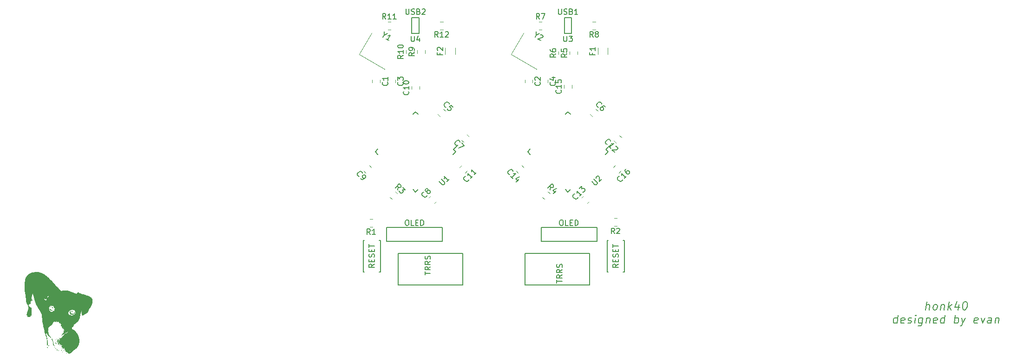
<source format=gbr>
G04 #@! TF.GenerationSoftware,KiCad,Pcbnew,(5.1.4)-1*
G04 #@! TF.CreationDate,2023-05-20T18:36:56-04:00*
G04 #@! TF.ProjectId,Corne Integrated Microchip,436f726e-6520-4496-9e74-656772617465,rev?*
G04 #@! TF.SameCoordinates,Original*
G04 #@! TF.FileFunction,Legend,Top*
G04 #@! TF.FilePolarity,Positive*
%FSLAX46Y46*%
G04 Gerber Fmt 4.6, Leading zero omitted, Abs format (unit mm)*
G04 Created by KiCad (PCBNEW (5.1.4)-1) date 2023-05-20 18:36:56*
%MOMM*%
%LPD*%
G04 APERTURE LIST*
%ADD10C,0.200000*%
%ADD11C,0.010000*%
%ADD12C,0.150000*%
%ADD13C,0.120000*%
G04 APERTURE END LIST*
D10*
X226325267Y-105816071D02*
X226512767Y-104316071D01*
X226968125Y-105816071D02*
X227066339Y-105030357D01*
X227012767Y-104887500D01*
X226878839Y-104816071D01*
X226664553Y-104816071D01*
X226512767Y-104887500D01*
X226432410Y-104958928D01*
X227896696Y-105816071D02*
X227762767Y-105744642D01*
X227700267Y-105673214D01*
X227646696Y-105530357D01*
X227700267Y-105101785D01*
X227789553Y-104958928D01*
X227869910Y-104887500D01*
X228021696Y-104816071D01*
X228235982Y-104816071D01*
X228369910Y-104887500D01*
X228432410Y-104958928D01*
X228485982Y-105101785D01*
X228432410Y-105530357D01*
X228343125Y-105673214D01*
X228262767Y-105744642D01*
X228110982Y-105816071D01*
X227896696Y-105816071D01*
X229164553Y-104816071D02*
X229039553Y-105816071D01*
X229146696Y-104958928D02*
X229227053Y-104887500D01*
X229378839Y-104816071D01*
X229593125Y-104816071D01*
X229727053Y-104887500D01*
X229780625Y-105030357D01*
X229682410Y-105816071D01*
X230396696Y-105816071D02*
X230584196Y-104316071D01*
X230610982Y-105244642D02*
X230968125Y-105816071D01*
X231093125Y-104816071D02*
X230450267Y-105387500D01*
X232378839Y-104816071D02*
X232253839Y-105816071D01*
X232093125Y-104244642D02*
X231602053Y-105316071D01*
X232530625Y-105316071D01*
X233512767Y-104316071D02*
X233655625Y-104316071D01*
X233789553Y-104387500D01*
X233852053Y-104458928D01*
X233905625Y-104601785D01*
X233941339Y-104887500D01*
X233896696Y-105244642D01*
X233789553Y-105530357D01*
X233700267Y-105673214D01*
X233619910Y-105744642D01*
X233468125Y-105816071D01*
X233325267Y-105816071D01*
X233191339Y-105744642D01*
X233128839Y-105673214D01*
X233075267Y-105530357D01*
X233039553Y-105244642D01*
X233084196Y-104887500D01*
X233191339Y-104601785D01*
X233280625Y-104458928D01*
X233360982Y-104387500D01*
X233512767Y-104316071D01*
X221110982Y-108266071D02*
X221298482Y-106766071D01*
X221119910Y-108194642D02*
X220968125Y-108266071D01*
X220682410Y-108266071D01*
X220548482Y-108194642D01*
X220485982Y-108123214D01*
X220432410Y-107980357D01*
X220485982Y-107551785D01*
X220575267Y-107408928D01*
X220655625Y-107337500D01*
X220807410Y-107266071D01*
X221093125Y-107266071D01*
X221227053Y-107337500D01*
X222405625Y-108194642D02*
X222253839Y-108266071D01*
X221968125Y-108266071D01*
X221834196Y-108194642D01*
X221780625Y-108051785D01*
X221852053Y-107480357D01*
X221941339Y-107337500D01*
X222093125Y-107266071D01*
X222378839Y-107266071D01*
X222512767Y-107337500D01*
X222566339Y-107480357D01*
X222548482Y-107623214D01*
X221816339Y-107766071D01*
X223048482Y-108194642D02*
X223182410Y-108266071D01*
X223468125Y-108266071D01*
X223619910Y-108194642D01*
X223709196Y-108051785D01*
X223718125Y-107980357D01*
X223664553Y-107837500D01*
X223530625Y-107766071D01*
X223316339Y-107766071D01*
X223182410Y-107694642D01*
X223128839Y-107551785D01*
X223137767Y-107480357D01*
X223227053Y-107337500D01*
X223378839Y-107266071D01*
X223593125Y-107266071D01*
X223727053Y-107337500D01*
X224325267Y-108266071D02*
X224450267Y-107266071D01*
X224512767Y-106766071D02*
X224432410Y-106837500D01*
X224494910Y-106908928D01*
X224575267Y-106837500D01*
X224512767Y-106766071D01*
X224494910Y-106908928D01*
X225807410Y-107266071D02*
X225655625Y-108480357D01*
X225566339Y-108623214D01*
X225485982Y-108694642D01*
X225334196Y-108766071D01*
X225119910Y-108766071D01*
X224985982Y-108694642D01*
X225691339Y-108194642D02*
X225539553Y-108266071D01*
X225253839Y-108266071D01*
X225119910Y-108194642D01*
X225057410Y-108123214D01*
X225003839Y-107980357D01*
X225057410Y-107551785D01*
X225146696Y-107408928D01*
X225227053Y-107337500D01*
X225378839Y-107266071D01*
X225664553Y-107266071D01*
X225798482Y-107337500D01*
X226521696Y-107266071D02*
X226396696Y-108266071D01*
X226503839Y-107408928D02*
X226584196Y-107337500D01*
X226735982Y-107266071D01*
X226950267Y-107266071D01*
X227084196Y-107337500D01*
X227137767Y-107480357D01*
X227039553Y-108266071D01*
X228334196Y-108194642D02*
X228182410Y-108266071D01*
X227896696Y-108266071D01*
X227762767Y-108194642D01*
X227709196Y-108051785D01*
X227780625Y-107480357D01*
X227869910Y-107337500D01*
X228021696Y-107266071D01*
X228307410Y-107266071D01*
X228441339Y-107337500D01*
X228494910Y-107480357D01*
X228477053Y-107623214D01*
X227744910Y-107766071D01*
X229682410Y-108266071D02*
X229869910Y-106766071D01*
X229691339Y-108194642D02*
X229539553Y-108266071D01*
X229253839Y-108266071D01*
X229119910Y-108194642D01*
X229057410Y-108123214D01*
X229003839Y-107980357D01*
X229057410Y-107551785D01*
X229146696Y-107408928D01*
X229227053Y-107337500D01*
X229378839Y-107266071D01*
X229664553Y-107266071D01*
X229798482Y-107337500D01*
X231539553Y-108266071D02*
X231727053Y-106766071D01*
X231655625Y-107337500D02*
X231807410Y-107266071D01*
X232093125Y-107266071D01*
X232227053Y-107337500D01*
X232289553Y-107408928D01*
X232343125Y-107551785D01*
X232289553Y-107980357D01*
X232200267Y-108123214D01*
X232119910Y-108194642D01*
X231968125Y-108266071D01*
X231682410Y-108266071D01*
X231548482Y-108194642D01*
X232878839Y-107266071D02*
X233110982Y-108266071D01*
X233593125Y-107266071D02*
X233110982Y-108266071D01*
X232923482Y-108623214D01*
X232843125Y-108694642D01*
X232691339Y-108766071D01*
X235762767Y-108194642D02*
X235610982Y-108266071D01*
X235325267Y-108266071D01*
X235191339Y-108194642D01*
X235137767Y-108051785D01*
X235209196Y-107480357D01*
X235298482Y-107337500D01*
X235450267Y-107266071D01*
X235735982Y-107266071D01*
X235869910Y-107337500D01*
X235923482Y-107480357D01*
X235905625Y-107623214D01*
X235173482Y-107766071D01*
X236450267Y-107266071D02*
X236682410Y-108266071D01*
X237164553Y-107266071D01*
X238253839Y-108266071D02*
X238352053Y-107480357D01*
X238298482Y-107337500D01*
X238164553Y-107266071D01*
X237878839Y-107266071D01*
X237727053Y-107337500D01*
X238262767Y-108194642D02*
X238110982Y-108266071D01*
X237753839Y-108266071D01*
X237619910Y-108194642D01*
X237566339Y-108051785D01*
X237584196Y-107908928D01*
X237673482Y-107766071D01*
X237825267Y-107694642D01*
X238182410Y-107694642D01*
X238334196Y-107623214D01*
X239093125Y-107266071D02*
X238968125Y-108266071D01*
X239075267Y-107408928D02*
X239155625Y-107337500D01*
X239307410Y-107266071D01*
X239521696Y-107266071D01*
X239655625Y-107337500D01*
X239709196Y-107480357D01*
X239610982Y-108266071D01*
D11*
G36*
X66200396Y-103186559D02*
G01*
X66201071Y-103193257D01*
X66200396Y-103194085D01*
X66197040Y-103193310D01*
X66196633Y-103190322D01*
X66198698Y-103185676D01*
X66200396Y-103186559D01*
X66200396Y-103186559D01*
G37*
X66200396Y-103186559D02*
X66201071Y-103193257D01*
X66200396Y-103194085D01*
X66197040Y-103193310D01*
X66196633Y-103190322D01*
X66198698Y-103185676D01*
X66200396Y-103186559D01*
G36*
X66207922Y-103215722D02*
G01*
X66205100Y-103218544D01*
X66202277Y-103215722D01*
X66205100Y-103212900D01*
X66207922Y-103215722D01*
X66207922Y-103215722D01*
G37*
X66207922Y-103215722D02*
X66205100Y-103218544D01*
X66202277Y-103215722D01*
X66205100Y-103212900D01*
X66207922Y-103215722D01*
G36*
X66187140Y-103216361D02*
G01*
X66180676Y-103223677D01*
X66173070Y-103221133D01*
X66171629Y-103219186D01*
X66173569Y-103213993D01*
X66179341Y-103211358D01*
X66187194Y-103211319D01*
X66187140Y-103216361D01*
X66187140Y-103216361D01*
G37*
X66187140Y-103216361D02*
X66180676Y-103223677D01*
X66173070Y-103221133D01*
X66171629Y-103219186D01*
X66173569Y-103213993D01*
X66179341Y-103211358D01*
X66187194Y-103211319D01*
X66187140Y-103216361D01*
G36*
X66038588Y-103317322D02*
G01*
X66043973Y-103322394D01*
X66044233Y-103323299D01*
X66039866Y-103325724D01*
X66038588Y-103325788D01*
X66033161Y-103321449D01*
X66032944Y-103319811D01*
X66036402Y-103316440D01*
X66038588Y-103317322D01*
X66038588Y-103317322D01*
G37*
X66038588Y-103317322D02*
X66043973Y-103322394D01*
X66044233Y-103323299D01*
X66039866Y-103325724D01*
X66038588Y-103325788D01*
X66033161Y-103321449D01*
X66032944Y-103319811D01*
X66036402Y-103316440D01*
X66038588Y-103317322D01*
G36*
X72241833Y-103797100D02*
G01*
X72239011Y-103799922D01*
X72236188Y-103797100D01*
X72239011Y-103794277D01*
X72241833Y-103797100D01*
X72241833Y-103797100D01*
G37*
X72241833Y-103797100D02*
X72239011Y-103799922D01*
X72236188Y-103797100D01*
X72239011Y-103794277D01*
X72241833Y-103797100D01*
G36*
X72262040Y-103864666D02*
G01*
X72261588Y-103867655D01*
X72256760Y-103873034D01*
X72255944Y-103873300D01*
X72251456Y-103869363D01*
X72250300Y-103867655D01*
X72251640Y-103862873D01*
X72255944Y-103862011D01*
X72262040Y-103864666D01*
X72262040Y-103864666D01*
G37*
X72262040Y-103864666D02*
X72261588Y-103867655D01*
X72256760Y-103873034D01*
X72255944Y-103873300D01*
X72251456Y-103869363D01*
X72250300Y-103867655D01*
X72251640Y-103862873D01*
X72255944Y-103862011D01*
X72262040Y-103864666D01*
G36*
X72196677Y-103876122D02*
G01*
X72193855Y-103878944D01*
X72191033Y-103876122D01*
X72193855Y-103873300D01*
X72196677Y-103876122D01*
X72196677Y-103876122D01*
G37*
X72196677Y-103876122D02*
X72193855Y-103878944D01*
X72191033Y-103876122D01*
X72193855Y-103873300D01*
X72196677Y-103876122D01*
G36*
X72330262Y-103959848D02*
G01*
X72329488Y-103963203D01*
X72326500Y-103963611D01*
X72321853Y-103961545D01*
X72322737Y-103959848D01*
X72329435Y-103959172D01*
X72330262Y-103959848D01*
X72330262Y-103959848D01*
G37*
X72330262Y-103959848D02*
X72329488Y-103963203D01*
X72326500Y-103963611D01*
X72321853Y-103961545D01*
X72322737Y-103959848D01*
X72329435Y-103959172D01*
X72330262Y-103959848D01*
G36*
X72279462Y-103965492D02*
G01*
X72280138Y-103972191D01*
X72279462Y-103973018D01*
X72276107Y-103972243D01*
X72275700Y-103969255D01*
X72277765Y-103964609D01*
X72279462Y-103965492D01*
X72279462Y-103965492D01*
G37*
X72279462Y-103965492D02*
X72280138Y-103972191D01*
X72279462Y-103973018D01*
X72276107Y-103972243D01*
X72275700Y-103969255D01*
X72277765Y-103964609D01*
X72279462Y-103965492D01*
G36*
X72332144Y-103983366D02*
G01*
X72337529Y-103988438D01*
X72337788Y-103989344D01*
X72333421Y-103991768D01*
X72332144Y-103991833D01*
X72326716Y-103987494D01*
X72326500Y-103985855D01*
X72329957Y-103982484D01*
X72332144Y-103983366D01*
X72332144Y-103983366D01*
G37*
X72332144Y-103983366D02*
X72337529Y-103988438D01*
X72337788Y-103989344D01*
X72333421Y-103991768D01*
X72332144Y-103991833D01*
X72326716Y-103987494D01*
X72326500Y-103985855D01*
X72329957Y-103982484D01*
X72332144Y-103983366D01*
G36*
X72298277Y-104022877D02*
G01*
X72295455Y-104025700D01*
X72292633Y-104022877D01*
X72295455Y-104020055D01*
X72298277Y-104022877D01*
X72298277Y-104022877D01*
G37*
X72298277Y-104022877D02*
X72295455Y-104025700D01*
X72292633Y-104022877D01*
X72295455Y-104020055D01*
X72298277Y-104022877D01*
G36*
X66636900Y-103097188D02*
G01*
X66634077Y-103100011D01*
X66631255Y-103097188D01*
X66634077Y-103094366D01*
X66636900Y-103097188D01*
X66636900Y-103097188D01*
G37*
X66636900Y-103097188D02*
X66634077Y-103100011D01*
X66631255Y-103097188D01*
X66634077Y-103094366D01*
X66636900Y-103097188D01*
G36*
X66631255Y-103119766D02*
G01*
X66628433Y-103122588D01*
X66625611Y-103119766D01*
X66628433Y-103116944D01*
X66631255Y-103119766D01*
X66631255Y-103119766D01*
G37*
X66631255Y-103119766D02*
X66628433Y-103122588D01*
X66625611Y-103119766D01*
X66628433Y-103116944D01*
X66631255Y-103119766D01*
G36*
X66762744Y-103126691D02*
G01*
X66763900Y-103128233D01*
X66762620Y-103133065D01*
X66758588Y-103133877D01*
X66750865Y-103130930D01*
X66749788Y-103128233D01*
X66753840Y-103122750D01*
X66755100Y-103122588D01*
X66762744Y-103126691D01*
X66762744Y-103126691D01*
G37*
X66762744Y-103126691D02*
X66763900Y-103128233D01*
X66762620Y-103133065D01*
X66758588Y-103133877D01*
X66750865Y-103130930D01*
X66749788Y-103128233D01*
X66753840Y-103122750D01*
X66755100Y-103122588D01*
X66762744Y-103126691D01*
G36*
X66645897Y-103130969D02*
G01*
X66645366Y-103133877D01*
X66638150Y-103139306D01*
X66636566Y-103139522D01*
X66631407Y-103135216D01*
X66631255Y-103133877D01*
X66635849Y-103128924D01*
X66640055Y-103128233D01*
X66645897Y-103130969D01*
X66645897Y-103130969D01*
G37*
X66645897Y-103130969D02*
X66645366Y-103133877D01*
X66638150Y-103139306D01*
X66636566Y-103139522D01*
X66631407Y-103135216D01*
X66631255Y-103133877D01*
X66635849Y-103128924D01*
X66640055Y-103128233D01*
X66645897Y-103130969D01*
G36*
X66461922Y-103159277D02*
G01*
X66467351Y-103166493D01*
X66467566Y-103168077D01*
X66463261Y-103173236D01*
X66461922Y-103173388D01*
X66456968Y-103168794D01*
X66456277Y-103164589D01*
X66459014Y-103158746D01*
X66461922Y-103159277D01*
X66461922Y-103159277D01*
G37*
X66461922Y-103159277D02*
X66467351Y-103166493D01*
X66467566Y-103168077D01*
X66463261Y-103173236D01*
X66461922Y-103173388D01*
X66456968Y-103168794D01*
X66456277Y-103164589D01*
X66459014Y-103158746D01*
X66461922Y-103159277D01*
G36*
X66493378Y-103170445D02*
G01*
X66500442Y-103176563D01*
X66498433Y-103178649D01*
X66494710Y-103178853D01*
X66484373Y-103175855D01*
X66481445Y-103173013D01*
X66479315Y-103165766D01*
X66484580Y-103165270D01*
X66493378Y-103170445D01*
X66493378Y-103170445D01*
G37*
X66493378Y-103170445D02*
X66500442Y-103176563D01*
X66498433Y-103178649D01*
X66494710Y-103178853D01*
X66484373Y-103175855D01*
X66481445Y-103173013D01*
X66479315Y-103165766D01*
X66484580Y-103165270D01*
X66493378Y-103170445D01*
G36*
X66475594Y-103184578D02*
G01*
X66489402Y-103186729D01*
X66497788Y-103186253D01*
X66498328Y-103185901D01*
X66501200Y-103187118D01*
X66501433Y-103189381D01*
X66496760Y-103194880D01*
X66491085Y-103195966D01*
X66480387Y-103197778D01*
X66477033Y-103199670D01*
X66469961Y-103201663D01*
X66454704Y-103203510D01*
X66434363Y-103204852D01*
X66431271Y-103204980D01*
X66410064Y-103205634D01*
X66398330Y-103205260D01*
X66394267Y-103203395D01*
X66396073Y-103199579D01*
X66398756Y-103196646D01*
X66409766Y-103189819D01*
X66424441Y-103191119D01*
X66440496Y-103192233D01*
X66448274Y-103187842D01*
X66458931Y-103182957D01*
X66475594Y-103184578D01*
X66475594Y-103184578D01*
G37*
X66475594Y-103184578D02*
X66489402Y-103186729D01*
X66497788Y-103186253D01*
X66498328Y-103185901D01*
X66501200Y-103187118D01*
X66501433Y-103189381D01*
X66496760Y-103194880D01*
X66491085Y-103195966D01*
X66480387Y-103197778D01*
X66477033Y-103199670D01*
X66469961Y-103201663D01*
X66454704Y-103203510D01*
X66434363Y-103204852D01*
X66431271Y-103204980D01*
X66410064Y-103205634D01*
X66398330Y-103205260D01*
X66394267Y-103203395D01*
X66396073Y-103199579D01*
X66398756Y-103196646D01*
X66409766Y-103189819D01*
X66424441Y-103191119D01*
X66440496Y-103192233D01*
X66448274Y-103187842D01*
X66458931Y-103182957D01*
X66475594Y-103184578D01*
G36*
X66431818Y-103214781D02*
G01*
X66431043Y-103218137D01*
X66428055Y-103218544D01*
X66423409Y-103216479D01*
X66424292Y-103214781D01*
X66430991Y-103214105D01*
X66431818Y-103214781D01*
X66431818Y-103214781D01*
G37*
X66431818Y-103214781D02*
X66431043Y-103218137D01*
X66428055Y-103218544D01*
X66423409Y-103216479D01*
X66424292Y-103214781D01*
X66430991Y-103214105D01*
X66431818Y-103214781D01*
G36*
X66533418Y-103214781D02*
G01*
X66534094Y-103221480D01*
X66533418Y-103222307D01*
X66530062Y-103221532D01*
X66529655Y-103218544D01*
X66531720Y-103213898D01*
X66533418Y-103214781D01*
X66533418Y-103214781D01*
G37*
X66533418Y-103214781D02*
X66534094Y-103221480D01*
X66533418Y-103222307D01*
X66530062Y-103221532D01*
X66529655Y-103218544D01*
X66531720Y-103213898D01*
X66533418Y-103214781D01*
G36*
X66530814Y-103255908D02*
G01*
X66535300Y-103258055D01*
X66540885Y-103263690D01*
X66540617Y-103265908D01*
X66534141Y-103265846D01*
X66529655Y-103263700D01*
X66524070Y-103258065D01*
X66524338Y-103255847D01*
X66530814Y-103255908D01*
X66530814Y-103255908D01*
G37*
X66530814Y-103255908D02*
X66535300Y-103258055D01*
X66540885Y-103263690D01*
X66540617Y-103265908D01*
X66534141Y-103265846D01*
X66529655Y-103263700D01*
X66524070Y-103258065D01*
X66524338Y-103255847D01*
X66530814Y-103255908D01*
G36*
X66258953Y-103267769D02*
G01*
X66267717Y-103272654D01*
X66266911Y-103278505D01*
X66257784Y-103283071D01*
X66249813Y-103284212D01*
X66240448Y-103284106D01*
X66239956Y-103282591D01*
X66240377Y-103282417D01*
X66246941Y-103275147D01*
X66247433Y-103272224D01*
X66251733Y-103267148D01*
X66258953Y-103267769D01*
X66258953Y-103267769D01*
G37*
X66258953Y-103267769D02*
X66267717Y-103272654D01*
X66266911Y-103278505D01*
X66257784Y-103283071D01*
X66249813Y-103284212D01*
X66240448Y-103284106D01*
X66239956Y-103282591D01*
X66240377Y-103282417D01*
X66246941Y-103275147D01*
X66247433Y-103272224D01*
X66251733Y-103267148D01*
X66258953Y-103267769D01*
G36*
X66253077Y-103294744D02*
G01*
X66258462Y-103299816D01*
X66258722Y-103300722D01*
X66254355Y-103303146D01*
X66253077Y-103303211D01*
X66247650Y-103298871D01*
X66247433Y-103297233D01*
X66250891Y-103293862D01*
X66253077Y-103294744D01*
X66253077Y-103294744D01*
G37*
X66253077Y-103294744D02*
X66258462Y-103299816D01*
X66258722Y-103300722D01*
X66254355Y-103303146D01*
X66253077Y-103303211D01*
X66247650Y-103298871D01*
X66247433Y-103297233D01*
X66250891Y-103293862D01*
X66253077Y-103294744D01*
G36*
X65615255Y-103780166D02*
G01*
X65612433Y-103782988D01*
X65609611Y-103780166D01*
X65612433Y-103777344D01*
X65615255Y-103780166D01*
X65615255Y-103780166D01*
G37*
X65615255Y-103780166D02*
X65612433Y-103782988D01*
X65609611Y-103780166D01*
X65612433Y-103777344D01*
X65615255Y-103780166D01*
G36*
X65908766Y-103808388D02*
G01*
X65905944Y-103811211D01*
X65903122Y-103808388D01*
X65905944Y-103805566D01*
X65908766Y-103808388D01*
X65908766Y-103808388D01*
G37*
X65908766Y-103808388D02*
X65905944Y-103811211D01*
X65903122Y-103808388D01*
X65905944Y-103805566D01*
X65908766Y-103808388D01*
G36*
X66128900Y-103842255D02*
G01*
X66126077Y-103845077D01*
X66123255Y-103842255D01*
X66126077Y-103839433D01*
X66128900Y-103842255D01*
X66128900Y-103842255D01*
G37*
X66128900Y-103842255D02*
X66126077Y-103845077D01*
X66123255Y-103842255D01*
X66126077Y-103839433D01*
X66128900Y-103842255D01*
G36*
X66120582Y-103880034D02*
G01*
X66118888Y-103884233D01*
X66113621Y-103887048D01*
X66107026Y-103888766D01*
X66109732Y-103884631D01*
X66110461Y-103883888D01*
X66117862Y-103879430D01*
X66120582Y-103880034D01*
X66120582Y-103880034D01*
G37*
X66120582Y-103880034D02*
X66118888Y-103884233D01*
X66113621Y-103887048D01*
X66107026Y-103888766D01*
X66109732Y-103884631D01*
X66110461Y-103883888D01*
X66117862Y-103879430D01*
X66120582Y-103880034D01*
G36*
X65007324Y-104808752D02*
G01*
X65008477Y-104810277D01*
X65008219Y-104815487D01*
X65006321Y-104815922D01*
X64998342Y-104811803D01*
X64997188Y-104810277D01*
X64997446Y-104805068D01*
X64999344Y-104804633D01*
X65007324Y-104808752D01*
X65007324Y-104808752D01*
G37*
X65007324Y-104808752D02*
X65008477Y-104810277D01*
X65008219Y-104815487D01*
X65006321Y-104815922D01*
X64998342Y-104811803D01*
X64997188Y-104810277D01*
X64997446Y-104805068D01*
X64999344Y-104804633D01*
X65007324Y-104808752D01*
G36*
X67129125Y-104921019D02*
G01*
X67133611Y-104923166D01*
X67139196Y-104928801D01*
X67138928Y-104931019D01*
X67132452Y-104930957D01*
X67127966Y-104928811D01*
X67122381Y-104923176D01*
X67122649Y-104920958D01*
X67129125Y-104921019D01*
X67129125Y-104921019D01*
G37*
X67129125Y-104921019D02*
X67133611Y-104923166D01*
X67139196Y-104928801D01*
X67138928Y-104931019D01*
X67132452Y-104930957D01*
X67127966Y-104928811D01*
X67122381Y-104923176D01*
X67122649Y-104920958D01*
X67129125Y-104921019D01*
G36*
X67161833Y-104976788D02*
G01*
X67167218Y-104981861D01*
X67167477Y-104982766D01*
X67163110Y-104985190D01*
X67161833Y-104985255D01*
X67156405Y-104980916D01*
X67156188Y-104979277D01*
X67159646Y-104975906D01*
X67161833Y-104976788D01*
X67161833Y-104976788D01*
G37*
X67161833Y-104976788D02*
X67167218Y-104981861D01*
X67167477Y-104982766D01*
X67163110Y-104985190D01*
X67161833Y-104985255D01*
X67156405Y-104980916D01*
X67156188Y-104979277D01*
X67159646Y-104975906D01*
X67161833Y-104976788D01*
G36*
X67085899Y-104972710D02*
G01*
X67096520Y-104976213D01*
X67102895Y-104980151D01*
X67102983Y-104980285D01*
X67102961Y-104984512D01*
X67093859Y-104982984D01*
X67084222Y-104979435D01*
X67074509Y-104974737D01*
X67071522Y-104972109D01*
X67075933Y-104970918D01*
X67085899Y-104972710D01*
X67085899Y-104972710D01*
G37*
X67085899Y-104972710D02*
X67096520Y-104976213D01*
X67102895Y-104980151D01*
X67102983Y-104980285D01*
X67102961Y-104984512D01*
X67093859Y-104982984D01*
X67084222Y-104979435D01*
X67074509Y-104974737D01*
X67071522Y-104972109D01*
X67075933Y-104970918D01*
X67085899Y-104972710D01*
G36*
X66873400Y-104959527D02*
G01*
X66896886Y-104960685D01*
X66921370Y-104962578D01*
X66944301Y-104965048D01*
X66963126Y-104967941D01*
X66973926Y-104970590D01*
X66985781Y-104976222D01*
X66990885Y-104981825D01*
X66990859Y-104982433D01*
X66986169Y-104986694D01*
X66984859Y-104986471D01*
X66975468Y-104986426D01*
X66966037Y-104990042D01*
X66961330Y-104995161D01*
X66961706Y-104996950D01*
X66960857Y-105001853D01*
X66958966Y-105002188D01*
X66953218Y-104998115D01*
X66952988Y-104996578D01*
X66947751Y-104993759D01*
X66933631Y-104991880D01*
X66913017Y-104991251D01*
X66912066Y-104991256D01*
X66888697Y-104991302D01*
X66867252Y-104991141D01*
X66852800Y-104990821D01*
X66839187Y-104988502D01*
X66834504Y-104983821D01*
X66839846Y-104978094D01*
X66841511Y-104977259D01*
X66845662Y-104973552D01*
X66841511Y-104970674D01*
X66834996Y-104964332D01*
X66834455Y-104962029D01*
X66839633Y-104960042D01*
X66853465Y-104959261D01*
X66873400Y-104959527D01*
X66873400Y-104959527D01*
G37*
X66873400Y-104959527D02*
X66896886Y-104960685D01*
X66921370Y-104962578D01*
X66944301Y-104965048D01*
X66963126Y-104967941D01*
X66973926Y-104970590D01*
X66985781Y-104976222D01*
X66990885Y-104981825D01*
X66990859Y-104982433D01*
X66986169Y-104986694D01*
X66984859Y-104986471D01*
X66975468Y-104986426D01*
X66966037Y-104990042D01*
X66961330Y-104995161D01*
X66961706Y-104996950D01*
X66960857Y-105001853D01*
X66958966Y-105002188D01*
X66953218Y-104998115D01*
X66952988Y-104996578D01*
X66947751Y-104993759D01*
X66933631Y-104991880D01*
X66913017Y-104991251D01*
X66912066Y-104991256D01*
X66888697Y-104991302D01*
X66867252Y-104991141D01*
X66852800Y-104990821D01*
X66839187Y-104988502D01*
X66834504Y-104983821D01*
X66839846Y-104978094D01*
X66841511Y-104977259D01*
X66845662Y-104973552D01*
X66841511Y-104970674D01*
X66834996Y-104964332D01*
X66834455Y-104962029D01*
X66839633Y-104960042D01*
X66853465Y-104959261D01*
X66873400Y-104959527D01*
G36*
X67089053Y-104992708D02*
G01*
X67094098Y-104997067D01*
X67094100Y-104997148D01*
X67089994Y-105000922D01*
X67085633Y-105000147D01*
X67078365Y-105000030D01*
X67077166Y-105002366D01*
X67072592Y-105007217D01*
X67068700Y-105007833D01*
X67061216Y-105003315D01*
X67060233Y-104999366D01*
X67065281Y-104992644D01*
X67077166Y-104990900D01*
X67089053Y-104992708D01*
X67089053Y-104992708D01*
G37*
X67089053Y-104992708D02*
X67094098Y-104997067D01*
X67094100Y-104997148D01*
X67089994Y-105000922D01*
X67085633Y-105000147D01*
X67078365Y-105000030D01*
X67077166Y-105002366D01*
X67072592Y-105007217D01*
X67068700Y-105007833D01*
X67061216Y-105003315D01*
X67060233Y-104999366D01*
X67065281Y-104992644D01*
X67077166Y-104990900D01*
X67089053Y-104992708D01*
G36*
X67024163Y-104982084D02*
G01*
X67040894Y-104989632D01*
X67048559Y-105000899D01*
X67048858Y-105003600D01*
X67045713Y-105007479D01*
X67035261Y-105004699D01*
X67026812Y-105000694D01*
X67014480Y-104992336D01*
X67010028Y-104985146D01*
X67013751Y-104981198D01*
X67024163Y-104982084D01*
X67024163Y-104982084D01*
G37*
X67024163Y-104982084D02*
X67040894Y-104989632D01*
X67048559Y-105000899D01*
X67048858Y-105003600D01*
X67045713Y-105007479D01*
X67035261Y-105004699D01*
X67026812Y-105000694D01*
X67014480Y-104992336D01*
X67010028Y-104985146D01*
X67013751Y-104981198D01*
X67024163Y-104982084D01*
G36*
X66749788Y-105016300D02*
G01*
X66746966Y-105019122D01*
X66744144Y-105016300D01*
X66746966Y-105013477D01*
X66749788Y-105016300D01*
X66749788Y-105016300D01*
G37*
X66749788Y-105016300D02*
X66746966Y-105019122D01*
X66744144Y-105016300D01*
X66746966Y-105013477D01*
X66749788Y-105016300D01*
G36*
X67226451Y-105062124D02*
G01*
X67234396Y-105066678D01*
X67233065Y-105069624D01*
X67229899Y-105069922D01*
X67222245Y-105065822D01*
X67221139Y-105064342D01*
X67222048Y-105061134D01*
X67226451Y-105062124D01*
X67226451Y-105062124D01*
G37*
X67226451Y-105062124D02*
X67234396Y-105066678D01*
X67233065Y-105069624D01*
X67229899Y-105069922D01*
X67222245Y-105065822D01*
X67221139Y-105064342D01*
X67222048Y-105061134D01*
X67226451Y-105062124D01*
G36*
X67410024Y-105125017D02*
G01*
X67410188Y-105126366D01*
X67405893Y-105131847D01*
X67404544Y-105132011D01*
X67399064Y-105127715D01*
X67398900Y-105126366D01*
X67403195Y-105120886D01*
X67404544Y-105120722D01*
X67410024Y-105125017D01*
X67410024Y-105125017D01*
G37*
X67410024Y-105125017D02*
X67410188Y-105126366D01*
X67405893Y-105131847D01*
X67404544Y-105132011D01*
X67399064Y-105127715D01*
X67398900Y-105126366D01*
X67403195Y-105120886D01*
X67404544Y-105120722D01*
X67410024Y-105125017D01*
G36*
X66899079Y-105225203D02*
G01*
X66905754Y-105230719D01*
X66905885Y-105231032D01*
X66907681Y-105239542D01*
X66902745Y-105241615D01*
X66889488Y-105238012D01*
X66878359Y-105232606D01*
X66873966Y-105227496D01*
X66878364Y-105223058D01*
X66888342Y-105222472D01*
X66899079Y-105225203D01*
X66899079Y-105225203D01*
G37*
X66899079Y-105225203D02*
X66905754Y-105230719D01*
X66905885Y-105231032D01*
X66907681Y-105239542D01*
X66902745Y-105241615D01*
X66889488Y-105238012D01*
X66878359Y-105232606D01*
X66873966Y-105227496D01*
X66878364Y-105223058D01*
X66888342Y-105222472D01*
X66899079Y-105225203D01*
G36*
X67478532Y-105325186D02*
G01*
X67478768Y-105326744D01*
X67474374Y-105333362D01*
X67472701Y-105334129D01*
X67467554Y-105331404D01*
X67466633Y-105326744D01*
X67469497Y-105319719D01*
X67472701Y-105319359D01*
X67478532Y-105325186D01*
X67478532Y-105325186D01*
G37*
X67478532Y-105325186D02*
X67478768Y-105326744D01*
X67474374Y-105333362D01*
X67472701Y-105334129D01*
X67467554Y-105331404D01*
X67466633Y-105326744D01*
X67469497Y-105319719D01*
X67472701Y-105319359D01*
X67478532Y-105325186D01*
G36*
X67573442Y-105327002D02*
G01*
X67573877Y-105328900D01*
X67569758Y-105336879D01*
X67568233Y-105338033D01*
X67563023Y-105337775D01*
X67562588Y-105335877D01*
X67566707Y-105327897D01*
X67568233Y-105326744D01*
X67573442Y-105327002D01*
X67573442Y-105327002D01*
G37*
X67573442Y-105327002D02*
X67573877Y-105328900D01*
X67569758Y-105336879D01*
X67568233Y-105338033D01*
X67563023Y-105337775D01*
X67562588Y-105335877D01*
X67566707Y-105327897D01*
X67568233Y-105326744D01*
X67573442Y-105327002D01*
G36*
X67449639Y-105328409D02*
G01*
X67451741Y-105332388D01*
X67452145Y-105339671D01*
X67450126Y-105340855D01*
X67444115Y-105336368D01*
X67442014Y-105332388D01*
X67441610Y-105325106D01*
X67443628Y-105323922D01*
X67449639Y-105328409D01*
X67449639Y-105328409D01*
G37*
X67449639Y-105328409D02*
X67451741Y-105332388D01*
X67452145Y-105339671D01*
X67450126Y-105340855D01*
X67444115Y-105336368D01*
X67442014Y-105332388D01*
X67441610Y-105325106D01*
X67443628Y-105323922D01*
X67449639Y-105328409D01*
G36*
X67511788Y-105354966D02*
G01*
X67517218Y-105362182D01*
X67517433Y-105363766D01*
X67513128Y-105368925D01*
X67511788Y-105369077D01*
X67506835Y-105364483D01*
X67506144Y-105360277D01*
X67508880Y-105354435D01*
X67511788Y-105354966D01*
X67511788Y-105354966D01*
G37*
X67511788Y-105354966D02*
X67517218Y-105362182D01*
X67517433Y-105363766D01*
X67513128Y-105368925D01*
X67511788Y-105369077D01*
X67506835Y-105364483D01*
X67506144Y-105360277D01*
X67508880Y-105354435D01*
X67511788Y-105354966D01*
G36*
X67167477Y-105371900D02*
G01*
X67164655Y-105374722D01*
X67161833Y-105371900D01*
X67164655Y-105369077D01*
X67167477Y-105371900D01*
X67167477Y-105371900D01*
G37*
X67167477Y-105371900D02*
X67164655Y-105374722D01*
X67161833Y-105371900D01*
X67164655Y-105369077D01*
X67167477Y-105371900D01*
G36*
X67610405Y-105365654D02*
G01*
X67611980Y-105370488D01*
X67604930Y-105377677D01*
X67594448Y-105379360D01*
X67589124Y-105376798D01*
X67585283Y-105368865D01*
X67591688Y-105364219D01*
X67599748Y-105363433D01*
X67610405Y-105365654D01*
X67610405Y-105365654D01*
G37*
X67610405Y-105365654D02*
X67611980Y-105370488D01*
X67604930Y-105377677D01*
X67594448Y-105379360D01*
X67589124Y-105376798D01*
X67585283Y-105368865D01*
X67591688Y-105364219D01*
X67599748Y-105363433D01*
X67610405Y-105365654D01*
G36*
X67504502Y-105370906D02*
G01*
X67516629Y-105373143D01*
X67525533Y-105376823D01*
X67527284Y-105378875D01*
X67525358Y-105385301D01*
X67516192Y-105387257D01*
X67503164Y-105384118D01*
X67501911Y-105383562D01*
X67492226Y-105377573D01*
X67489211Y-105373431D01*
X67493810Y-105370780D01*
X67504502Y-105370906D01*
X67504502Y-105370906D01*
G37*
X67504502Y-105370906D02*
X67516629Y-105373143D01*
X67525533Y-105376823D01*
X67527284Y-105378875D01*
X67525358Y-105385301D01*
X67516192Y-105387257D01*
X67503164Y-105384118D01*
X67501911Y-105383562D01*
X67492226Y-105377573D01*
X67489211Y-105373431D01*
X67493810Y-105370780D01*
X67504502Y-105370906D01*
G36*
X67605862Y-105404825D02*
G01*
X67605088Y-105408181D01*
X67602100Y-105408588D01*
X67597453Y-105406523D01*
X67598337Y-105404825D01*
X67605035Y-105404150D01*
X67605862Y-105404825D01*
X67605862Y-105404825D01*
G37*
X67605862Y-105404825D02*
X67605088Y-105408181D01*
X67602100Y-105408588D01*
X67597453Y-105406523D01*
X67598337Y-105404825D01*
X67605035Y-105404150D01*
X67605862Y-105404825D01*
G36*
X67460988Y-105411411D02*
G01*
X67458166Y-105414233D01*
X67455344Y-105411411D01*
X67458166Y-105408588D01*
X67460988Y-105411411D01*
X67460988Y-105411411D01*
G37*
X67460988Y-105411411D02*
X67458166Y-105414233D01*
X67455344Y-105411411D01*
X67458166Y-105408588D01*
X67460988Y-105411411D01*
G36*
X67175353Y-105389609D02*
G01*
X67190193Y-105399035D01*
X67197783Y-105412233D01*
X67197133Y-105424111D01*
X67193394Y-105429931D01*
X67186485Y-105429701D01*
X67174086Y-105422969D01*
X67166940Y-105418268D01*
X67152998Y-105406568D01*
X67146195Y-105396032D01*
X67147202Y-105388556D01*
X67155509Y-105386011D01*
X67175353Y-105389609D01*
X67175353Y-105389609D01*
G37*
X67175353Y-105389609D02*
X67190193Y-105399035D01*
X67197783Y-105412233D01*
X67197133Y-105424111D01*
X67193394Y-105429931D01*
X67186485Y-105429701D01*
X67174086Y-105422969D01*
X67166940Y-105418268D01*
X67152998Y-105406568D01*
X67146195Y-105396032D01*
X67147202Y-105388556D01*
X67155509Y-105386011D01*
X67175353Y-105389609D01*
G36*
X67457379Y-105423794D02*
G01*
X67460873Y-105431566D01*
X67457259Y-105436614D01*
X67455677Y-105436811D01*
X67447978Y-105432730D01*
X67447118Y-105431556D01*
X67447388Y-105424856D01*
X67453355Y-105421940D01*
X67457379Y-105423794D01*
X67457379Y-105423794D01*
G37*
X67457379Y-105423794D02*
X67460873Y-105431566D01*
X67457259Y-105436614D01*
X67455677Y-105436811D01*
X67447978Y-105432730D01*
X67447118Y-105431556D01*
X67447388Y-105424856D01*
X67453355Y-105421940D01*
X67457379Y-105423794D01*
G36*
X67663888Y-105378825D02*
G01*
X67666112Y-105382882D01*
X67673726Y-105389562D01*
X67683767Y-105391655D01*
X67694691Y-105394223D01*
X67698055Y-105399181D01*
X67694963Y-105409499D01*
X67687193Y-105410531D01*
X67683299Y-105408053D01*
X67673083Y-105404872D01*
X67665592Y-105410772D01*
X67664188Y-105417388D01*
X67661032Y-105424683D01*
X67658544Y-105425522D01*
X67653875Y-105430222D01*
X67652900Y-105436207D01*
X67648971Y-105446724D01*
X67644433Y-105450141D01*
X67637156Y-105450432D01*
X67635966Y-105448290D01*
X67637819Y-105439678D01*
X67641732Y-105428025D01*
X67644501Y-105412399D01*
X67641802Y-105405997D01*
X67640473Y-105398040D01*
X67648747Y-105387266D01*
X67649426Y-105386622D01*
X67658925Y-105378801D01*
X67663888Y-105378825D01*
X67663888Y-105378825D01*
G37*
X67663888Y-105378825D02*
X67666112Y-105382882D01*
X67673726Y-105389562D01*
X67683767Y-105391655D01*
X67694691Y-105394223D01*
X67698055Y-105399181D01*
X67694963Y-105409499D01*
X67687193Y-105410531D01*
X67683299Y-105408053D01*
X67673083Y-105404872D01*
X67665592Y-105410772D01*
X67664188Y-105417388D01*
X67661032Y-105424683D01*
X67658544Y-105425522D01*
X67653875Y-105430222D01*
X67652900Y-105436207D01*
X67648971Y-105446724D01*
X67644433Y-105450141D01*
X67637156Y-105450432D01*
X67635966Y-105448290D01*
X67637819Y-105439678D01*
X67641732Y-105428025D01*
X67644501Y-105412399D01*
X67641802Y-105405997D01*
X67640473Y-105398040D01*
X67648747Y-105387266D01*
X67649426Y-105386622D01*
X67658925Y-105378801D01*
X67663888Y-105378825D01*
G36*
X67551300Y-105450922D02*
G01*
X67548477Y-105453744D01*
X67545655Y-105450922D01*
X67548477Y-105448100D01*
X67551300Y-105450922D01*
X67551300Y-105450922D01*
G37*
X67551300Y-105450922D02*
X67548477Y-105453744D01*
X67545655Y-105450922D01*
X67548477Y-105448100D01*
X67551300Y-105450922D01*
G36*
X67588929Y-105472559D02*
G01*
X67588154Y-105475914D01*
X67585166Y-105476322D01*
X67580520Y-105474257D01*
X67581403Y-105472559D01*
X67588102Y-105471883D01*
X67588929Y-105472559D01*
X67588929Y-105472559D01*
G37*
X67588929Y-105472559D02*
X67588154Y-105475914D01*
X67585166Y-105476322D01*
X67580520Y-105474257D01*
X67581403Y-105472559D01*
X67588102Y-105471883D01*
X67588929Y-105472559D01*
G36*
X67617151Y-105489492D02*
G01*
X67616377Y-105492848D01*
X67613388Y-105493255D01*
X67608742Y-105491190D01*
X67609625Y-105489492D01*
X67616324Y-105488817D01*
X67617151Y-105489492D01*
X67617151Y-105489492D01*
G37*
X67617151Y-105489492D02*
X67616377Y-105492848D01*
X67613388Y-105493255D01*
X67608742Y-105491190D01*
X67609625Y-105489492D01*
X67616324Y-105488817D01*
X67617151Y-105489492D01*
G36*
X66471329Y-105512070D02*
G01*
X66470554Y-105515425D01*
X66467566Y-105515833D01*
X66462920Y-105513768D01*
X66463803Y-105512070D01*
X66470502Y-105511394D01*
X66471329Y-105512070D01*
X66471329Y-105512070D01*
G37*
X66471329Y-105512070D02*
X66470554Y-105515425D01*
X66467566Y-105515833D01*
X66462920Y-105513768D01*
X66463803Y-105512070D01*
X66470502Y-105511394D01*
X66471329Y-105512070D01*
G36*
X67681122Y-105523517D02*
G01*
X67693388Y-105526176D01*
X67699466Y-105527045D01*
X67703585Y-105531464D01*
X67703700Y-105532766D01*
X67699804Y-105537835D01*
X67690064Y-105536213D01*
X67678300Y-105529059D01*
X67670799Y-105522657D01*
X67672909Y-105521657D01*
X67681122Y-105523517D01*
X67681122Y-105523517D01*
G37*
X67681122Y-105523517D02*
X67693388Y-105526176D01*
X67699466Y-105527045D01*
X67703585Y-105531464D01*
X67703700Y-105532766D01*
X67699804Y-105537835D01*
X67690064Y-105536213D01*
X67678300Y-105529059D01*
X67670799Y-105522657D01*
X67672909Y-105521657D01*
X67681122Y-105523517D01*
G36*
X67629367Y-105535814D02*
G01*
X67630322Y-105538411D01*
X67625750Y-105543418D01*
X67621855Y-105544055D01*
X67614344Y-105541007D01*
X67613388Y-105538411D01*
X67617960Y-105533403D01*
X67621855Y-105532766D01*
X67629367Y-105535814D01*
X67629367Y-105535814D01*
G37*
X67629367Y-105535814D02*
X67630322Y-105538411D01*
X67625750Y-105543418D01*
X67621855Y-105544055D01*
X67614344Y-105541007D01*
X67613388Y-105538411D01*
X67617960Y-105533403D01*
X67621855Y-105532766D01*
X67629367Y-105535814D01*
G36*
X67721635Y-105548451D02*
G01*
X67722049Y-105548858D01*
X67725244Y-105557328D01*
X67722958Y-105560921D01*
X67718205Y-105561607D01*
X67716472Y-105554435D01*
X67717099Y-105546487D01*
X67721635Y-105548451D01*
X67721635Y-105548451D01*
G37*
X67721635Y-105548451D02*
X67722049Y-105548858D01*
X67725244Y-105557328D01*
X67722958Y-105560921D01*
X67718205Y-105561607D01*
X67716472Y-105554435D01*
X67717099Y-105546487D01*
X67721635Y-105548451D01*
G36*
X67667011Y-105660547D02*
G01*
X67674437Y-105664554D01*
X67675477Y-105666015D01*
X67670868Y-105667988D01*
X67667011Y-105668233D01*
X67659498Y-105665279D01*
X67658544Y-105662766D01*
X67662681Y-105659660D01*
X67667011Y-105660547D01*
X67667011Y-105660547D01*
G37*
X67667011Y-105660547D02*
X67674437Y-105664554D01*
X67675477Y-105666015D01*
X67670868Y-105667988D01*
X67667011Y-105668233D01*
X67659498Y-105665279D01*
X67658544Y-105662766D01*
X67662681Y-105659660D01*
X67667011Y-105660547D01*
G36*
X67707462Y-105698337D02*
G01*
X67706688Y-105701692D01*
X67703700Y-105702100D01*
X67699053Y-105700034D01*
X67699937Y-105698337D01*
X67706635Y-105697661D01*
X67707462Y-105698337D01*
X67707462Y-105698337D01*
G37*
X67707462Y-105698337D02*
X67706688Y-105701692D01*
X67703700Y-105702100D01*
X67699053Y-105700034D01*
X67699937Y-105698337D01*
X67706635Y-105697661D01*
X67707462Y-105698337D01*
G36*
X67585002Y-105717684D02*
G01*
X67585166Y-105719033D01*
X67580871Y-105724513D01*
X67579522Y-105724677D01*
X67574041Y-105720382D01*
X67573877Y-105719033D01*
X67578173Y-105713552D01*
X67579522Y-105713388D01*
X67585002Y-105717684D01*
X67585002Y-105717684D01*
G37*
X67585002Y-105717684D02*
X67585166Y-105719033D01*
X67580871Y-105724513D01*
X67579522Y-105724677D01*
X67574041Y-105720382D01*
X67573877Y-105719033D01*
X67578173Y-105713552D01*
X67579522Y-105713388D01*
X67585002Y-105717684D01*
G36*
X67647573Y-105729159D02*
G01*
X67652900Y-105735966D01*
X67656075Y-105744755D01*
X67651749Y-105747252D01*
X67651405Y-105747255D01*
X67641012Y-105743567D01*
X67637095Y-105740482D01*
X67630760Y-105730878D01*
X67633870Y-105725378D01*
X67638590Y-105724677D01*
X67647573Y-105729159D01*
X67647573Y-105729159D01*
G37*
X67647573Y-105729159D02*
X67652900Y-105735966D01*
X67656075Y-105744755D01*
X67651749Y-105747252D01*
X67651405Y-105747255D01*
X67641012Y-105743567D01*
X67637095Y-105740482D01*
X67630760Y-105730878D01*
X67633870Y-105725378D01*
X67638590Y-105724677D01*
X67647573Y-105729159D01*
G36*
X67590811Y-105744433D02*
G01*
X67587988Y-105747255D01*
X67585166Y-105744433D01*
X67587988Y-105741611D01*
X67590811Y-105744433D01*
X67590811Y-105744433D01*
G37*
X67590811Y-105744433D02*
X67587988Y-105747255D01*
X67585166Y-105744433D01*
X67587988Y-105741611D01*
X67590811Y-105744433D01*
G36*
X67610566Y-105757470D02*
G01*
X67623831Y-105763230D01*
X67630322Y-105765802D01*
X67635749Y-105768451D01*
X67630228Y-105769375D01*
X67629989Y-105769387D01*
X67618936Y-105766401D01*
X67610234Y-105761055D01*
X67602717Y-105754822D01*
X67604131Y-105754585D01*
X67610566Y-105757470D01*
X67610566Y-105757470D01*
G37*
X67610566Y-105757470D02*
X67623831Y-105763230D01*
X67630322Y-105765802D01*
X67635749Y-105768451D01*
X67630228Y-105769375D01*
X67629989Y-105769387D01*
X67618936Y-105766401D01*
X67610234Y-105761055D01*
X67602717Y-105754822D01*
X67604131Y-105754585D01*
X67610566Y-105757470D01*
G36*
X67639729Y-105783003D02*
G01*
X67640405Y-105789702D01*
X67639729Y-105790529D01*
X67636374Y-105789754D01*
X67635966Y-105786766D01*
X67638031Y-105782120D01*
X67639729Y-105783003D01*
X67639729Y-105783003D01*
G37*
X67639729Y-105783003D02*
X67640405Y-105789702D01*
X67639729Y-105790529D01*
X67636374Y-105789754D01*
X67635966Y-105786766D01*
X67638031Y-105782120D01*
X67639729Y-105783003D01*
G36*
X67617043Y-105784737D02*
G01*
X67619033Y-105789588D01*
X67618277Y-105796668D01*
X67617622Y-105797286D01*
X67611674Y-105795754D01*
X67603427Y-105794061D01*
X67594713Y-105789873D01*
X67595449Y-105784618D01*
X67604556Y-105781298D01*
X67608077Y-105781122D01*
X67617043Y-105784737D01*
X67617043Y-105784737D01*
G37*
X67617043Y-105784737D02*
X67619033Y-105789588D01*
X67618277Y-105796668D01*
X67617622Y-105797286D01*
X67611674Y-105795754D01*
X67603427Y-105794061D01*
X67594713Y-105789873D01*
X67595449Y-105784618D01*
X67604556Y-105781298D01*
X67608077Y-105781122D01*
X67617043Y-105784737D01*
G36*
X67619033Y-105829100D02*
G01*
X67616211Y-105831922D01*
X67613388Y-105829100D01*
X67616211Y-105826277D01*
X67619033Y-105829100D01*
X67619033Y-105829100D01*
G37*
X67619033Y-105829100D02*
X67616211Y-105831922D01*
X67613388Y-105829100D01*
X67616211Y-105826277D01*
X67619033Y-105829100D01*
G36*
X67588317Y-105864755D02*
G01*
X67603091Y-105867945D01*
X67611345Y-105872571D01*
X67611021Y-105877294D01*
X67609247Y-105878388D01*
X67600709Y-105879236D01*
X67592632Y-105878439D01*
X67580057Y-105873768D01*
X67574563Y-105869437D01*
X67573119Y-105865017D01*
X67580286Y-105864035D01*
X67588317Y-105864755D01*
X67588317Y-105864755D01*
G37*
X67588317Y-105864755D02*
X67603091Y-105867945D01*
X67611345Y-105872571D01*
X67611021Y-105877294D01*
X67609247Y-105878388D01*
X67600709Y-105879236D01*
X67592632Y-105878439D01*
X67580057Y-105873768D01*
X67574563Y-105869437D01*
X67573119Y-105865017D01*
X67580286Y-105864035D01*
X67588317Y-105864755D01*
G36*
X66930411Y-105896833D02*
G01*
X66927588Y-105899655D01*
X66924766Y-105896833D01*
X66927588Y-105894011D01*
X66930411Y-105896833D01*
X66930411Y-105896833D01*
G37*
X66930411Y-105896833D02*
X66927588Y-105899655D01*
X66924766Y-105896833D01*
X66927588Y-105894011D01*
X66930411Y-105896833D01*
G36*
X66716560Y-105666854D02*
G01*
X66726864Y-105677172D01*
X66736204Y-105689828D01*
X66740509Y-105698402D01*
X66748707Y-105708531D01*
X66755071Y-105711658D01*
X66762853Y-105717234D01*
X66762923Y-105722364D01*
X66764852Y-105730455D01*
X66770369Y-105734049D01*
X66781161Y-105740070D01*
X66795221Y-105750390D01*
X66799374Y-105753852D01*
X66811852Y-105763678D01*
X66821094Y-105769311D01*
X66822982Y-105769833D01*
X66828610Y-105774473D01*
X66831481Y-105780642D01*
X66838175Y-105788569D01*
X66852471Y-105798735D01*
X66870925Y-105808820D01*
X66890092Y-105818525D01*
X66905791Y-105827306D01*
X66914637Y-105833269D01*
X66914659Y-105833289D01*
X66929043Y-105843984D01*
X66944497Y-105851910D01*
X66954867Y-105854500D01*
X66964855Y-105856889D01*
X66978991Y-105862719D01*
X66980559Y-105863487D01*
X66994866Y-105868711D01*
X67005959Y-105869570D01*
X67006826Y-105869309D01*
X67013983Y-105868867D01*
X67015077Y-105870716D01*
X67020127Y-105873520D01*
X67032902Y-105875349D01*
X67040495Y-105875674D01*
X67054860Y-105874907D01*
X67062434Y-105872526D01*
X67062740Y-105870923D01*
X67064694Y-105866834D01*
X67070855Y-105865788D01*
X67082018Y-105868193D01*
X67085502Y-105873574D01*
X67079747Y-105879182D01*
X67078703Y-105879612D01*
X67072267Y-105883426D01*
X67076313Y-105888009D01*
X67077324Y-105888670D01*
X67082762Y-105893849D01*
X67078090Y-105898954D01*
X67077166Y-105899569D01*
X67066304Y-105904834D01*
X67062494Y-105902129D01*
X67063557Y-105897561D01*
X67061828Y-105889265D01*
X67057803Y-105886475D01*
X67050977Y-105886642D01*
X67050423Y-105889980D01*
X67046504Y-105894431D01*
X67034934Y-105896978D01*
X67019182Y-105897671D01*
X67002716Y-105896558D01*
X66989005Y-105893688D01*
X66981516Y-105889109D01*
X66981460Y-105889012D01*
X66976385Y-105883434D01*
X66969320Y-105886575D01*
X66967216Y-105888270D01*
X66959018Y-105893178D01*
X66953736Y-105889539D01*
X66953128Y-105888592D01*
X66944663Y-105883744D01*
X66939812Y-105884404D01*
X66931428Y-105884995D01*
X66929364Y-105883151D01*
X66923149Y-105878333D01*
X66913477Y-105874631D01*
X66904669Y-105872733D01*
X66905662Y-105875021D01*
X66907833Y-105876621D01*
X66912247Y-105881519D01*
X66909577Y-105882635D01*
X66900574Y-105878615D01*
X66899366Y-105877077D01*
X66891702Y-105872942D01*
X66879969Y-105871433D01*
X66866346Y-105868790D01*
X66856709Y-105862449D01*
X66853983Y-105854787D01*
X66855671Y-105851670D01*
X66855101Y-105849333D01*
X66850434Y-105850425D01*
X66841605Y-105849770D01*
X66831091Y-105844701D01*
X66822683Y-105837778D01*
X66820171Y-105831561D01*
X66820872Y-105830453D01*
X66818918Y-105826600D01*
X66812303Y-105823590D01*
X66802933Y-105817620D01*
X66800588Y-105812413D01*
X66796048Y-105806431D01*
X66791102Y-105805738D01*
X66782292Y-105801393D01*
X66778154Y-105792440D01*
X66771537Y-105780868D01*
X66763652Y-105776311D01*
X66751071Y-105772024D01*
X66746165Y-105769041D01*
X66740565Y-105761543D01*
X66736611Y-105751704D01*
X66735757Y-105744076D01*
X66737667Y-105742472D01*
X66746737Y-105742179D01*
X66745310Y-105738228D01*
X66739285Y-105734472D01*
X66730729Y-105726449D01*
X66722337Y-105713340D01*
X66715935Y-105698980D01*
X66713348Y-105687203D01*
X66714639Y-105682685D01*
X66713959Y-105676652D01*
X66710390Y-105671191D01*
X66706829Y-105664326D01*
X66708602Y-105662588D01*
X66716560Y-105666854D01*
X66716560Y-105666854D01*
G37*
X66716560Y-105666854D02*
X66726864Y-105677172D01*
X66736204Y-105689828D01*
X66740509Y-105698402D01*
X66748707Y-105708531D01*
X66755071Y-105711658D01*
X66762853Y-105717234D01*
X66762923Y-105722364D01*
X66764852Y-105730455D01*
X66770369Y-105734049D01*
X66781161Y-105740070D01*
X66795221Y-105750390D01*
X66799374Y-105753852D01*
X66811852Y-105763678D01*
X66821094Y-105769311D01*
X66822982Y-105769833D01*
X66828610Y-105774473D01*
X66831481Y-105780642D01*
X66838175Y-105788569D01*
X66852471Y-105798735D01*
X66870925Y-105808820D01*
X66890092Y-105818525D01*
X66905791Y-105827306D01*
X66914637Y-105833269D01*
X66914659Y-105833289D01*
X66929043Y-105843984D01*
X66944497Y-105851910D01*
X66954867Y-105854500D01*
X66964855Y-105856889D01*
X66978991Y-105862719D01*
X66980559Y-105863487D01*
X66994866Y-105868711D01*
X67005959Y-105869570D01*
X67006826Y-105869309D01*
X67013983Y-105868867D01*
X67015077Y-105870716D01*
X67020127Y-105873520D01*
X67032902Y-105875349D01*
X67040495Y-105875674D01*
X67054860Y-105874907D01*
X67062434Y-105872526D01*
X67062740Y-105870923D01*
X67064694Y-105866834D01*
X67070855Y-105865788D01*
X67082018Y-105868193D01*
X67085502Y-105873574D01*
X67079747Y-105879182D01*
X67078703Y-105879612D01*
X67072267Y-105883426D01*
X67076313Y-105888009D01*
X67077324Y-105888670D01*
X67082762Y-105893849D01*
X67078090Y-105898954D01*
X67077166Y-105899569D01*
X67066304Y-105904834D01*
X67062494Y-105902129D01*
X67063557Y-105897561D01*
X67061828Y-105889265D01*
X67057803Y-105886475D01*
X67050977Y-105886642D01*
X67050423Y-105889980D01*
X67046504Y-105894431D01*
X67034934Y-105896978D01*
X67019182Y-105897671D01*
X67002716Y-105896558D01*
X66989005Y-105893688D01*
X66981516Y-105889109D01*
X66981460Y-105889012D01*
X66976385Y-105883434D01*
X66969320Y-105886575D01*
X66967216Y-105888270D01*
X66959018Y-105893178D01*
X66953736Y-105889539D01*
X66953128Y-105888592D01*
X66944663Y-105883744D01*
X66939812Y-105884404D01*
X66931428Y-105884995D01*
X66929364Y-105883151D01*
X66923149Y-105878333D01*
X66913477Y-105874631D01*
X66904669Y-105872733D01*
X66905662Y-105875021D01*
X66907833Y-105876621D01*
X66912247Y-105881519D01*
X66909577Y-105882635D01*
X66900574Y-105878615D01*
X66899366Y-105877077D01*
X66891702Y-105872942D01*
X66879969Y-105871433D01*
X66866346Y-105868790D01*
X66856709Y-105862449D01*
X66853983Y-105854787D01*
X66855671Y-105851670D01*
X66855101Y-105849333D01*
X66850434Y-105850425D01*
X66841605Y-105849770D01*
X66831091Y-105844701D01*
X66822683Y-105837778D01*
X66820171Y-105831561D01*
X66820872Y-105830453D01*
X66818918Y-105826600D01*
X66812303Y-105823590D01*
X66802933Y-105817620D01*
X66800588Y-105812413D01*
X66796048Y-105806431D01*
X66791102Y-105805738D01*
X66782292Y-105801393D01*
X66778154Y-105792440D01*
X66771537Y-105780868D01*
X66763652Y-105776311D01*
X66751071Y-105772024D01*
X66746165Y-105769041D01*
X66740565Y-105761543D01*
X66736611Y-105751704D01*
X66735757Y-105744076D01*
X66737667Y-105742472D01*
X66746737Y-105742179D01*
X66745310Y-105738228D01*
X66739285Y-105734472D01*
X66730729Y-105726449D01*
X66722337Y-105713340D01*
X66715935Y-105698980D01*
X66713348Y-105687203D01*
X66714639Y-105682685D01*
X66713959Y-105676652D01*
X66710390Y-105671191D01*
X66706829Y-105664326D01*
X66708602Y-105662588D01*
X66716560Y-105666854D01*
G36*
X67663233Y-105902703D02*
G01*
X67664188Y-105905300D01*
X67659617Y-105910307D01*
X67655722Y-105910944D01*
X67648210Y-105907896D01*
X67647255Y-105905300D01*
X67651827Y-105900292D01*
X67655722Y-105899655D01*
X67663233Y-105902703D01*
X67663233Y-105902703D01*
G37*
X67663233Y-105902703D02*
X67664188Y-105905300D01*
X67659617Y-105910307D01*
X67655722Y-105910944D01*
X67648210Y-105907896D01*
X67647255Y-105905300D01*
X67651827Y-105900292D01*
X67655722Y-105899655D01*
X67663233Y-105902703D01*
G36*
X67607580Y-105954750D02*
G01*
X67607744Y-105956100D01*
X67603449Y-105961580D01*
X67602100Y-105961744D01*
X67596619Y-105957449D01*
X67596455Y-105956100D01*
X67600750Y-105950619D01*
X67602100Y-105950455D01*
X67607580Y-105954750D01*
X67607580Y-105954750D01*
G37*
X67607580Y-105954750D02*
X67607744Y-105956100D01*
X67603449Y-105961580D01*
X67602100Y-105961744D01*
X67596619Y-105957449D01*
X67596455Y-105956100D01*
X67600750Y-105950619D01*
X67602100Y-105950455D01*
X67607580Y-105954750D01*
G36*
X67577640Y-105963625D02*
G01*
X67576865Y-105966981D01*
X67573877Y-105967388D01*
X67569231Y-105965323D01*
X67570114Y-105963625D01*
X67576813Y-105962950D01*
X67577640Y-105963625D01*
X67577640Y-105963625D01*
G37*
X67577640Y-105963625D02*
X67576865Y-105966981D01*
X67573877Y-105967388D01*
X67569231Y-105965323D01*
X67570114Y-105963625D01*
X67576813Y-105962950D01*
X67577640Y-105963625D01*
G36*
X67618869Y-105982973D02*
G01*
X67619033Y-105984322D01*
X67614738Y-105989802D01*
X67613388Y-105989966D01*
X67607908Y-105985671D01*
X67607744Y-105984322D01*
X67612039Y-105978841D01*
X67613388Y-105978677D01*
X67618869Y-105982973D01*
X67618869Y-105982973D01*
G37*
X67618869Y-105982973D02*
X67619033Y-105984322D01*
X67614738Y-105989802D01*
X67613388Y-105989966D01*
X67607908Y-105985671D01*
X67607744Y-105984322D01*
X67612039Y-105978841D01*
X67613388Y-105978677D01*
X67618869Y-105982973D01*
G36*
X67438411Y-105998433D02*
G01*
X67435588Y-106001255D01*
X67432766Y-105998433D01*
X67435588Y-105995611D01*
X67438411Y-105998433D01*
X67438411Y-105998433D01*
G37*
X67438411Y-105998433D02*
X67435588Y-106001255D01*
X67432766Y-105998433D01*
X67435588Y-105995611D01*
X67438411Y-105998433D01*
G36*
X67424755Y-106007438D02*
G01*
X67418207Y-106019209D01*
X67416476Y-106021475D01*
X67404544Y-106036644D01*
X67404544Y-106021595D01*
X67407498Y-106009134D01*
X67413254Y-106003203D01*
X67423047Y-106001779D01*
X67424755Y-106007438D01*
X67424755Y-106007438D01*
G37*
X67424755Y-106007438D02*
X67418207Y-106019209D01*
X67416476Y-106021475D01*
X67404544Y-106036644D01*
X67404544Y-106021595D01*
X67407498Y-106009134D01*
X67413254Y-106003203D01*
X67423047Y-106001779D01*
X67424755Y-106007438D01*
G36*
X67345729Y-106026488D02*
G01*
X67345277Y-106029477D01*
X67340449Y-106034856D01*
X67339633Y-106035122D01*
X67335145Y-106031185D01*
X67333988Y-106029477D01*
X67335329Y-106024695D01*
X67339633Y-106023833D01*
X67345729Y-106026488D01*
X67345729Y-106026488D01*
G37*
X67345729Y-106026488D02*
X67345277Y-106029477D01*
X67340449Y-106034856D01*
X67339633Y-106035122D01*
X67335145Y-106031185D01*
X67333988Y-106029477D01*
X67335329Y-106024695D01*
X67339633Y-106023833D01*
X67345729Y-106026488D01*
G36*
X67392794Y-106054716D02*
G01*
X67390644Y-106061430D01*
X67380448Y-106070426D01*
X67379438Y-106071099D01*
X67367206Y-106076508D01*
X67361940Y-106074195D01*
X67363054Y-106066980D01*
X67370795Y-106058806D01*
X67381385Y-106053094D01*
X67386200Y-106052235D01*
X67392794Y-106054716D01*
X67392794Y-106054716D01*
G37*
X67392794Y-106054716D02*
X67390644Y-106061430D01*
X67380448Y-106070426D01*
X67379438Y-106071099D01*
X67367206Y-106076508D01*
X67361940Y-106074195D01*
X67363054Y-106066980D01*
X67370795Y-106058806D01*
X67381385Y-106053094D01*
X67386200Y-106052235D01*
X67392794Y-106054716D01*
G36*
X67291491Y-106090217D02*
G01*
X67291655Y-106091566D01*
X67287360Y-106097047D01*
X67286011Y-106097211D01*
X67280530Y-106092915D01*
X67280366Y-106091566D01*
X67284661Y-106086086D01*
X67286011Y-106085922D01*
X67291491Y-106090217D01*
X67291491Y-106090217D01*
G37*
X67291491Y-106090217D02*
X67291655Y-106091566D01*
X67287360Y-106097047D01*
X67286011Y-106097211D01*
X67280530Y-106092915D01*
X67280366Y-106091566D01*
X67284661Y-106086086D01*
X67286011Y-106085922D01*
X67291491Y-106090217D01*
G36*
X67257788Y-106128255D02*
G01*
X67254966Y-106131077D01*
X67252144Y-106128255D01*
X67254966Y-106125433D01*
X67257788Y-106128255D01*
X67257788Y-106128255D01*
G37*
X67257788Y-106128255D02*
X67254966Y-106131077D01*
X67252144Y-106128255D01*
X67254966Y-106125433D01*
X67257788Y-106128255D01*
G36*
X67257788Y-106139544D02*
G01*
X67254966Y-106142366D01*
X67252144Y-106139544D01*
X67254966Y-106136722D01*
X67257788Y-106139544D01*
X67257788Y-106139544D01*
G37*
X67257788Y-106139544D02*
X67254966Y-106142366D01*
X67252144Y-106139544D01*
X67254966Y-106136722D01*
X67257788Y-106139544D01*
G36*
X67386737Y-106134391D02*
G01*
X67384434Y-106141142D01*
X67377863Y-106146543D01*
X67377376Y-106146718D01*
X67373126Y-106144955D01*
X67374100Y-106140016D01*
X67379867Y-106132252D01*
X67383040Y-106131077D01*
X67386737Y-106134391D01*
X67386737Y-106134391D01*
G37*
X67386737Y-106134391D02*
X67384434Y-106141142D01*
X67377863Y-106146543D01*
X67377376Y-106146718D01*
X67373126Y-106144955D01*
X67374100Y-106140016D01*
X67379867Y-106132252D01*
X67383040Y-106131077D01*
X67386737Y-106134391D01*
G36*
X67352025Y-106071151D02*
G01*
X67352223Y-106078355D01*
X67345457Y-106089076D01*
X67338295Y-106100477D01*
X67339200Y-106108820D01*
X67348315Y-106118778D01*
X67359820Y-106129496D01*
X67346904Y-106137826D01*
X67326609Y-106148012D01*
X67311566Y-106149282D01*
X67302944Y-106142366D01*
X67293878Y-106134803D01*
X67285329Y-106135265D01*
X67276458Y-106135818D01*
X67275840Y-106130546D01*
X67282888Y-106123190D01*
X67286473Y-106122326D01*
X67307859Y-106116819D01*
X67322498Y-106103242D01*
X67327895Y-106089152D01*
X67332452Y-106074725D01*
X67339869Y-106069236D01*
X67342711Y-106068988D01*
X67352025Y-106071151D01*
X67352025Y-106071151D01*
G37*
X67352025Y-106071151D02*
X67352223Y-106078355D01*
X67345457Y-106089076D01*
X67338295Y-106100477D01*
X67339200Y-106108820D01*
X67348315Y-106118778D01*
X67359820Y-106129496D01*
X67346904Y-106137826D01*
X67326609Y-106148012D01*
X67311566Y-106149282D01*
X67302944Y-106142366D01*
X67293878Y-106134803D01*
X67285329Y-106135265D01*
X67276458Y-106135818D01*
X67275840Y-106130546D01*
X67282888Y-106123190D01*
X67286473Y-106122326D01*
X67307859Y-106116819D01*
X67322498Y-106103242D01*
X67327895Y-106089152D01*
X67332452Y-106074725D01*
X67339869Y-106069236D01*
X67342711Y-106068988D01*
X67352025Y-106071151D01*
G36*
X66883374Y-106178114D02*
G01*
X66884049Y-106184813D01*
X66883374Y-106185640D01*
X66880018Y-106184865D01*
X66879611Y-106181877D01*
X66881676Y-106177231D01*
X66883374Y-106178114D01*
X66883374Y-106178114D01*
G37*
X66883374Y-106178114D02*
X66884049Y-106184813D01*
X66883374Y-106185640D01*
X66880018Y-106184865D01*
X66879611Y-106181877D01*
X66881676Y-106177231D01*
X66883374Y-106178114D01*
G36*
X66868158Y-106197461D02*
G01*
X66868322Y-106198811D01*
X66864026Y-106204291D01*
X66862677Y-106204455D01*
X66857197Y-106200160D01*
X66857033Y-106198811D01*
X66861328Y-106193330D01*
X66862677Y-106193166D01*
X66868158Y-106197461D01*
X66868158Y-106197461D01*
G37*
X66868158Y-106197461D02*
X66868322Y-106198811D01*
X66864026Y-106204291D01*
X66862677Y-106204455D01*
X66857197Y-106200160D01*
X66857033Y-106198811D01*
X66861328Y-106193330D01*
X66862677Y-106193166D01*
X66868158Y-106197461D01*
G36*
X66845580Y-106203106D02*
G01*
X66845744Y-106204455D01*
X66841449Y-106209935D01*
X66840100Y-106210100D01*
X66834619Y-106205804D01*
X66834455Y-106204455D01*
X66838750Y-106198975D01*
X66840100Y-106198811D01*
X66845580Y-106203106D01*
X66845580Y-106203106D01*
G37*
X66845580Y-106203106D02*
X66845744Y-106204455D01*
X66841449Y-106209935D01*
X66840100Y-106210100D01*
X66834619Y-106205804D01*
X66834455Y-106204455D01*
X66838750Y-106198975D01*
X66840100Y-106198811D01*
X66845580Y-106203106D01*
G36*
X67006394Y-106218041D02*
G01*
X67005159Y-106225922D01*
X67002285Y-106229343D01*
X66993850Y-106236769D01*
X66987749Y-106236377D01*
X66979112Y-106227833D01*
X66979025Y-106227736D01*
X66972903Y-106219763D01*
X66975934Y-106216180D01*
X66983430Y-106214478D01*
X66998630Y-106213815D01*
X67006394Y-106218041D01*
X67006394Y-106218041D01*
G37*
X67006394Y-106218041D02*
X67005159Y-106225922D01*
X67002285Y-106229343D01*
X66993850Y-106236769D01*
X66987749Y-106236377D01*
X66979112Y-106227833D01*
X66979025Y-106227736D01*
X66972903Y-106219763D01*
X66975934Y-106216180D01*
X66983430Y-106214478D01*
X66998630Y-106213815D01*
X67006394Y-106218041D01*
G36*
X66964113Y-106265195D02*
G01*
X66964277Y-106266544D01*
X66959982Y-106272024D01*
X66958633Y-106272188D01*
X66953152Y-106267893D01*
X66952988Y-106266544D01*
X66957284Y-106261064D01*
X66958633Y-106260900D01*
X66964113Y-106265195D01*
X66964113Y-106265195D01*
G37*
X66964113Y-106265195D02*
X66964277Y-106266544D01*
X66959982Y-106272024D01*
X66958633Y-106272188D01*
X66953152Y-106267893D01*
X66952988Y-106266544D01*
X66957284Y-106261064D01*
X66958633Y-106260900D01*
X66964113Y-106265195D01*
G36*
X67089658Y-106238965D02*
G01*
X67097090Y-106244699D01*
X67094345Y-106249455D01*
X67094040Y-106249648D01*
X67089429Y-106257964D01*
X67090119Y-106262739D01*
X67089654Y-106271730D01*
X67084092Y-106279026D01*
X67077005Y-106280712D01*
X67074937Y-106279367D01*
X67073232Y-106280127D01*
X67074650Y-106285060D01*
X67074788Y-106293117D01*
X67069303Y-106294766D01*
X67061744Y-106290076D01*
X67060233Y-106283810D01*
X67062615Y-106273148D01*
X67065443Y-106269635D01*
X67070269Y-106262280D01*
X67074350Y-106249583D01*
X67077858Y-106238312D01*
X67083153Y-106236145D01*
X67089658Y-106238965D01*
X67089658Y-106238965D01*
G37*
X67089658Y-106238965D02*
X67097090Y-106244699D01*
X67094345Y-106249455D01*
X67094040Y-106249648D01*
X67089429Y-106257964D01*
X67090119Y-106262739D01*
X67089654Y-106271730D01*
X67084092Y-106279026D01*
X67077005Y-106280712D01*
X67074937Y-106279367D01*
X67073232Y-106280127D01*
X67074650Y-106285060D01*
X67074788Y-106293117D01*
X67069303Y-106294766D01*
X67061744Y-106290076D01*
X67060233Y-106283810D01*
X67062615Y-106273148D01*
X67065443Y-106269635D01*
X67070269Y-106262280D01*
X67074350Y-106249583D01*
X67077858Y-106238312D01*
X67083153Y-106236145D01*
X67089658Y-106238965D01*
G36*
X67156188Y-106297588D02*
G01*
X67153366Y-106300411D01*
X67150544Y-106297588D01*
X67153366Y-106294766D01*
X67156188Y-106297588D01*
X67156188Y-106297588D01*
G37*
X67156188Y-106297588D02*
X67153366Y-106300411D01*
X67150544Y-106297588D01*
X67153366Y-106294766D01*
X67156188Y-106297588D01*
G36*
X67181023Y-106282320D02*
G01*
X67195137Y-106287070D01*
X67208480Y-106296328D01*
X67217042Y-106306931D01*
X67218277Y-106311700D01*
X67214146Y-106316630D01*
X67205179Y-106316828D01*
X67196513Y-106312849D01*
X67193723Y-106309045D01*
X67186271Y-106301515D01*
X67175940Y-106297083D01*
X67165347Y-106291859D01*
X67164531Y-106285998D01*
X67172522Y-106282319D01*
X67181023Y-106282320D01*
X67181023Y-106282320D01*
G37*
X67181023Y-106282320D02*
X67195137Y-106287070D01*
X67208480Y-106296328D01*
X67217042Y-106306931D01*
X67218277Y-106311700D01*
X67214146Y-106316630D01*
X67205179Y-106316828D01*
X67196513Y-106312849D01*
X67193723Y-106309045D01*
X67186271Y-106301515D01*
X67175940Y-106297083D01*
X67165347Y-106291859D01*
X67164531Y-106285998D01*
X67172522Y-106282319D01*
X67181023Y-106282320D01*
G36*
X73163006Y-106355726D02*
G01*
X73165785Y-106360781D01*
X73158950Y-106362458D01*
X73156233Y-106362500D01*
X73147261Y-106361361D01*
X73148163Y-106357105D01*
X73149460Y-106355726D01*
X73157140Y-106351859D01*
X73163006Y-106355726D01*
X73163006Y-106355726D01*
G37*
X73163006Y-106355726D02*
X73165785Y-106360781D01*
X73158950Y-106362458D01*
X73156233Y-106362500D01*
X73147261Y-106361361D01*
X73148163Y-106357105D01*
X73149460Y-106355726D01*
X73157140Y-106351859D01*
X73163006Y-106355726D01*
G36*
X70764655Y-105672336D02*
G01*
X70765811Y-105673877D01*
X70764531Y-105678709D01*
X70760499Y-105679522D01*
X70752776Y-105676575D01*
X70751700Y-105673877D01*
X70755751Y-105668394D01*
X70757011Y-105668233D01*
X70764655Y-105672336D01*
X70764655Y-105672336D01*
G37*
X70764655Y-105672336D02*
X70765811Y-105673877D01*
X70764531Y-105678709D01*
X70760499Y-105679522D01*
X70752776Y-105676575D01*
X70751700Y-105673877D01*
X70755751Y-105668394D01*
X70757011Y-105668233D01*
X70764655Y-105672336D01*
G36*
X70740411Y-105676700D02*
G01*
X70737588Y-105679522D01*
X70734766Y-105676700D01*
X70737588Y-105673877D01*
X70740411Y-105676700D01*
X70740411Y-105676700D01*
G37*
X70740411Y-105676700D02*
X70737588Y-105679522D01*
X70734766Y-105676700D01*
X70737588Y-105673877D01*
X70740411Y-105676700D01*
G36*
X70711064Y-105680401D02*
G01*
X70703310Y-105687867D01*
X70696410Y-105693773D01*
X70698810Y-105695917D01*
X70707955Y-105696276D01*
X70720517Y-105698203D01*
X70722284Y-105703365D01*
X70713175Y-105711449D01*
X70711969Y-105712215D01*
X70704221Y-105719359D01*
X70703357Y-105724087D01*
X70699906Y-105727120D01*
X70687992Y-105730159D01*
X70674472Y-105732053D01*
X70656528Y-105734659D01*
X70643564Y-105737945D01*
X70639340Y-105740277D01*
X70631924Y-105742919D01*
X70622955Y-105742005D01*
X70612891Y-105737116D01*
X70611135Y-105731661D01*
X70617815Y-105728957D01*
X70622476Y-105729323D01*
X70631219Y-105728073D01*
X70632128Y-105723648D01*
X70634644Y-105714557D01*
X70635812Y-105713052D01*
X70657664Y-105713052D01*
X70662110Y-105712153D01*
X70672822Y-105712685D01*
X70680801Y-105716658D01*
X70691289Y-105721462D01*
X70697606Y-105719779D01*
X70696888Y-105712955D01*
X70694838Y-105710064D01*
X70684194Y-105703723D01*
X70670640Y-105702499D01*
X70659764Y-105706598D01*
X70657973Y-105708703D01*
X70657664Y-105713052D01*
X70635812Y-105713052D01*
X70642978Y-105703821D01*
X70653467Y-105695133D01*
X70662447Y-105692189D01*
X70663152Y-105692363D01*
X70672064Y-105691269D01*
X70685621Y-105685706D01*
X70688864Y-105683973D01*
X70702573Y-105677732D01*
X70710521Y-105676689D01*
X70711064Y-105680401D01*
X70711064Y-105680401D01*
G37*
X70711064Y-105680401D02*
X70703310Y-105687867D01*
X70696410Y-105693773D01*
X70698810Y-105695917D01*
X70707955Y-105696276D01*
X70720517Y-105698203D01*
X70722284Y-105703365D01*
X70713175Y-105711449D01*
X70711969Y-105712215D01*
X70704221Y-105719359D01*
X70703357Y-105724087D01*
X70699906Y-105727120D01*
X70687992Y-105730159D01*
X70674472Y-105732053D01*
X70656528Y-105734659D01*
X70643564Y-105737945D01*
X70639340Y-105740277D01*
X70631924Y-105742919D01*
X70622955Y-105742005D01*
X70612891Y-105737116D01*
X70611135Y-105731661D01*
X70617815Y-105728957D01*
X70622476Y-105729323D01*
X70631219Y-105728073D01*
X70632128Y-105723648D01*
X70634644Y-105714557D01*
X70635812Y-105713052D01*
X70657664Y-105713052D01*
X70662110Y-105712153D01*
X70672822Y-105712685D01*
X70680801Y-105716658D01*
X70691289Y-105721462D01*
X70697606Y-105719779D01*
X70696888Y-105712955D01*
X70694838Y-105710064D01*
X70684194Y-105703723D01*
X70670640Y-105702499D01*
X70659764Y-105706598D01*
X70657973Y-105708703D01*
X70657664Y-105713052D01*
X70635812Y-105713052D01*
X70642978Y-105703821D01*
X70653467Y-105695133D01*
X70662447Y-105692189D01*
X70663152Y-105692363D01*
X70672064Y-105691269D01*
X70685621Y-105685706D01*
X70688864Y-105683973D01*
X70702573Y-105677732D01*
X70710521Y-105676689D01*
X70711064Y-105680401D01*
G36*
X70897583Y-105743894D02*
G01*
X70903643Y-105749577D01*
X70902399Y-105752845D01*
X70901610Y-105752900D01*
X70896836Y-105748890D01*
X70895094Y-105746383D01*
X70894429Y-105742520D01*
X70897583Y-105743894D01*
X70897583Y-105743894D01*
G37*
X70897583Y-105743894D02*
X70903643Y-105749577D01*
X70902399Y-105752845D01*
X70901610Y-105752900D01*
X70896836Y-105748890D01*
X70895094Y-105746383D01*
X70894429Y-105742520D01*
X70897583Y-105743894D01*
G36*
X70615292Y-105751781D02*
G01*
X70616233Y-105755722D01*
X70612024Y-105762822D01*
X70603123Y-105763806D01*
X70597571Y-105760579D01*
X70596259Y-105753672D01*
X70602717Y-105748193D01*
X70608099Y-105747255D01*
X70615292Y-105751781D01*
X70615292Y-105751781D01*
G37*
X70615292Y-105751781D02*
X70616233Y-105755722D01*
X70612024Y-105762822D01*
X70603123Y-105763806D01*
X70597571Y-105760579D01*
X70596259Y-105753672D01*
X70602717Y-105748193D01*
X70608099Y-105747255D01*
X70615292Y-105751781D01*
G36*
X70292714Y-105906784D02*
G01*
X70289527Y-105912946D01*
X70288855Y-105913766D01*
X70282092Y-105920781D01*
X70279697Y-105922233D01*
X70277802Y-105917623D01*
X70277566Y-105913766D01*
X70282137Y-105906446D01*
X70286724Y-105905300D01*
X70292714Y-105906784D01*
X70292714Y-105906784D01*
G37*
X70292714Y-105906784D02*
X70289527Y-105912946D01*
X70288855Y-105913766D01*
X70282092Y-105920781D01*
X70279697Y-105922233D01*
X70277802Y-105917623D01*
X70277566Y-105913766D01*
X70282137Y-105906446D01*
X70286724Y-105905300D01*
X70292714Y-105906784D01*
G36*
X70243700Y-105970211D02*
G01*
X70240877Y-105973033D01*
X70238055Y-105970211D01*
X70240877Y-105967388D01*
X70243700Y-105970211D01*
X70243700Y-105970211D01*
G37*
X70243700Y-105970211D02*
X70240877Y-105973033D01*
X70238055Y-105970211D01*
X70240877Y-105967388D01*
X70243700Y-105970211D01*
G36*
X70114341Y-105955994D02*
G01*
X70119774Y-105961828D01*
X70127913Y-105976034D01*
X70126250Y-105985071D01*
X70117204Y-105989054D01*
X70109655Y-105987503D01*
X70109064Y-105980587D01*
X70108181Y-105967775D01*
X70106116Y-105962780D01*
X70103049Y-105954143D01*
X70106710Y-105951818D01*
X70114341Y-105955994D01*
X70114341Y-105955994D01*
G37*
X70114341Y-105955994D02*
X70119774Y-105961828D01*
X70127913Y-105976034D01*
X70126250Y-105985071D01*
X70117204Y-105989054D01*
X70109655Y-105987503D01*
X70109064Y-105980587D01*
X70108181Y-105967775D01*
X70106116Y-105962780D01*
X70103049Y-105954143D01*
X70106710Y-105951818D01*
X70114341Y-105955994D01*
G36*
X70146983Y-106008411D02*
G01*
X70146294Y-106016335D01*
X70143961Y-106023581D01*
X70141106Y-106020246D01*
X70139453Y-106016534D01*
X70137369Y-106006582D01*
X70138580Y-106002893D01*
X70144161Y-106001639D01*
X70146983Y-106008411D01*
X70146983Y-106008411D01*
G37*
X70146983Y-106008411D02*
X70146294Y-106016335D01*
X70143961Y-106023581D01*
X70141106Y-106020246D01*
X70139453Y-106016534D01*
X70137369Y-106006582D01*
X70138580Y-106002893D01*
X70144161Y-106001639D01*
X70146983Y-106008411D01*
G36*
X70715951Y-106042648D02*
G01*
X70715177Y-106046003D01*
X70712188Y-106046411D01*
X70707542Y-106044345D01*
X70708425Y-106042648D01*
X70715124Y-106041972D01*
X70715951Y-106042648D01*
X70715951Y-106042648D01*
G37*
X70715951Y-106042648D02*
X70715177Y-106046003D01*
X70712188Y-106046411D01*
X70707542Y-106044345D01*
X70708425Y-106042648D01*
X70715124Y-106041972D01*
X70715951Y-106042648D01*
G36*
X70429802Y-106039417D02*
G01*
X70429966Y-106040766D01*
X70425671Y-106046247D01*
X70424322Y-106046411D01*
X70418841Y-106042115D01*
X70418677Y-106040766D01*
X70422973Y-106035286D01*
X70424322Y-106035122D01*
X70429802Y-106039417D01*
X70429802Y-106039417D01*
G37*
X70429802Y-106039417D02*
X70429966Y-106040766D01*
X70425671Y-106046247D01*
X70424322Y-106046411D01*
X70418841Y-106042115D01*
X70418677Y-106040766D01*
X70422973Y-106035286D01*
X70424322Y-106035122D01*
X70429802Y-106039417D01*
G36*
X70064970Y-105982560D02*
G01*
X70076431Y-105992480D01*
X70090121Y-106005845D01*
X70103518Y-106020062D01*
X70114098Y-106032538D01*
X70119336Y-106040682D01*
X70119522Y-106041607D01*
X70115910Y-106046167D01*
X70106442Y-106042923D01*
X70101290Y-106039355D01*
X70092073Y-106030467D01*
X70081268Y-106017640D01*
X70070712Y-106003466D01*
X70062245Y-105990538D01*
X70057703Y-105981449D01*
X70058263Y-105978677D01*
X70064970Y-105982560D01*
X70064970Y-105982560D01*
G37*
X70064970Y-105982560D02*
X70076431Y-105992480D01*
X70090121Y-106005845D01*
X70103518Y-106020062D01*
X70114098Y-106032538D01*
X70119336Y-106040682D01*
X70119522Y-106041607D01*
X70115910Y-106046167D01*
X70106442Y-106042923D01*
X70101290Y-106039355D01*
X70092073Y-106030467D01*
X70081268Y-106017640D01*
X70070712Y-106003466D01*
X70062245Y-105990538D01*
X70057703Y-105981449D01*
X70058263Y-105978677D01*
X70064970Y-105982560D01*
G36*
X70678322Y-106060522D02*
G01*
X70675500Y-106063344D01*
X70672677Y-106060522D01*
X70675500Y-106057700D01*
X70678322Y-106060522D01*
X70678322Y-106060522D01*
G37*
X70678322Y-106060522D02*
X70675500Y-106063344D01*
X70672677Y-106060522D01*
X70675500Y-106057700D01*
X70678322Y-106060522D01*
G36*
X71344202Y-106101506D02*
G01*
X71344366Y-106102855D01*
X71340071Y-106108335D01*
X71338722Y-106108500D01*
X71333241Y-106104204D01*
X71333077Y-106102855D01*
X71337373Y-106097375D01*
X71338722Y-106097211D01*
X71344202Y-106101506D01*
X71344202Y-106101506D01*
G37*
X71344202Y-106101506D02*
X71344366Y-106102855D01*
X71340071Y-106108335D01*
X71338722Y-106108500D01*
X71333241Y-106104204D01*
X71333077Y-106102855D01*
X71337373Y-106097375D01*
X71338722Y-106097211D01*
X71344202Y-106101506D01*
G36*
X70721773Y-106055670D02*
G01*
X70725809Y-106058209D01*
X70725541Y-106058926D01*
X70727721Y-106064568D01*
X70734547Y-106070162D01*
X70744048Y-106081713D01*
X70745264Y-106096284D01*
X70739282Y-106107371D01*
X70729494Y-106113152D01*
X70716337Y-106111561D01*
X70712188Y-106110140D01*
X70697215Y-106100946D01*
X70687253Y-106087934D01*
X70683572Y-106074140D01*
X70687444Y-106062604D01*
X70691022Y-106059530D01*
X70700078Y-106056406D01*
X70711762Y-106055094D01*
X70721773Y-106055670D01*
X70721773Y-106055670D01*
G37*
X70721773Y-106055670D02*
X70725809Y-106058209D01*
X70725541Y-106058926D01*
X70727721Y-106064568D01*
X70734547Y-106070162D01*
X70744048Y-106081713D01*
X70745264Y-106096284D01*
X70739282Y-106107371D01*
X70729494Y-106113152D01*
X70716337Y-106111561D01*
X70712188Y-106110140D01*
X70697215Y-106100946D01*
X70687253Y-106087934D01*
X70683572Y-106074140D01*
X70687444Y-106062604D01*
X70691022Y-106059530D01*
X70700078Y-106056406D01*
X70711762Y-106055094D01*
X70721773Y-106055670D01*
G36*
X70082802Y-106147976D02*
G01*
X70089453Y-106156139D01*
X70088321Y-106159001D01*
X70083531Y-106159300D01*
X70073476Y-106154796D01*
X70070669Y-106150589D01*
X70068988Y-106141051D01*
X70073540Y-106140115D01*
X70082802Y-106147976D01*
X70082802Y-106147976D01*
G37*
X70082802Y-106147976D02*
X70089453Y-106156139D01*
X70088321Y-106159001D01*
X70083531Y-106159300D01*
X70073476Y-106154796D01*
X70070669Y-106150589D01*
X70068988Y-106141051D01*
X70073540Y-106140115D01*
X70082802Y-106147976D01*
G36*
X70003981Y-106152306D02*
G01*
X70014476Y-106155056D01*
X70017922Y-106157135D01*
X70013485Y-106159336D01*
X70004021Y-106158855D01*
X69995299Y-106156311D01*
X69993026Y-106154470D01*
X69995340Y-106151784D01*
X70003981Y-106152306D01*
X70003981Y-106152306D01*
G37*
X70003981Y-106152306D02*
X70014476Y-106155056D01*
X70017922Y-106157135D01*
X70013485Y-106159336D01*
X70004021Y-106158855D01*
X69995299Y-106156311D01*
X69993026Y-106154470D01*
X69995340Y-106151784D01*
X70003981Y-106152306D01*
G36*
X69996755Y-106189428D02*
G01*
X69997464Y-106191488D01*
X69989700Y-106192275D01*
X69981686Y-106191388D01*
X69982644Y-106189428D01*
X69994200Y-106188682D01*
X69996755Y-106189428D01*
X69996755Y-106189428D01*
G37*
X69996755Y-106189428D02*
X69997464Y-106191488D01*
X69989700Y-106192275D01*
X69981686Y-106191388D01*
X69982644Y-106189428D01*
X69994200Y-106188682D01*
X69996755Y-106189428D01*
G36*
X69941722Y-106186638D02*
G01*
X69959761Y-106189734D01*
X69966962Y-106195327D01*
X69967122Y-106196557D01*
X69962722Y-106202588D01*
X69953175Y-106204317D01*
X69943957Y-106201259D01*
X69941722Y-106198811D01*
X69933760Y-106194069D01*
X69927277Y-106193166D01*
X69918280Y-106191323D01*
X69916322Y-106188892D01*
X69921340Y-106186748D01*
X69934045Y-106186228D01*
X69941722Y-106186638D01*
X69941722Y-106186638D01*
G37*
X69941722Y-106186638D02*
X69959761Y-106189734D01*
X69966962Y-106195327D01*
X69967122Y-106196557D01*
X69962722Y-106202588D01*
X69953175Y-106204317D01*
X69943957Y-106201259D01*
X69941722Y-106198811D01*
X69933760Y-106194069D01*
X69927277Y-106193166D01*
X69918280Y-106191323D01*
X69916322Y-106188892D01*
X69921340Y-106186748D01*
X69934045Y-106186228D01*
X69941722Y-106186638D01*
G36*
X70025673Y-106190850D02*
G01*
X70033584Y-106196674D01*
X70034855Y-106200018D01*
X70030673Y-106203142D01*
X70025673Y-106202139D01*
X70013773Y-106202335D01*
X70008740Y-106205049D01*
X70002223Y-106208091D01*
X70000988Y-106205837D01*
X70005728Y-106196387D01*
X70016336Y-106190574D01*
X70025673Y-106190850D01*
X70025673Y-106190850D01*
G37*
X70025673Y-106190850D02*
X70033584Y-106196674D01*
X70034855Y-106200018D01*
X70030673Y-106203142D01*
X70025673Y-106202139D01*
X70013773Y-106202335D01*
X70008740Y-106205049D01*
X70002223Y-106208091D01*
X70000988Y-106205837D01*
X70005728Y-106196387D01*
X70016336Y-106190574D01*
X70025673Y-106190850D01*
G36*
X69928131Y-106233895D02*
G01*
X69946545Y-106237206D01*
X69954458Y-106242785D01*
X69953401Y-106248980D01*
X69945705Y-106252558D01*
X69930212Y-106254697D01*
X69910316Y-106255441D01*
X69889410Y-106254835D01*
X69870887Y-106252923D01*
X69858141Y-106249752D01*
X69854973Y-106247680D01*
X69851205Y-106240826D01*
X69854335Y-106236353D01*
X69865626Y-106233831D01*
X69886343Y-106232832D01*
X69898918Y-106232764D01*
X69928131Y-106233895D01*
X69928131Y-106233895D01*
G37*
X69928131Y-106233895D02*
X69946545Y-106237206D01*
X69954458Y-106242785D01*
X69953401Y-106248980D01*
X69945705Y-106252558D01*
X69930212Y-106254697D01*
X69910316Y-106255441D01*
X69889410Y-106254835D01*
X69870887Y-106252923D01*
X69858141Y-106249752D01*
X69854973Y-106247680D01*
X69851205Y-106240826D01*
X69854335Y-106236353D01*
X69865626Y-106233831D01*
X69886343Y-106232832D01*
X69898918Y-106232764D01*
X69928131Y-106233895D01*
G36*
X71214636Y-106312554D02*
G01*
X71223158Y-106320827D01*
X71231840Y-106330479D01*
X71235155Y-106339131D01*
X71234005Y-106351319D01*
X71231450Y-106362615D01*
X71225459Y-106381058D01*
X71217852Y-106390631D01*
X71212701Y-106392922D01*
X71194469Y-106396333D01*
X71184432Y-106393853D01*
X71180886Y-106385077D01*
X71191966Y-106385077D01*
X71194031Y-106389723D01*
X71195729Y-106388840D01*
X71196405Y-106382142D01*
X71195729Y-106381314D01*
X71192374Y-106382089D01*
X71191966Y-106385077D01*
X71180886Y-106385077D01*
X71180796Y-106384855D01*
X71180677Y-106381734D01*
X71184166Y-106366747D01*
X71191966Y-106352751D01*
X71200155Y-106337273D01*
X71203255Y-106322227D01*
X71203880Y-106310385D01*
X71207035Y-106307205D01*
X71214636Y-106312554D01*
X71214636Y-106312554D01*
G37*
X71214636Y-106312554D02*
X71223158Y-106320827D01*
X71231840Y-106330479D01*
X71235155Y-106339131D01*
X71234005Y-106351319D01*
X71231450Y-106362615D01*
X71225459Y-106381058D01*
X71217852Y-106390631D01*
X71212701Y-106392922D01*
X71194469Y-106396333D01*
X71184432Y-106393853D01*
X71180886Y-106385077D01*
X71191966Y-106385077D01*
X71194031Y-106389723D01*
X71195729Y-106388840D01*
X71196405Y-106382142D01*
X71195729Y-106381314D01*
X71192374Y-106382089D01*
X71191966Y-106385077D01*
X71180886Y-106385077D01*
X71180796Y-106384855D01*
X71180677Y-106381734D01*
X71184166Y-106366747D01*
X71191966Y-106352751D01*
X71200155Y-106337273D01*
X71203255Y-106322227D01*
X71203880Y-106310385D01*
X71207035Y-106307205D01*
X71214636Y-106312554D01*
G36*
X71195729Y-106415181D02*
G01*
X71196405Y-106421880D01*
X71195729Y-106422707D01*
X71192374Y-106421932D01*
X71191966Y-106418944D01*
X71194031Y-106414298D01*
X71195729Y-106415181D01*
X71195729Y-106415181D01*
G37*
X71195729Y-106415181D02*
X71196405Y-106421880D01*
X71195729Y-106422707D01*
X71192374Y-106421932D01*
X71191966Y-106418944D01*
X71194031Y-106414298D01*
X71195729Y-106415181D01*
G36*
X69989700Y-106427411D02*
G01*
X69986877Y-106430233D01*
X69984055Y-106427411D01*
X69986877Y-106424588D01*
X69989700Y-106427411D01*
X69989700Y-106427411D01*
G37*
X69989700Y-106427411D02*
X69986877Y-106430233D01*
X69984055Y-106427411D01*
X69986877Y-106424588D01*
X69989700Y-106427411D01*
G36*
X71132286Y-106422015D02*
G01*
X71143840Y-106430399D01*
X71145851Y-106434663D01*
X71138802Y-106435877D01*
X71138543Y-106435877D01*
X71129640Y-106431389D01*
X71124018Y-106424188D01*
X71120289Y-106416470D01*
X71122512Y-106415925D01*
X71132286Y-106422015D01*
X71132286Y-106422015D01*
G37*
X71132286Y-106422015D02*
X71143840Y-106430399D01*
X71145851Y-106434663D01*
X71138802Y-106435877D01*
X71138543Y-106435877D01*
X71129640Y-106431389D01*
X71124018Y-106424188D01*
X71120289Y-106416470D01*
X71122512Y-106415925D01*
X71132286Y-106422015D01*
G36*
X69993462Y-106482914D02*
G01*
X69992688Y-106486270D01*
X69989700Y-106486677D01*
X69985053Y-106484612D01*
X69985937Y-106482914D01*
X69992635Y-106482239D01*
X69993462Y-106482914D01*
X69993462Y-106482914D01*
G37*
X69993462Y-106482914D02*
X69992688Y-106486270D01*
X69989700Y-106486677D01*
X69985053Y-106484612D01*
X69985937Y-106482914D01*
X69992635Y-106482239D01*
X69993462Y-106482914D01*
G36*
X70021685Y-106482914D02*
G01*
X70022360Y-106489613D01*
X70021685Y-106490440D01*
X70018329Y-106489665D01*
X70017922Y-106486677D01*
X70019987Y-106482031D01*
X70021685Y-106482914D01*
X70021685Y-106482914D01*
G37*
X70021685Y-106482914D02*
X70022360Y-106489613D01*
X70021685Y-106490440D01*
X70018329Y-106489665D01*
X70017922Y-106486677D01*
X70019987Y-106482031D01*
X70021685Y-106482914D01*
G36*
X70953018Y-106556292D02*
G01*
X70952243Y-106559648D01*
X70949255Y-106560055D01*
X70944609Y-106557990D01*
X70945492Y-106556292D01*
X70952191Y-106555617D01*
X70953018Y-106556292D01*
X70953018Y-106556292D01*
G37*
X70953018Y-106556292D02*
X70952243Y-106559648D01*
X70949255Y-106560055D01*
X70944609Y-106557990D01*
X70945492Y-106556292D01*
X70952191Y-106555617D01*
X70953018Y-106556292D01*
G36*
X71259700Y-106568522D02*
G01*
X71256877Y-106571344D01*
X71254055Y-106568522D01*
X71256877Y-106565700D01*
X71259700Y-106568522D01*
X71259700Y-106568522D01*
G37*
X71259700Y-106568522D02*
X71256877Y-106571344D01*
X71254055Y-106568522D01*
X71256877Y-106565700D01*
X71259700Y-106568522D01*
G36*
X70091805Y-106577878D02*
G01*
X70092499Y-106582191D01*
X70095209Y-106591081D01*
X70100966Y-106597199D01*
X70106652Y-106603025D01*
X70105411Y-106604852D01*
X70096602Y-106601684D01*
X70090950Y-106597976D01*
X70081328Y-106586784D01*
X70078270Y-106580812D01*
X70077378Y-106573144D01*
X70084264Y-106572680D01*
X70091805Y-106577878D01*
X70091805Y-106577878D01*
G37*
X70091805Y-106577878D02*
X70092499Y-106582191D01*
X70095209Y-106591081D01*
X70100966Y-106597199D01*
X70106652Y-106603025D01*
X70105411Y-106604852D01*
X70096602Y-106601684D01*
X70090950Y-106597976D01*
X70081328Y-106586784D01*
X70078270Y-106580812D01*
X70077378Y-106573144D01*
X70084264Y-106572680D01*
X70091805Y-106577878D01*
G36*
X70749818Y-106640959D02*
G01*
X70749043Y-106644314D01*
X70746055Y-106644722D01*
X70741409Y-106642657D01*
X70742292Y-106640959D01*
X70748991Y-106640283D01*
X70749818Y-106640959D01*
X70749818Y-106640959D01*
G37*
X70749818Y-106640959D02*
X70749043Y-106644314D01*
X70746055Y-106644722D01*
X70741409Y-106642657D01*
X70742292Y-106640959D01*
X70748991Y-106640283D01*
X70749818Y-106640959D01*
G36*
X70420581Y-106081966D02*
G01*
X70424556Y-106084570D01*
X70427098Y-106090003D01*
X70428374Y-106100159D01*
X70428552Y-106116933D01*
X70427798Y-106142220D01*
X70427193Y-106157025D01*
X70425850Y-106184381D01*
X70424374Y-106207570D01*
X70422937Y-106224300D01*
X70421708Y-106232282D01*
X70421597Y-106232520D01*
X70421985Y-106239472D01*
X70425263Y-106254338D01*
X70430780Y-106274312D01*
X70432884Y-106281235D01*
X70440463Y-106306013D01*
X70444803Y-106321739D01*
X70446141Y-106330103D01*
X70444713Y-106332794D01*
X70440754Y-106331502D01*
X70439844Y-106331006D01*
X70440340Y-106333021D01*
X70447377Y-106341629D01*
X70459651Y-106355299D01*
X70469477Y-106365811D01*
X70485834Y-106382839D01*
X70499409Y-106396517D01*
X70508263Y-106404915D01*
X70510400Y-106406575D01*
X70514562Y-106413207D01*
X70514633Y-106414273D01*
X70518715Y-106422000D01*
X70529073Y-106433801D01*
X70542874Y-106447082D01*
X70557286Y-106459248D01*
X70569477Y-106467706D01*
X70575527Y-106470056D01*
X70583690Y-106473427D01*
X70593077Y-106481247D01*
X70601342Y-106490735D01*
X70606142Y-106499112D01*
X70605131Y-106503596D01*
X70603962Y-106503782D01*
X70601270Y-106505816D01*
X70606400Y-106509732D01*
X70616827Y-106513095D01*
X70621518Y-106512299D01*
X70626141Y-106514413D01*
X70628529Y-106521871D01*
X70632477Y-106530916D01*
X70643019Y-106537110D01*
X70655427Y-106540701D01*
X70668849Y-106544943D01*
X70674914Y-106548964D01*
X70674280Y-106550598D01*
X70663918Y-106552238D01*
X70659646Y-106551222D01*
X70650456Y-106551307D01*
X70647799Y-106553567D01*
X70650056Y-106558309D01*
X70662229Y-106562103D01*
X70682961Y-106564607D01*
X70693844Y-106565189D01*
X70706317Y-106564296D01*
X70712133Y-106561197D01*
X70712188Y-106560805D01*
X70713966Y-106558248D01*
X70720716Y-106557240D01*
X70734565Y-106557715D01*
X70755756Y-106559436D01*
X70760410Y-106563991D01*
X70759918Y-106567133D01*
X70761552Y-106570885D01*
X70770883Y-106573252D01*
X70789337Y-106574491D01*
X70802429Y-106574767D01*
X70823413Y-106574513D01*
X70839223Y-106573346D01*
X70847192Y-106571497D01*
X70847655Y-106570866D01*
X70852504Y-106568665D01*
X70864373Y-106569147D01*
X70866331Y-106569440D01*
X70884576Y-106569894D01*
X70904618Y-106567012D01*
X70907003Y-106566397D01*
X70923166Y-106563420D01*
X70931838Y-106565082D01*
X70932274Y-106565622D01*
X70939718Y-106568800D01*
X70950417Y-106566632D01*
X70958857Y-106560881D01*
X70960544Y-106556575D01*
X70965287Y-106550399D01*
X70972711Y-106548766D01*
X70984899Y-106545439D01*
X70999857Y-106537190D01*
X71003379Y-106534655D01*
X71017698Y-106524393D01*
X71025358Y-106521030D01*
X71028131Y-106523963D01*
X71028277Y-106526188D01*
X71023670Y-106531111D01*
X71019282Y-106531833D01*
X71010688Y-106536565D01*
X71007384Y-106542935D01*
X71000094Y-106553773D01*
X70993801Y-106557426D01*
X70985007Y-106562504D01*
X70983122Y-106566080D01*
X70978595Y-106570859D01*
X70975346Y-106571344D01*
X70965520Y-106575328D01*
X70960331Y-106580067D01*
X70951264Y-106586059D01*
X70945941Y-106586047D01*
X70936787Y-106587504D01*
X70932043Y-106591435D01*
X70921904Y-106598443D01*
X70916553Y-106599566D01*
X70905550Y-106603141D01*
X70898196Y-106608267D01*
X70887195Y-106613618D01*
X70869451Y-106617795D01*
X70856996Y-106619268D01*
X70837536Y-106621466D01*
X70821607Y-106624629D01*
X70815366Y-106626803D01*
X70805512Y-106629201D01*
X70787471Y-106631266D01*
X70764347Y-106632691D01*
X70751700Y-106633072D01*
X70728389Y-106634040D01*
X70709776Y-106635793D01*
X70698427Y-106638036D01*
X70696196Y-106639414D01*
X70690771Y-106644318D01*
X70684539Y-106643065D01*
X70683298Y-106640488D01*
X70683298Y-106632022D01*
X70679704Y-106627922D01*
X70678322Y-106627788D01*
X70672957Y-106632261D01*
X70672498Y-106634844D01*
X70670260Y-106637978D01*
X70665442Y-106633331D01*
X70654755Y-106627333D01*
X70636288Y-106624117D01*
X70631824Y-106623887D01*
X70604365Y-106619065D01*
X70588118Y-106610932D01*
X70575935Y-106603726D01*
X70567523Y-106601362D01*
X70566633Y-106601647D01*
X70557889Y-106601407D01*
X70543088Y-106595824D01*
X70525156Y-106586389D01*
X70507021Y-106574592D01*
X70495320Y-106565331D01*
X70473641Y-106543084D01*
X70450174Y-106513688D01*
X70427284Y-106480492D01*
X70407339Y-106446841D01*
X70397128Y-106426428D01*
X70383515Y-106389524D01*
X70373038Y-106347326D01*
X70366750Y-106304983D01*
X70365506Y-106272188D01*
X70366074Y-106253975D01*
X70366826Y-106229411D01*
X70367611Y-106203427D01*
X70367707Y-106200222D01*
X70368821Y-106178892D01*
X70370570Y-106162701D01*
X70372638Y-106154281D01*
X70373351Y-106153655D01*
X70375800Y-106148985D01*
X70375325Y-106140955D01*
X70377662Y-106126469D01*
X70385986Y-106113209D01*
X70396712Y-106099889D01*
X70404755Y-106088494D01*
X70404926Y-106088213D01*
X70414124Y-106081205D01*
X70420581Y-106081966D01*
X70420581Y-106081966D01*
G37*
X70420581Y-106081966D02*
X70424556Y-106084570D01*
X70427098Y-106090003D01*
X70428374Y-106100159D01*
X70428552Y-106116933D01*
X70427798Y-106142220D01*
X70427193Y-106157025D01*
X70425850Y-106184381D01*
X70424374Y-106207570D01*
X70422937Y-106224300D01*
X70421708Y-106232282D01*
X70421597Y-106232520D01*
X70421985Y-106239472D01*
X70425263Y-106254338D01*
X70430780Y-106274312D01*
X70432884Y-106281235D01*
X70440463Y-106306013D01*
X70444803Y-106321739D01*
X70446141Y-106330103D01*
X70444713Y-106332794D01*
X70440754Y-106331502D01*
X70439844Y-106331006D01*
X70440340Y-106333021D01*
X70447377Y-106341629D01*
X70459651Y-106355299D01*
X70469477Y-106365811D01*
X70485834Y-106382839D01*
X70499409Y-106396517D01*
X70508263Y-106404915D01*
X70510400Y-106406575D01*
X70514562Y-106413207D01*
X70514633Y-106414273D01*
X70518715Y-106422000D01*
X70529073Y-106433801D01*
X70542874Y-106447082D01*
X70557286Y-106459248D01*
X70569477Y-106467706D01*
X70575527Y-106470056D01*
X70583690Y-106473427D01*
X70593077Y-106481247D01*
X70601342Y-106490735D01*
X70606142Y-106499112D01*
X70605131Y-106503596D01*
X70603962Y-106503782D01*
X70601270Y-106505816D01*
X70606400Y-106509732D01*
X70616827Y-106513095D01*
X70621518Y-106512299D01*
X70626141Y-106514413D01*
X70628529Y-106521871D01*
X70632477Y-106530916D01*
X70643019Y-106537110D01*
X70655427Y-106540701D01*
X70668849Y-106544943D01*
X70674914Y-106548964D01*
X70674280Y-106550598D01*
X70663918Y-106552238D01*
X70659646Y-106551222D01*
X70650456Y-106551307D01*
X70647799Y-106553567D01*
X70650056Y-106558309D01*
X70662229Y-106562103D01*
X70682961Y-106564607D01*
X70693844Y-106565189D01*
X70706317Y-106564296D01*
X70712133Y-106561197D01*
X70712188Y-106560805D01*
X70713966Y-106558248D01*
X70720716Y-106557240D01*
X70734565Y-106557715D01*
X70755756Y-106559436D01*
X70760410Y-106563991D01*
X70759918Y-106567133D01*
X70761552Y-106570885D01*
X70770883Y-106573252D01*
X70789337Y-106574491D01*
X70802429Y-106574767D01*
X70823413Y-106574513D01*
X70839223Y-106573346D01*
X70847192Y-106571497D01*
X70847655Y-106570866D01*
X70852504Y-106568665D01*
X70864373Y-106569147D01*
X70866331Y-106569440D01*
X70884576Y-106569894D01*
X70904618Y-106567012D01*
X70907003Y-106566397D01*
X70923166Y-106563420D01*
X70931838Y-106565082D01*
X70932274Y-106565622D01*
X70939718Y-106568800D01*
X70950417Y-106566632D01*
X70958857Y-106560881D01*
X70960544Y-106556575D01*
X70965287Y-106550399D01*
X70972711Y-106548766D01*
X70984899Y-106545439D01*
X70999857Y-106537190D01*
X71003379Y-106534655D01*
X71017698Y-106524393D01*
X71025358Y-106521030D01*
X71028131Y-106523963D01*
X71028277Y-106526188D01*
X71023670Y-106531111D01*
X71019282Y-106531833D01*
X71010688Y-106536565D01*
X71007384Y-106542935D01*
X71000094Y-106553773D01*
X70993801Y-106557426D01*
X70985007Y-106562504D01*
X70983122Y-106566080D01*
X70978595Y-106570859D01*
X70975346Y-106571344D01*
X70965520Y-106575328D01*
X70960331Y-106580067D01*
X70951264Y-106586059D01*
X70945941Y-106586047D01*
X70936787Y-106587504D01*
X70932043Y-106591435D01*
X70921904Y-106598443D01*
X70916553Y-106599566D01*
X70905550Y-106603141D01*
X70898196Y-106608267D01*
X70887195Y-106613618D01*
X70869451Y-106617795D01*
X70856996Y-106619268D01*
X70837536Y-106621466D01*
X70821607Y-106624629D01*
X70815366Y-106626803D01*
X70805512Y-106629201D01*
X70787471Y-106631266D01*
X70764347Y-106632691D01*
X70751700Y-106633072D01*
X70728389Y-106634040D01*
X70709776Y-106635793D01*
X70698427Y-106638036D01*
X70696196Y-106639414D01*
X70690771Y-106644318D01*
X70684539Y-106643065D01*
X70683298Y-106640488D01*
X70683298Y-106632022D01*
X70679704Y-106627922D01*
X70678322Y-106627788D01*
X70672957Y-106632261D01*
X70672498Y-106634844D01*
X70670260Y-106637978D01*
X70665442Y-106633331D01*
X70654755Y-106627333D01*
X70636288Y-106624117D01*
X70631824Y-106623887D01*
X70604365Y-106619065D01*
X70588118Y-106610932D01*
X70575935Y-106603726D01*
X70567523Y-106601362D01*
X70566633Y-106601647D01*
X70557889Y-106601407D01*
X70543088Y-106595824D01*
X70525156Y-106586389D01*
X70507021Y-106574592D01*
X70495320Y-106565331D01*
X70473641Y-106543084D01*
X70450174Y-106513688D01*
X70427284Y-106480492D01*
X70407339Y-106446841D01*
X70397128Y-106426428D01*
X70383515Y-106389524D01*
X70373038Y-106347326D01*
X70366750Y-106304983D01*
X70365506Y-106272188D01*
X70366074Y-106253975D01*
X70366826Y-106229411D01*
X70367611Y-106203427D01*
X70367707Y-106200222D01*
X70368821Y-106178892D01*
X70370570Y-106162701D01*
X70372638Y-106154281D01*
X70373351Y-106153655D01*
X70375800Y-106148985D01*
X70375325Y-106140955D01*
X70377662Y-106126469D01*
X70385986Y-106113209D01*
X70396712Y-106099889D01*
X70404755Y-106088494D01*
X70404926Y-106088213D01*
X70414124Y-106081205D01*
X70420581Y-106081966D01*
G36*
X71156571Y-106692112D02*
G01*
X71154887Y-106694677D01*
X71149162Y-106695076D01*
X71143140Y-106693698D01*
X71145752Y-106691666D01*
X71154574Y-106690993D01*
X71156571Y-106692112D01*
X71156571Y-106692112D01*
G37*
X71156571Y-106692112D02*
X71154887Y-106694677D01*
X71149162Y-106695076D01*
X71143140Y-106693698D01*
X71145752Y-106691666D01*
X71154574Y-106690993D01*
X71156571Y-106692112D01*
G36*
X70356588Y-106749144D02*
G01*
X70353766Y-106751966D01*
X70350944Y-106749144D01*
X70353766Y-106746322D01*
X70356588Y-106749144D01*
X70356588Y-106749144D01*
G37*
X70356588Y-106749144D02*
X70353766Y-106751966D01*
X70350944Y-106749144D01*
X70353766Y-106746322D01*
X70356588Y-106749144D01*
G36*
X71022642Y-106732500D02*
G01*
X71034644Y-106739756D01*
X71043399Y-106748040D01*
X71045211Y-106752286D01*
X71041628Y-106757468D01*
X71032671Y-106755583D01*
X71021026Y-106747469D01*
X71016988Y-106743500D01*
X71009157Y-106733624D01*
X71010056Y-106729593D01*
X71011926Y-106729388D01*
X71022642Y-106732500D01*
X71022642Y-106732500D01*
G37*
X71022642Y-106732500D02*
X71034644Y-106739756D01*
X71043399Y-106748040D01*
X71045211Y-106752286D01*
X71041628Y-106757468D01*
X71032671Y-106755583D01*
X71021026Y-106747469D01*
X71016988Y-106743500D01*
X71009157Y-106733624D01*
X71010056Y-106729593D01*
X71011926Y-106729388D01*
X71022642Y-106732500D01*
G36*
X70376677Y-106763602D02*
G01*
X70386276Y-106771087D01*
X70390455Y-106778320D01*
X70387584Y-106785199D01*
X70378939Y-106782441D01*
X70368568Y-106773976D01*
X70360633Y-106764836D01*
X70358942Y-106759035D01*
X70359046Y-106758916D01*
X70366115Y-106758628D01*
X70376677Y-106763602D01*
X70376677Y-106763602D01*
G37*
X70376677Y-106763602D02*
X70386276Y-106771087D01*
X70390455Y-106778320D01*
X70387584Y-106785199D01*
X70378939Y-106782441D01*
X70368568Y-106773976D01*
X70360633Y-106764836D01*
X70358942Y-106759035D01*
X70359046Y-106758916D01*
X70366115Y-106758628D01*
X70376677Y-106763602D01*
G36*
X70335625Y-106778651D02*
G01*
X70336833Y-106780188D01*
X70338820Y-106785265D01*
X70333479Y-106783353D01*
X70328366Y-106780188D01*
X70324027Y-106775657D01*
X70326622Y-106774630D01*
X70335625Y-106778651D01*
X70335625Y-106778651D01*
G37*
X70335625Y-106778651D02*
X70336833Y-106780188D01*
X70338820Y-106785265D01*
X70333479Y-106783353D01*
X70328366Y-106780188D01*
X70324027Y-106775657D01*
X70326622Y-106774630D01*
X70335625Y-106778651D01*
G36*
X70365996Y-106810292D02*
G01*
X70366671Y-106816991D01*
X70365996Y-106817818D01*
X70362640Y-106817043D01*
X70362233Y-106814055D01*
X70364298Y-106809409D01*
X70365996Y-106810292D01*
X70365996Y-106810292D01*
G37*
X70365996Y-106810292D02*
X70366671Y-106816991D01*
X70365996Y-106817818D01*
X70362640Y-106817043D01*
X70362233Y-106814055D01*
X70364298Y-106809409D01*
X70365996Y-106810292D01*
G36*
X70723477Y-106845100D02*
G01*
X70720655Y-106847922D01*
X70717833Y-106845100D01*
X70720655Y-106842277D01*
X70723477Y-106845100D01*
X70723477Y-106845100D01*
G37*
X70723477Y-106845100D02*
X70720655Y-106847922D01*
X70717833Y-106845100D01*
X70720655Y-106842277D01*
X70723477Y-106845100D01*
G36*
X70608707Y-106838514D02*
G01*
X70609382Y-106845213D01*
X70608707Y-106846040D01*
X70605351Y-106845265D01*
X70604944Y-106842277D01*
X70607009Y-106837631D01*
X70608707Y-106838514D01*
X70608707Y-106838514D01*
G37*
X70608707Y-106838514D02*
X70609382Y-106845213D01*
X70608707Y-106846040D01*
X70605351Y-106845265D01*
X70604944Y-106842277D01*
X70607009Y-106837631D01*
X70608707Y-106838514D01*
G36*
X70835494Y-106850205D02*
G01*
X70841506Y-106855452D01*
X70842011Y-106856722D01*
X70839332Y-106859041D01*
X70833755Y-106853843D01*
X70833005Y-106852694D01*
X70832340Y-106848832D01*
X70835494Y-106850205D01*
X70835494Y-106850205D01*
G37*
X70835494Y-106850205D02*
X70841506Y-106855452D01*
X70842011Y-106856722D01*
X70839332Y-106859041D01*
X70833755Y-106853843D01*
X70833005Y-106852694D01*
X70832340Y-106848832D01*
X70835494Y-106850205D01*
G36*
X67902666Y-107492815D02*
G01*
X67907375Y-107495632D01*
X67909978Y-107502100D01*
X67911406Y-107515360D01*
X67911893Y-107523984D01*
X67917735Y-107536686D01*
X67926655Y-107542188D01*
X67937122Y-107548083D01*
X67940766Y-107553338D01*
X67937197Y-107558693D01*
X67930051Y-107557109D01*
X67926598Y-107553385D01*
X67920076Y-107549974D01*
X67918185Y-107550657D01*
X67911775Y-107548905D01*
X67904915Y-107541671D01*
X67896778Y-107533933D01*
X67890807Y-107533202D01*
X67883827Y-107534019D01*
X67881359Y-107528067D01*
X67884342Y-107519289D01*
X67886784Y-107516342D01*
X67893985Y-107505528D01*
X67895611Y-107498982D01*
X67899185Y-107492766D01*
X67902666Y-107492815D01*
X67902666Y-107492815D01*
G37*
X67902666Y-107492815D02*
X67907375Y-107495632D01*
X67909978Y-107502100D01*
X67911406Y-107515360D01*
X67911893Y-107523984D01*
X67917735Y-107536686D01*
X67926655Y-107542188D01*
X67937122Y-107548083D01*
X67940766Y-107553338D01*
X67937197Y-107558693D01*
X67930051Y-107557109D01*
X67926598Y-107553385D01*
X67920076Y-107549974D01*
X67918185Y-107550657D01*
X67911775Y-107548905D01*
X67904915Y-107541671D01*
X67896778Y-107533933D01*
X67890807Y-107533202D01*
X67883827Y-107534019D01*
X67881359Y-107528067D01*
X67884342Y-107519289D01*
X67886784Y-107516342D01*
X67893985Y-107505528D01*
X67895611Y-107498982D01*
X67899185Y-107492766D01*
X67902666Y-107492815D01*
G36*
X68019556Y-107545699D02*
G01*
X68016925Y-107554185D01*
X68011322Y-107561138D01*
X68004382Y-107570671D01*
X68002855Y-107575652D01*
X67998534Y-107581452D01*
X67996830Y-107581700D01*
X67993405Y-107577212D01*
X67994699Y-107569000D01*
X68001872Y-107552942D01*
X68010624Y-107543490D01*
X68014835Y-107542188D01*
X68019556Y-107545699D01*
X68019556Y-107545699D01*
G37*
X68019556Y-107545699D02*
X68016925Y-107554185D01*
X68011322Y-107561138D01*
X68004382Y-107570671D01*
X68002855Y-107575652D01*
X67998534Y-107581452D01*
X67996830Y-107581700D01*
X67993405Y-107577212D01*
X67994699Y-107569000D01*
X68001872Y-107552942D01*
X68010624Y-107543490D01*
X68014835Y-107542188D01*
X68019556Y-107545699D01*
G36*
X67985922Y-107578877D02*
G01*
X67983100Y-107581700D01*
X67980277Y-107578877D01*
X67983100Y-107576055D01*
X67985922Y-107578877D01*
X67985922Y-107578877D01*
G37*
X67985922Y-107578877D02*
X67983100Y-107581700D01*
X67980277Y-107578877D01*
X67983100Y-107576055D01*
X67985922Y-107578877D01*
G36*
X67881462Y-107552616D02*
G01*
X67880716Y-107564447D01*
X67880653Y-107564766D01*
X67879549Y-107576957D01*
X67883647Y-107581442D01*
X67886438Y-107581700D01*
X67893617Y-107585998D01*
X67895377Y-107596125D01*
X67891570Y-107607928D01*
X67887547Y-107613147D01*
X67878248Y-107620424D01*
X67873822Y-107617904D01*
X67873033Y-107610255D01*
X67870396Y-107599419D01*
X67867296Y-107595754D01*
X67863901Y-107589207D01*
X67864593Y-107587301D01*
X67862958Y-107580949D01*
X67857629Y-107576492D01*
X67851247Y-107571756D01*
X67854709Y-107568737D01*
X67860333Y-107567020D01*
X67870226Y-107561312D01*
X67873033Y-107555641D01*
X67876222Y-107548561D01*
X67878536Y-107547833D01*
X67881462Y-107552616D01*
X67881462Y-107552616D01*
G37*
X67881462Y-107552616D02*
X67880716Y-107564447D01*
X67880653Y-107564766D01*
X67879549Y-107576957D01*
X67883647Y-107581442D01*
X67886438Y-107581700D01*
X67893617Y-107585998D01*
X67895377Y-107596125D01*
X67891570Y-107607928D01*
X67887547Y-107613147D01*
X67878248Y-107620424D01*
X67873822Y-107617904D01*
X67873033Y-107610255D01*
X67870396Y-107599419D01*
X67867296Y-107595754D01*
X67863901Y-107589207D01*
X67864593Y-107587301D01*
X67862958Y-107580949D01*
X67857629Y-107576492D01*
X67851247Y-107571756D01*
X67854709Y-107568737D01*
X67860333Y-107567020D01*
X67870226Y-107561312D01*
X67873033Y-107555641D01*
X67876222Y-107548561D01*
X67878536Y-107547833D01*
X67881462Y-107552616D01*
G36*
X67511788Y-107793366D02*
G01*
X67508966Y-107796188D01*
X67506144Y-107793366D01*
X67508966Y-107790544D01*
X67511788Y-107793366D01*
X67511788Y-107793366D01*
G37*
X67511788Y-107793366D02*
X67508966Y-107796188D01*
X67506144Y-107793366D01*
X67508966Y-107790544D01*
X67511788Y-107793366D01*
G36*
X71240826Y-108064935D02*
G01*
X71239944Y-108067122D01*
X71234872Y-108072506D01*
X71233966Y-108072766D01*
X71231542Y-108068399D01*
X71231477Y-108067122D01*
X71235816Y-108061694D01*
X71237455Y-108061477D01*
X71240826Y-108064935D01*
X71240826Y-108064935D01*
G37*
X71240826Y-108064935D02*
X71239944Y-108067122D01*
X71234872Y-108072506D01*
X71233966Y-108072766D01*
X71231542Y-108068399D01*
X71231477Y-108067122D01*
X71235816Y-108061694D01*
X71237455Y-108061477D01*
X71240826Y-108064935D01*
G36*
X65905408Y-109403895D02*
G01*
X65904503Y-109413322D01*
X65900012Y-109425118D01*
X65893578Y-109425882D01*
X65886490Y-109416708D01*
X65883895Y-109407352D01*
X65889576Y-109402597D01*
X65901323Y-109399578D01*
X65905408Y-109403895D01*
X65905408Y-109403895D01*
G37*
X65905408Y-109403895D02*
X65904503Y-109413322D01*
X65900012Y-109425118D01*
X65893578Y-109425882D01*
X65886490Y-109416708D01*
X65883895Y-109407352D01*
X65889576Y-109402597D01*
X65901323Y-109399578D01*
X65905408Y-109403895D01*
G36*
X65897477Y-109464122D02*
G01*
X65902862Y-109469194D01*
X65903122Y-109470099D01*
X65898755Y-109472524D01*
X65897477Y-109472588D01*
X65892050Y-109468249D01*
X65891833Y-109466611D01*
X65895291Y-109463240D01*
X65897477Y-109464122D01*
X65897477Y-109464122D01*
G37*
X65897477Y-109464122D02*
X65902862Y-109469194D01*
X65903122Y-109470099D01*
X65898755Y-109472524D01*
X65897477Y-109472588D01*
X65892050Y-109468249D01*
X65891833Y-109466611D01*
X65895291Y-109463240D01*
X65897477Y-109464122D01*
G36*
X65869005Y-109458874D02*
G01*
X65870384Y-109460171D01*
X65874251Y-109467852D01*
X65870384Y-109473717D01*
X65865329Y-109476496D01*
X65863652Y-109469661D01*
X65863611Y-109466944D01*
X65864749Y-109457972D01*
X65869005Y-109458874D01*
X65869005Y-109458874D01*
G37*
X65869005Y-109458874D02*
X65870384Y-109460171D01*
X65874251Y-109467852D01*
X65870384Y-109473717D01*
X65865329Y-109476496D01*
X65863652Y-109469661D01*
X65863611Y-109466944D01*
X65864749Y-109457972D01*
X65869005Y-109458874D01*
G36*
X65959176Y-109470851D02*
G01*
X65966990Y-109476441D01*
X65967038Y-109481611D01*
X65960322Y-109488801D01*
X65952391Y-109487818D01*
X65948291Y-109479428D01*
X65948277Y-109478761D01*
X65951134Y-109470829D01*
X65959176Y-109470851D01*
X65959176Y-109470851D01*
G37*
X65959176Y-109470851D02*
X65966990Y-109476441D01*
X65967038Y-109481611D01*
X65960322Y-109488801D01*
X65952391Y-109487818D01*
X65948291Y-109479428D01*
X65948277Y-109478761D01*
X65951134Y-109470829D01*
X65959176Y-109470851D01*
G36*
X65986375Y-109498448D02*
G01*
X65986495Y-109501869D01*
X65980877Y-109509323D01*
X65974113Y-109510271D01*
X65970855Y-109504103D01*
X65975400Y-109496328D01*
X65979792Y-109495166D01*
X65986375Y-109498448D01*
X65986375Y-109498448D01*
G37*
X65986375Y-109498448D02*
X65986495Y-109501869D01*
X65980877Y-109509323D01*
X65974113Y-109510271D01*
X65970855Y-109504103D01*
X65975400Y-109496328D01*
X65979792Y-109495166D01*
X65986375Y-109498448D01*
G36*
X65987788Y-109520566D02*
G01*
X65984966Y-109523388D01*
X65982144Y-109520566D01*
X65984966Y-109517744D01*
X65987788Y-109520566D01*
X65987788Y-109520566D01*
G37*
X65987788Y-109520566D02*
X65984966Y-109523388D01*
X65982144Y-109520566D01*
X65984966Y-109517744D01*
X65987788Y-109520566D01*
G36*
X65999069Y-109555618D02*
G01*
X66008852Y-109559371D01*
X66008726Y-109562176D01*
X66002233Y-109562900D01*
X65992846Y-109559800D01*
X65990936Y-109557781D01*
X65992742Y-109554897D01*
X65999069Y-109555618D01*
X65999069Y-109555618D01*
G37*
X65999069Y-109555618D02*
X66008852Y-109559371D01*
X66008726Y-109562176D01*
X66002233Y-109562900D01*
X65992846Y-109559800D01*
X65990936Y-109557781D01*
X65992742Y-109554897D01*
X65999069Y-109555618D01*
G36*
X65981191Y-109548837D02*
G01*
X65982144Y-109551277D01*
X65978409Y-109558648D01*
X65971170Y-109560413D01*
X65968820Y-109558983D01*
X65965386Y-109550790D01*
X65971428Y-109546130D01*
X65973677Y-109545966D01*
X65981191Y-109548837D01*
X65981191Y-109548837D01*
G37*
X65981191Y-109548837D02*
X65982144Y-109551277D01*
X65978409Y-109558648D01*
X65971170Y-109560413D01*
X65968820Y-109558983D01*
X65965386Y-109550790D01*
X65971428Y-109546130D01*
X65973677Y-109545966D01*
X65981191Y-109548837D01*
G36*
X65940751Y-109570425D02*
G01*
X65941427Y-109577124D01*
X65940751Y-109577951D01*
X65937396Y-109577177D01*
X65936988Y-109574188D01*
X65939054Y-109569542D01*
X65940751Y-109570425D01*
X65940751Y-109570425D01*
G37*
X65940751Y-109570425D02*
X65941427Y-109577124D01*
X65940751Y-109577951D01*
X65937396Y-109577177D01*
X65936988Y-109574188D01*
X65939054Y-109569542D01*
X65940751Y-109570425D01*
G36*
X66036707Y-109598648D02*
G01*
X66035932Y-109602003D01*
X66032944Y-109602411D01*
X66028298Y-109600345D01*
X66029181Y-109598648D01*
X66035880Y-109597972D01*
X66036707Y-109598648D01*
X66036707Y-109598648D01*
G37*
X66036707Y-109598648D02*
X66035932Y-109602003D01*
X66032944Y-109602411D01*
X66028298Y-109600345D01*
X66029181Y-109598648D01*
X66035880Y-109597972D01*
X66036707Y-109598648D01*
G36*
X69372926Y-109717534D02*
G01*
X69371243Y-109720099D01*
X69365518Y-109720498D01*
X69359495Y-109719120D01*
X69362108Y-109717088D01*
X69370929Y-109716415D01*
X69372926Y-109717534D01*
X69372926Y-109717534D01*
G37*
X69372926Y-109717534D02*
X69371243Y-109720099D01*
X69365518Y-109720498D01*
X69359495Y-109719120D01*
X69362108Y-109717088D01*
X69370929Y-109716415D01*
X69372926Y-109717534D01*
G36*
X70215477Y-109656033D02*
G01*
X70212655Y-109658855D01*
X70209833Y-109656033D01*
X70212655Y-109653211D01*
X70215477Y-109656033D01*
X70215477Y-109656033D01*
G37*
X70215477Y-109656033D02*
X70212655Y-109658855D01*
X70209833Y-109656033D01*
X70212655Y-109653211D01*
X70215477Y-109656033D01*
G36*
X70125166Y-109701188D02*
G01*
X70122344Y-109704011D01*
X70119522Y-109701188D01*
X70122344Y-109698366D01*
X70125166Y-109701188D01*
X70125166Y-109701188D01*
G37*
X70125166Y-109701188D02*
X70122344Y-109704011D01*
X70119522Y-109701188D01*
X70122344Y-109698366D01*
X70125166Y-109701188D01*
G36*
X70153388Y-109718122D02*
G01*
X70150566Y-109720944D01*
X70147744Y-109718122D01*
X70150566Y-109715300D01*
X70153388Y-109718122D01*
X70153388Y-109718122D01*
G37*
X70153388Y-109718122D02*
X70150566Y-109720944D01*
X70147744Y-109718122D01*
X70150566Y-109715300D01*
X70153388Y-109718122D01*
G36*
X70211613Y-109710830D02*
G01*
X70212139Y-109716448D01*
X70209117Y-109726216D01*
X70202542Y-109741097D01*
X70197099Y-109746721D01*
X70193941Y-109742689D01*
X70193910Y-109731449D01*
X70198251Y-109715980D01*
X70205439Y-109710729D01*
X70211613Y-109710830D01*
X70211613Y-109710830D01*
G37*
X70211613Y-109710830D02*
X70212139Y-109716448D01*
X70209117Y-109726216D01*
X70202542Y-109741097D01*
X70197099Y-109746721D01*
X70193941Y-109742689D01*
X70193910Y-109731449D01*
X70198251Y-109715980D01*
X70205439Y-109710729D01*
X70211613Y-109710830D01*
G36*
X69366929Y-109937314D02*
G01*
X69367605Y-109944013D01*
X69366929Y-109944840D01*
X69363574Y-109944065D01*
X69363166Y-109941077D01*
X69365231Y-109936431D01*
X69366929Y-109937314D01*
X69366929Y-109937314D01*
G37*
X69366929Y-109937314D02*
X69367605Y-109944013D01*
X69366929Y-109944840D01*
X69363574Y-109944065D01*
X69363166Y-109941077D01*
X69365231Y-109936431D01*
X69366929Y-109937314D01*
G36*
X66275655Y-109989055D02*
G01*
X66272833Y-109991877D01*
X66270011Y-109989055D01*
X66272833Y-109986233D01*
X66275655Y-109989055D01*
X66275655Y-109989055D01*
G37*
X66275655Y-109989055D02*
X66272833Y-109991877D01*
X66270011Y-109989055D01*
X66272833Y-109986233D01*
X66275655Y-109989055D01*
G36*
X69639146Y-110352054D02*
G01*
X69639744Y-110355944D01*
X69636278Y-110363728D01*
X69628484Y-110362334D01*
X69626727Y-110360801D01*
X69625586Y-110353765D01*
X69631306Y-110348060D01*
X69634433Y-110347477D01*
X69639146Y-110352054D01*
X69639146Y-110352054D01*
G37*
X69639146Y-110352054D02*
X69639744Y-110355944D01*
X69636278Y-110363728D01*
X69628484Y-110362334D01*
X69626727Y-110360801D01*
X69625586Y-110353765D01*
X69631306Y-110348060D01*
X69634433Y-110347477D01*
X69639146Y-110352054D01*
G36*
X69653354Y-110406621D02*
G01*
X69653855Y-110409566D01*
X69649404Y-110418041D01*
X69646800Y-110419444D01*
X69641134Y-110416824D01*
X69639744Y-110409566D01*
X69642345Y-110400614D01*
X69646800Y-110399688D01*
X69653354Y-110406621D01*
X69653354Y-110406621D01*
G37*
X69653354Y-110406621D02*
X69653855Y-110409566D01*
X69649404Y-110418041D01*
X69646800Y-110419444D01*
X69641134Y-110416824D01*
X69639744Y-110409566D01*
X69642345Y-110400614D01*
X69646800Y-110399688D01*
X69653354Y-110406621D01*
G36*
X69667272Y-110453673D02*
G01*
X69667966Y-110457899D01*
X69672463Y-110464920D01*
X69677844Y-110465715D01*
X69690884Y-110465344D01*
X69694220Y-110468533D01*
X69690544Y-110474477D01*
X69682867Y-110481512D01*
X69675574Y-110480282D01*
X69666555Y-110472257D01*
X69658597Y-110461205D01*
X69657128Y-110452450D01*
X69662322Y-110449077D01*
X69667272Y-110453673D01*
X69667272Y-110453673D01*
G37*
X69667272Y-110453673D02*
X69667966Y-110457899D01*
X69672463Y-110464920D01*
X69677844Y-110465715D01*
X69690884Y-110465344D01*
X69694220Y-110468533D01*
X69690544Y-110474477D01*
X69682867Y-110481512D01*
X69675574Y-110480282D01*
X69666555Y-110472257D01*
X69658597Y-110461205D01*
X69657128Y-110452450D01*
X69662322Y-110449077D01*
X69667272Y-110453673D01*
G36*
X69706494Y-110487462D02*
G01*
X69707477Y-110491411D01*
X69706716Y-110498679D01*
X69706066Y-110499432D01*
X69700364Y-110497246D01*
X69697600Y-110496139D01*
X69690999Y-110490145D01*
X69693228Y-110484354D01*
X69699011Y-110482944D01*
X69706494Y-110487462D01*
X69706494Y-110487462D01*
G37*
X69706494Y-110487462D02*
X69707477Y-110491411D01*
X69706716Y-110498679D01*
X69706066Y-110499432D01*
X69700364Y-110497246D01*
X69697600Y-110496139D01*
X69690999Y-110490145D01*
X69693228Y-110484354D01*
X69699011Y-110482944D01*
X69706494Y-110487462D01*
G36*
X69403659Y-111002621D02*
G01*
X69404896Y-111005517D01*
X69408409Y-111021785D01*
X69405428Y-111032768D01*
X69398166Y-111036100D01*
X69391473Y-111034015D01*
X69389587Y-111025795D01*
X69390317Y-111016344D01*
X69393590Y-111001674D01*
X69398318Y-110996892D01*
X69403659Y-111002621D01*
X69403659Y-111002621D01*
G37*
X69403659Y-111002621D02*
X69404896Y-111005517D01*
X69408409Y-111021785D01*
X69405428Y-111032768D01*
X69398166Y-111036100D01*
X69391473Y-111034015D01*
X69389587Y-111025795D01*
X69390317Y-111016344D01*
X69393590Y-111001674D01*
X69398318Y-110996892D01*
X69403659Y-111002621D01*
G36*
X69378329Y-111067968D02*
G01*
X69377277Y-111069966D01*
X69371959Y-111075357D01*
X69370967Y-111075611D01*
X69370581Y-111071965D01*
X69371633Y-111069966D01*
X69376951Y-111064576D01*
X69377944Y-111064322D01*
X69378329Y-111067968D01*
X69378329Y-111067968D01*
G37*
X69378329Y-111067968D02*
X69377277Y-111069966D01*
X69371959Y-111075357D01*
X69370967Y-111075611D01*
X69370581Y-111071965D01*
X69371633Y-111069966D01*
X69376951Y-111064576D01*
X69377944Y-111064322D01*
X69378329Y-111067968D01*
G36*
X69018855Y-111676744D02*
G01*
X69016033Y-111679566D01*
X69013211Y-111676744D01*
X69016033Y-111673922D01*
X69018855Y-111676744D01*
X69018855Y-111676744D01*
G37*
X69018855Y-111676744D02*
X69016033Y-111679566D01*
X69013211Y-111676744D01*
X69016033Y-111673922D01*
X69018855Y-111676744D01*
G36*
X68990633Y-111744477D02*
G01*
X68987811Y-111747300D01*
X68984988Y-111744477D01*
X68987811Y-111741655D01*
X68990633Y-111744477D01*
X68990633Y-111744477D01*
G37*
X68990633Y-111744477D02*
X68987811Y-111747300D01*
X68984988Y-111744477D01*
X68987811Y-111741655D01*
X68990633Y-111744477D01*
G36*
X69501622Y-112149660D02*
G01*
X69504246Y-112152366D01*
X69512355Y-112161999D01*
X69515566Y-112167575D01*
X69511454Y-112170549D01*
X69501731Y-112168348D01*
X69490470Y-112161966D01*
X69483281Y-112154246D01*
X69485654Y-112147505D01*
X69486205Y-112146936D01*
X69493029Y-112143974D01*
X69501622Y-112149660D01*
X69501622Y-112149660D01*
G37*
X69501622Y-112149660D02*
X69504246Y-112152366D01*
X69512355Y-112161999D01*
X69515566Y-112167575D01*
X69511454Y-112170549D01*
X69501731Y-112168348D01*
X69490470Y-112161966D01*
X69483281Y-112154246D01*
X69485654Y-112147505D01*
X69486205Y-112146936D01*
X69493029Y-112143974D01*
X69501622Y-112149660D01*
G36*
X70102588Y-112935455D02*
G01*
X70099766Y-112938277D01*
X70096944Y-112935455D01*
X70099766Y-112932633D01*
X70102588Y-112935455D01*
X70102588Y-112935455D01*
G37*
X70102588Y-112935455D02*
X70099766Y-112938277D01*
X70096944Y-112935455D01*
X70099766Y-112932633D01*
X70102588Y-112935455D01*
G36*
X70921033Y-113138185D02*
G01*
X70916488Y-113145960D01*
X70912096Y-113147122D01*
X70905513Y-113143840D01*
X70905393Y-113140419D01*
X70911011Y-113132965D01*
X70917775Y-113132017D01*
X70921033Y-113138185D01*
X70921033Y-113138185D01*
G37*
X70921033Y-113138185D02*
X70916488Y-113145960D01*
X70912096Y-113147122D01*
X70905513Y-113143840D01*
X70905393Y-113140419D01*
X70911011Y-113132965D01*
X70917775Y-113132017D01*
X70921033Y-113138185D01*
G36*
X65581388Y-99326700D02*
G01*
X65578566Y-99329522D01*
X65575744Y-99326700D01*
X65578566Y-99323877D01*
X65581388Y-99326700D01*
X65581388Y-99326700D01*
G37*
X65581388Y-99326700D02*
X65578566Y-99329522D01*
X65575744Y-99326700D01*
X65578566Y-99323877D01*
X65581388Y-99326700D01*
G36*
X62268100Y-100139500D02*
G01*
X62265277Y-100142322D01*
X62262455Y-100139500D01*
X62265277Y-100136677D01*
X62268100Y-100139500D01*
X62268100Y-100139500D01*
G37*
X62268100Y-100139500D02*
X62265277Y-100142322D01*
X62262455Y-100139500D01*
X62265277Y-100136677D01*
X62268100Y-100139500D01*
G36*
X63504233Y-102577900D02*
G01*
X63501411Y-102580722D01*
X63498588Y-102577900D01*
X63501411Y-102575077D01*
X63504233Y-102577900D01*
X63504233Y-102577900D01*
G37*
X63504233Y-102577900D02*
X63501411Y-102580722D01*
X63498588Y-102577900D01*
X63501411Y-102575077D01*
X63504233Y-102577900D01*
G36*
X71897522Y-102651277D02*
G01*
X71894700Y-102654100D01*
X71891877Y-102651277D01*
X71894700Y-102648455D01*
X71897522Y-102651277D01*
X71897522Y-102651277D01*
G37*
X71897522Y-102651277D02*
X71894700Y-102654100D01*
X71891877Y-102651277D01*
X71894700Y-102648455D01*
X71897522Y-102651277D01*
G36*
X72021470Y-102697708D02*
G01*
X72021700Y-102699255D01*
X72019774Y-102704753D01*
X72019210Y-102704900D01*
X72014391Y-102700944D01*
X72013233Y-102699255D01*
X72013680Y-102694054D01*
X72015722Y-102693611D01*
X72021470Y-102697708D01*
X72021470Y-102697708D01*
G37*
X72021470Y-102697708D02*
X72021700Y-102699255D01*
X72019774Y-102704753D01*
X72019210Y-102704900D01*
X72014391Y-102700944D01*
X72013233Y-102699255D01*
X72013680Y-102694054D01*
X72015722Y-102693611D01*
X72021470Y-102697708D01*
G36*
X63476011Y-102944788D02*
G01*
X63473188Y-102947611D01*
X63470366Y-102944788D01*
X63473188Y-102941966D01*
X63476011Y-102944788D01*
X63476011Y-102944788D01*
G37*
X63476011Y-102944788D02*
X63473188Y-102947611D01*
X63470366Y-102944788D01*
X63473188Y-102941966D01*
X63476011Y-102944788D01*
G36*
X63479866Y-102969130D02*
G01*
X63480539Y-102977952D01*
X63479421Y-102979949D01*
X63476855Y-102978265D01*
X63476456Y-102972540D01*
X63477835Y-102966517D01*
X63479866Y-102969130D01*
X63479866Y-102969130D01*
G37*
X63479866Y-102969130D02*
X63480539Y-102977952D01*
X63479421Y-102979949D01*
X63476855Y-102978265D01*
X63476456Y-102972540D01*
X63477835Y-102966517D01*
X63479866Y-102969130D01*
G36*
X63417685Y-103022870D02*
G01*
X63418360Y-103029569D01*
X63417685Y-103030396D01*
X63414329Y-103029621D01*
X63413922Y-103026633D01*
X63415987Y-103021987D01*
X63417685Y-103022870D01*
X63417685Y-103022870D01*
G37*
X63417685Y-103022870D02*
X63418360Y-103029569D01*
X63417685Y-103030396D01*
X63414329Y-103029621D01*
X63413922Y-103026633D01*
X63415987Y-103021987D01*
X63417685Y-103022870D01*
G36*
X63395200Y-103127175D02*
G01*
X63395873Y-103135996D01*
X63394754Y-103137993D01*
X63392189Y-103136310D01*
X63391790Y-103130585D01*
X63393168Y-103124562D01*
X63395200Y-103127175D01*
X63395200Y-103127175D01*
G37*
X63395200Y-103127175D02*
X63395873Y-103135996D01*
X63394754Y-103137993D01*
X63392189Y-103136310D01*
X63391790Y-103130585D01*
X63393168Y-103124562D01*
X63395200Y-103127175D01*
G36*
X73455388Y-103210077D02*
G01*
X73452566Y-103212900D01*
X73449744Y-103210077D01*
X73452566Y-103207255D01*
X73455388Y-103210077D01*
X73455388Y-103210077D01*
G37*
X73455388Y-103210077D02*
X73452566Y-103212900D01*
X73449744Y-103210077D01*
X73452566Y-103207255D01*
X73455388Y-103210077D01*
G36*
X73777122Y-103322966D02*
G01*
X73774300Y-103325788D01*
X73771477Y-103322966D01*
X73774300Y-103320144D01*
X73777122Y-103322966D01*
X73777122Y-103322966D01*
G37*
X73777122Y-103322966D02*
X73774300Y-103325788D01*
X73771477Y-103322966D01*
X73774300Y-103320144D01*
X73777122Y-103322966D01*
G36*
X63349951Y-103553448D02*
G01*
X63349177Y-103556803D01*
X63346188Y-103557211D01*
X63341542Y-103555145D01*
X63342425Y-103553448D01*
X63349124Y-103552772D01*
X63349951Y-103553448D01*
X63349951Y-103553448D01*
G37*
X63349951Y-103553448D02*
X63349177Y-103556803D01*
X63346188Y-103557211D01*
X63341542Y-103555145D01*
X63342425Y-103553448D01*
X63349124Y-103552772D01*
X63349951Y-103553448D01*
G36*
X63283227Y-103779627D02*
G01*
X63289287Y-103785311D01*
X63288044Y-103788578D01*
X63287255Y-103788633D01*
X63282481Y-103784624D01*
X63280738Y-103782116D01*
X63280073Y-103778254D01*
X63283227Y-103779627D01*
X63283227Y-103779627D01*
G37*
X63283227Y-103779627D02*
X63289287Y-103785311D01*
X63288044Y-103788578D01*
X63287255Y-103788633D01*
X63282481Y-103784624D01*
X63280738Y-103782116D01*
X63280073Y-103778254D01*
X63283227Y-103779627D01*
G36*
X63306677Y-103825322D02*
G01*
X63303855Y-103828144D01*
X63301033Y-103825322D01*
X63303855Y-103822500D01*
X63306677Y-103825322D01*
X63306677Y-103825322D01*
G37*
X63306677Y-103825322D02*
X63303855Y-103828144D01*
X63301033Y-103825322D01*
X63303855Y-103822500D01*
X63306677Y-103825322D01*
G36*
X63329255Y-103898700D02*
G01*
X63326433Y-103901522D01*
X63323611Y-103898700D01*
X63326433Y-103895877D01*
X63329255Y-103898700D01*
X63329255Y-103898700D01*
G37*
X63329255Y-103898700D02*
X63326433Y-103901522D01*
X63323611Y-103898700D01*
X63326433Y-103895877D01*
X63329255Y-103898700D01*
G36*
X63474852Y-103989322D02*
G01*
X63474984Y-103995467D01*
X63476284Y-104003277D01*
X63485577Y-104005883D01*
X63488583Y-104005944D01*
X63499699Y-104007723D01*
X63503735Y-104011588D01*
X63499146Y-104015701D01*
X63495396Y-104015574D01*
X63489231Y-104018309D01*
X63487348Y-104026492D01*
X63489981Y-104035035D01*
X63494355Y-104038417D01*
X63498326Y-104042395D01*
X63495630Y-104051468D01*
X63493602Y-104055444D01*
X63487431Y-104069799D01*
X63484737Y-104080357D01*
X63480390Y-104098656D01*
X63473097Y-104108207D01*
X63464535Y-104108346D01*
X63456376Y-104098405D01*
X63453985Y-104092591D01*
X63449312Y-104078682D01*
X63448463Y-104072641D01*
X63451556Y-104071675D01*
X63454844Y-104072266D01*
X63458734Y-104069531D01*
X63460999Y-104058525D01*
X63461871Y-104037915D01*
X63461900Y-104031842D01*
X63462667Y-104007487D01*
X63465107Y-103993104D01*
X63469340Y-103987499D01*
X63474852Y-103989322D01*
X63474852Y-103989322D01*
G37*
X63474852Y-103989322D02*
X63474984Y-103995467D01*
X63476284Y-104003277D01*
X63485577Y-104005883D01*
X63488583Y-104005944D01*
X63499699Y-104007723D01*
X63503735Y-104011588D01*
X63499146Y-104015701D01*
X63495396Y-104015574D01*
X63489231Y-104018309D01*
X63487348Y-104026492D01*
X63489981Y-104035035D01*
X63494355Y-104038417D01*
X63498326Y-104042395D01*
X63495630Y-104051468D01*
X63493602Y-104055444D01*
X63487431Y-104069799D01*
X63484737Y-104080357D01*
X63480390Y-104098656D01*
X63473097Y-104108207D01*
X63464535Y-104108346D01*
X63456376Y-104098405D01*
X63453985Y-104092591D01*
X63449312Y-104078682D01*
X63448463Y-104072641D01*
X63451556Y-104071675D01*
X63454844Y-104072266D01*
X63458734Y-104069531D01*
X63460999Y-104058525D01*
X63461871Y-104037915D01*
X63461900Y-104031842D01*
X63462667Y-104007487D01*
X63465107Y-103993104D01*
X63469340Y-103987499D01*
X63474852Y-103989322D01*
G36*
X62888824Y-104803284D02*
G01*
X62888988Y-104804633D01*
X62884693Y-104810113D01*
X62883344Y-104810277D01*
X62877864Y-104805982D01*
X62877700Y-104804633D01*
X62881995Y-104799152D01*
X62883344Y-104798988D01*
X62888824Y-104803284D01*
X62888824Y-104803284D01*
G37*
X62888824Y-104803284D02*
X62888988Y-104804633D01*
X62884693Y-104810113D01*
X62883344Y-104810277D01*
X62877864Y-104805982D01*
X62877700Y-104804633D01*
X62881995Y-104799152D01*
X62883344Y-104798988D01*
X62888824Y-104803284D01*
G36*
X62764811Y-104818744D02*
G01*
X62761988Y-104821566D01*
X62759166Y-104818744D01*
X62761988Y-104815922D01*
X62764811Y-104818744D01*
X62764811Y-104818744D01*
G37*
X62764811Y-104818744D02*
X62761988Y-104821566D01*
X62759166Y-104818744D01*
X62761988Y-104815922D01*
X62764811Y-104818744D01*
G36*
X62689551Y-104817803D02*
G01*
X62688777Y-104821159D01*
X62685788Y-104821566D01*
X62681142Y-104819501D01*
X62682025Y-104817803D01*
X62688724Y-104817128D01*
X62689551Y-104817803D01*
X62689551Y-104817803D01*
G37*
X62689551Y-104817803D02*
X62688777Y-104821159D01*
X62685788Y-104821566D01*
X62681142Y-104819501D01*
X62682025Y-104817803D01*
X62688724Y-104817128D01*
X62689551Y-104817803D01*
G36*
X62764811Y-104830033D02*
G01*
X62761988Y-104832855D01*
X62759166Y-104830033D01*
X62761988Y-104827211D01*
X62764811Y-104830033D01*
X62764811Y-104830033D01*
G37*
X62764811Y-104830033D02*
X62761988Y-104832855D01*
X62759166Y-104830033D01*
X62761988Y-104827211D01*
X62764811Y-104830033D01*
G36*
X62742233Y-104835677D02*
G01*
X62739411Y-104838500D01*
X62736588Y-104835677D01*
X62739411Y-104832855D01*
X62742233Y-104835677D01*
X62742233Y-104835677D01*
G37*
X62742233Y-104835677D02*
X62739411Y-104838500D01*
X62736588Y-104835677D01*
X62739411Y-104832855D01*
X62742233Y-104835677D01*
G36*
X62826857Y-104836265D02*
G01*
X62827600Y-104836994D01*
X62832058Y-104844395D01*
X62831454Y-104847116D01*
X62827255Y-104845422D01*
X62824440Y-104840154D01*
X62822722Y-104833560D01*
X62826857Y-104836265D01*
X62826857Y-104836265D01*
G37*
X62826857Y-104836265D02*
X62827600Y-104836994D01*
X62832058Y-104844395D01*
X62831454Y-104847116D01*
X62827255Y-104845422D01*
X62824440Y-104840154D01*
X62822722Y-104833560D01*
X62826857Y-104836265D01*
G36*
X62691433Y-104846966D02*
G01*
X62688611Y-104849788D01*
X62685788Y-104846966D01*
X62688611Y-104844144D01*
X62691433Y-104846966D01*
X62691433Y-104846966D01*
G37*
X62691433Y-104846966D02*
X62688611Y-104849788D01*
X62685788Y-104846966D01*
X62688611Y-104844144D01*
X62691433Y-104846966D01*
G36*
X62866346Y-104848511D02*
G01*
X62866411Y-104849788D01*
X62862071Y-104855216D01*
X62860433Y-104855433D01*
X62857062Y-104851975D01*
X62857944Y-104849788D01*
X62863016Y-104844404D01*
X62863922Y-104844144D01*
X62866346Y-104848511D01*
X62866346Y-104848511D01*
G37*
X62866346Y-104848511D02*
X62866411Y-104849788D01*
X62862071Y-104855216D01*
X62860433Y-104855433D01*
X62857062Y-104851975D01*
X62857944Y-104849788D01*
X62863016Y-104844404D01*
X62863922Y-104844144D01*
X62866346Y-104848511D01*
G36*
X62793942Y-104836620D02*
G01*
X62802250Y-104845801D01*
X62803266Y-104846966D01*
X62811029Y-104856527D01*
X62811434Y-104860373D01*
X62804942Y-104861077D01*
X62795262Y-104856060D01*
X62791651Y-104846966D01*
X62789981Y-104836425D01*
X62789975Y-104832855D01*
X62793942Y-104836620D01*
X62793942Y-104836620D01*
G37*
X62793942Y-104836620D02*
X62802250Y-104845801D01*
X62803266Y-104846966D01*
X62811029Y-104856527D01*
X62811434Y-104860373D01*
X62804942Y-104861077D01*
X62795262Y-104856060D01*
X62791651Y-104846966D01*
X62789981Y-104836425D01*
X62789975Y-104832855D01*
X62793942Y-104836620D01*
G36*
X62888988Y-104875188D02*
G01*
X62886166Y-104878011D01*
X62883344Y-104875188D01*
X62886166Y-104872366D01*
X62888988Y-104875188D01*
X62888988Y-104875188D01*
G37*
X62888988Y-104875188D02*
X62886166Y-104878011D01*
X62883344Y-104875188D01*
X62886166Y-104872366D01*
X62888988Y-104875188D01*
G36*
X63018647Y-105254839D02*
G01*
X63018811Y-105256188D01*
X63014515Y-105261669D01*
X63013166Y-105261833D01*
X63007686Y-105257538D01*
X63007522Y-105256188D01*
X63011817Y-105250708D01*
X63013166Y-105250544D01*
X63018647Y-105254839D01*
X63018647Y-105254839D01*
G37*
X63018647Y-105254839D02*
X63018811Y-105256188D01*
X63014515Y-105261669D01*
X63013166Y-105261833D01*
X63007686Y-105257538D01*
X63007522Y-105256188D01*
X63011817Y-105250708D01*
X63013166Y-105250544D01*
X63018647Y-105254839D01*
G36*
X63058158Y-105294350D02*
G01*
X63058322Y-105295700D01*
X63054026Y-105301180D01*
X63052677Y-105301344D01*
X63047197Y-105297049D01*
X63047033Y-105295700D01*
X63051328Y-105290219D01*
X63052677Y-105290055D01*
X63058158Y-105294350D01*
X63058158Y-105294350D01*
G37*
X63058158Y-105294350D02*
X63058322Y-105295700D01*
X63054026Y-105301180D01*
X63052677Y-105301344D01*
X63047197Y-105297049D01*
X63047033Y-105295700D01*
X63051328Y-105290219D01*
X63052677Y-105290055D01*
X63058158Y-105294350D01*
G36*
X73760188Y-105721855D02*
G01*
X73757366Y-105724677D01*
X73754544Y-105721855D01*
X73757366Y-105719033D01*
X73760188Y-105721855D01*
X73760188Y-105721855D01*
G37*
X73760188Y-105721855D02*
X73757366Y-105724677D01*
X73754544Y-105721855D01*
X73757366Y-105719033D01*
X73760188Y-105721855D01*
G36*
X72570464Y-105993650D02*
G01*
X72571735Y-105995129D01*
X72571172Y-106002508D01*
X72569693Y-106003779D01*
X72562313Y-106003216D01*
X72561042Y-106001737D01*
X72561605Y-105994357D01*
X72563084Y-105993086D01*
X72570464Y-105993650D01*
X72570464Y-105993650D01*
G37*
X72570464Y-105993650D02*
X72571735Y-105995129D01*
X72571172Y-106002508D01*
X72569693Y-106003779D01*
X72562313Y-106003216D01*
X72561042Y-106001737D01*
X72561605Y-105994357D01*
X72563084Y-105993086D01*
X72570464Y-105993650D01*
G36*
X72572974Y-106048292D02*
G01*
X72573649Y-106054991D01*
X72572974Y-106055818D01*
X72569618Y-106055043D01*
X72569211Y-106052055D01*
X72571276Y-106047409D01*
X72572974Y-106048292D01*
X72572974Y-106048292D01*
G37*
X72572974Y-106048292D02*
X72573649Y-106054991D01*
X72572974Y-106055818D01*
X72569618Y-106055043D01*
X72569211Y-106052055D01*
X72571276Y-106047409D01*
X72572974Y-106048292D01*
G36*
X72589848Y-106213557D02*
G01*
X72588966Y-106215744D01*
X72583894Y-106221129D01*
X72582989Y-106221388D01*
X72580564Y-106217021D01*
X72580500Y-106215744D01*
X72584839Y-106210316D01*
X72586477Y-106210100D01*
X72589848Y-106213557D01*
X72589848Y-106213557D01*
G37*
X72589848Y-106213557D02*
X72588966Y-106215744D01*
X72583894Y-106221129D01*
X72582989Y-106221388D01*
X72580564Y-106217021D01*
X72580500Y-106215744D01*
X72584839Y-106210316D01*
X72586477Y-106210100D01*
X72589848Y-106213557D01*
G36*
X72501477Y-106331455D02*
G01*
X72498655Y-106334277D01*
X72495833Y-106331455D01*
X72498655Y-106328633D01*
X72501477Y-106331455D01*
X72501477Y-106331455D01*
G37*
X72501477Y-106331455D02*
X72498655Y-106334277D01*
X72495833Y-106331455D01*
X72498655Y-106328633D01*
X72501477Y-106331455D01*
G36*
X72506261Y-106372640D02*
G01*
X72507122Y-106374729D01*
X72502845Y-106379343D01*
X72501810Y-106379433D01*
X72494052Y-106375389D01*
X72493592Y-106374729D01*
X72495319Y-106370606D01*
X72498903Y-106370025D01*
X72506261Y-106372640D01*
X72506261Y-106372640D01*
G37*
X72506261Y-106372640D02*
X72507122Y-106374729D01*
X72502845Y-106379343D01*
X72501810Y-106379433D01*
X72494052Y-106375389D01*
X72493592Y-106374729D01*
X72495319Y-106370606D01*
X72498903Y-106370025D01*
X72506261Y-106372640D01*
G36*
X73081152Y-106465292D02*
G01*
X73082855Y-106470077D01*
X73079304Y-106475046D01*
X73072162Y-106473280D01*
X73068512Y-106469368D01*
X73066988Y-106461767D01*
X73067803Y-106460337D01*
X73074405Y-106459911D01*
X73081152Y-106465292D01*
X73081152Y-106465292D01*
G37*
X73081152Y-106465292D02*
X73082855Y-106470077D01*
X73079304Y-106475046D01*
X73072162Y-106473280D01*
X73068512Y-106469368D01*
X73066988Y-106461767D01*
X73067803Y-106460337D01*
X73074405Y-106459911D01*
X73081152Y-106465292D01*
G36*
X72512858Y-106534712D02*
G01*
X72516114Y-106541477D01*
X72515347Y-106543512D01*
X72509898Y-106548517D01*
X72507232Y-106542816D01*
X72507122Y-106539966D01*
X72509899Y-106534153D01*
X72512858Y-106534712D01*
X72512858Y-106534712D01*
G37*
X72512858Y-106534712D02*
X72516114Y-106541477D01*
X72515347Y-106543512D01*
X72509898Y-106548517D01*
X72507232Y-106542816D01*
X72507122Y-106539966D01*
X72509899Y-106534153D01*
X72512858Y-106534712D01*
G36*
X72512701Y-106564422D02*
G01*
X72512766Y-106565700D01*
X72508427Y-106571127D01*
X72506789Y-106571344D01*
X72503418Y-106567886D01*
X72504300Y-106565700D01*
X72509372Y-106560315D01*
X72510277Y-106560055D01*
X72512701Y-106564422D01*
X72512701Y-106564422D01*
G37*
X72512701Y-106564422D02*
X72512766Y-106565700D01*
X72508427Y-106571127D01*
X72506789Y-106571344D01*
X72503418Y-106567886D01*
X72504300Y-106565700D01*
X72509372Y-106560315D01*
X72510277Y-106560055D01*
X72512701Y-106564422D01*
G36*
X72922929Y-106612737D02*
G01*
X72923605Y-106619435D01*
X72922929Y-106620262D01*
X72919574Y-106619488D01*
X72919166Y-106616500D01*
X72921231Y-106611853D01*
X72922929Y-106612737D01*
X72922929Y-106612737D01*
G37*
X72922929Y-106612737D02*
X72923605Y-106619435D01*
X72922929Y-106620262D01*
X72919574Y-106619488D01*
X72919166Y-106616500D01*
X72921231Y-106611853D01*
X72922929Y-106612737D01*
G36*
X72913358Y-106632084D02*
G01*
X72913522Y-106633433D01*
X72909226Y-106638913D01*
X72907877Y-106639077D01*
X72902397Y-106634782D01*
X72902233Y-106633433D01*
X72906528Y-106627952D01*
X72907877Y-106627788D01*
X72913358Y-106632084D01*
X72913358Y-106632084D01*
G37*
X72913358Y-106632084D02*
X72913522Y-106633433D01*
X72909226Y-106638913D01*
X72907877Y-106639077D01*
X72902397Y-106634782D01*
X72902233Y-106633433D01*
X72906528Y-106627952D01*
X72907877Y-106627788D01*
X72913358Y-106632084D01*
G36*
X72902233Y-106658833D02*
G01*
X72899411Y-106661655D01*
X72896588Y-106658833D01*
X72899411Y-106656011D01*
X72902233Y-106658833D01*
X72902233Y-106658833D01*
G37*
X72902233Y-106658833D02*
X72899411Y-106661655D01*
X72896588Y-106658833D01*
X72899411Y-106656011D01*
X72902233Y-106658833D01*
G36*
X63340544Y-106703988D02*
G01*
X63337722Y-106706811D01*
X63334900Y-106703988D01*
X63337722Y-106701166D01*
X63340544Y-106703988D01*
X63340544Y-106703988D01*
G37*
X63340544Y-106703988D02*
X63337722Y-106706811D01*
X63334900Y-106703988D01*
X63337722Y-106701166D01*
X63340544Y-106703988D01*
G36*
X63340544Y-106732211D02*
G01*
X63337722Y-106735033D01*
X63334900Y-106732211D01*
X63337722Y-106729388D01*
X63340544Y-106732211D01*
X63340544Y-106732211D01*
G37*
X63340544Y-106732211D02*
X63337722Y-106735033D01*
X63334900Y-106732211D01*
X63337722Y-106729388D01*
X63340544Y-106732211D01*
G36*
X72626934Y-106744628D02*
G01*
X72627454Y-106745191D01*
X72633936Y-106753569D01*
X72632471Y-106757811D01*
X72628507Y-106759640D01*
X72619254Y-106758673D01*
X72616442Y-106754879D01*
X72614397Y-106743222D01*
X72618512Y-106739262D01*
X72626934Y-106744628D01*
X72626934Y-106744628D01*
G37*
X72626934Y-106744628D02*
X72627454Y-106745191D01*
X72633936Y-106753569D01*
X72632471Y-106757811D01*
X72628507Y-106759640D01*
X72619254Y-106758673D01*
X72616442Y-106754879D01*
X72614397Y-106743222D01*
X72618512Y-106739262D01*
X72626934Y-106744628D01*
G36*
X62578544Y-106799944D02*
G01*
X62575722Y-106802766D01*
X62572900Y-106799944D01*
X62575722Y-106797122D01*
X62578544Y-106799944D01*
X62578544Y-106799944D01*
G37*
X62578544Y-106799944D02*
X62575722Y-106802766D01*
X62572900Y-106799944D01*
X62575722Y-106797122D01*
X62578544Y-106799944D01*
G36*
X62606766Y-106816877D02*
G01*
X62603944Y-106819700D01*
X62601122Y-106816877D01*
X62603944Y-106814055D01*
X62606766Y-106816877D01*
X62606766Y-106816877D01*
G37*
X62606766Y-106816877D02*
X62603944Y-106819700D01*
X62601122Y-106816877D01*
X62603944Y-106814055D01*
X62606766Y-106816877D01*
G36*
X62984944Y-107008788D02*
G01*
X62982122Y-107011611D01*
X62979300Y-107008788D01*
X62982122Y-107005966D01*
X62984944Y-107008788D01*
X62984944Y-107008788D01*
G37*
X62984944Y-107008788D02*
X62982122Y-107011611D01*
X62979300Y-107008788D01*
X62982122Y-107005966D01*
X62984944Y-107008788D01*
G36*
X62764195Y-104957033D02*
G01*
X62770047Y-104972947D01*
X62769335Y-104983127D01*
X62769143Y-104983400D01*
X62768144Y-104987808D01*
X62775777Y-104986975D01*
X62784883Y-104987006D01*
X62787387Y-104995471D01*
X62787388Y-104995886D01*
X62789635Y-105005409D01*
X62793033Y-105007833D01*
X62797646Y-105012552D01*
X62798677Y-105018923D01*
X62803229Y-105030243D01*
X62809966Y-105036055D01*
X62818963Y-105044281D01*
X62821255Y-105050674D01*
X62823662Y-105061512D01*
X62829635Y-105077205D01*
X62837304Y-105093669D01*
X62844798Y-105106820D01*
X62849462Y-105112246D01*
X62854843Y-105120499D01*
X62855035Y-105122466D01*
X62852832Y-105124692D01*
X62849477Y-105120722D01*
X62844977Y-105116371D01*
X62843919Y-105118293D01*
X62847758Y-105125853D01*
X62857180Y-105135929D01*
X62857830Y-105136501D01*
X62867657Y-105148020D01*
X62869203Y-105160948D01*
X62868413Y-105165741D01*
X62867226Y-105177887D01*
X62871175Y-105182446D01*
X62874830Y-105182811D01*
X62881968Y-105185912D01*
X62881706Y-105194107D01*
X62881277Y-105201789D01*
X62883711Y-105202339D01*
X62891541Y-105202870D01*
X62901980Y-105207996D01*
X62912740Y-105213167D01*
X62918939Y-105213067D01*
X62923594Y-105214206D01*
X62926148Y-105218692D01*
X62933325Y-105226689D01*
X62938004Y-105227966D01*
X62946938Y-105231711D01*
X62959189Y-105241070D01*
X62963235Y-105244900D01*
X62974553Y-105255367D01*
X62982636Y-105261316D01*
X62984120Y-105261833D01*
X62990334Y-105265321D01*
X63001360Y-105274109D01*
X63006612Y-105278766D01*
X63018990Y-105289067D01*
X63028332Y-105295071D01*
X63030448Y-105295700D01*
X63034677Y-105300455D01*
X63035744Y-105307592D01*
X63038371Y-105316323D01*
X63043798Y-105316394D01*
X63053867Y-105317488D01*
X63058145Y-105320886D01*
X63061313Y-105327974D01*
X63057146Y-105330993D01*
X63056770Y-105333679D01*
X63065367Y-105336973D01*
X63067391Y-105337457D01*
X63080995Y-105343897D01*
X63091769Y-105354616D01*
X63097034Y-105366237D01*
X63095853Y-105373358D01*
X63097827Y-105379243D01*
X63106476Y-105385064D01*
X63116831Y-105392668D01*
X63120411Y-105400090D01*
X63125376Y-105407098D01*
X63135933Y-105408893D01*
X63174276Y-105410043D01*
X63202302Y-105412925D01*
X63220883Y-105417748D01*
X63230887Y-105424719D01*
X63233300Y-105432150D01*
X63235767Y-105440477D01*
X63242253Y-105440227D01*
X63250357Y-105441357D01*
X63257148Y-105452560D01*
X63257601Y-105453734D01*
X63264054Y-105465464D01*
X63270919Y-105470663D01*
X63271226Y-105470677D01*
X63276421Y-105475983D01*
X63278439Y-105491296D01*
X63278455Y-105493255D01*
X63279751Y-105507393D01*
X63282988Y-105515257D01*
X63284298Y-105515833D01*
X63287020Y-105519732D01*
X63283906Y-105527483D01*
X63280586Y-105539635D01*
X63283877Y-105546610D01*
X63287323Y-105558939D01*
X63285037Y-105576545D01*
X63282809Y-105595624D01*
X63285313Y-105608514D01*
X63286989Y-105620847D01*
X63284059Y-105625948D01*
X63280555Y-105636066D01*
X63281874Y-105640976D01*
X63283557Y-105649005D01*
X63285083Y-105666007D01*
X63286306Y-105689664D01*
X63287078Y-105717661D01*
X63287177Y-105724478D01*
X63288010Y-105764495D01*
X63289469Y-105803370D01*
X63291428Y-105839366D01*
X63293762Y-105870746D01*
X63296343Y-105895773D01*
X63299046Y-105912708D01*
X63301320Y-105919411D01*
X63303228Y-105927047D01*
X63305050Y-105943444D01*
X63306560Y-105966074D01*
X63307439Y-105988555D01*
X63308414Y-106013809D01*
X63309751Y-106034302D01*
X63311267Y-106047782D01*
X63312627Y-106052055D01*
X63314663Y-106057113D01*
X63315906Y-106069949D01*
X63316085Y-106078254D01*
X63318170Y-106099033D01*
X63324701Y-106110701D01*
X63325590Y-106111404D01*
X63332111Y-106121362D01*
X63331533Y-106127639D01*
X63331156Y-106138932D01*
X63335041Y-106153895D01*
X63335552Y-106155168D01*
X63340313Y-106170423D01*
X63341571Y-106182675D01*
X63341491Y-106183248D01*
X63343323Y-106195093D01*
X63348663Y-106205671D01*
X63355564Y-106217501D01*
X63357226Y-106224721D01*
X63353174Y-106225022D01*
X63352586Y-106224676D01*
X63350900Y-106228711D01*
X63349972Y-106242004D01*
X63349865Y-106262544D01*
X63350620Y-106287843D01*
X63351715Y-106316164D01*
X63352444Y-106342235D01*
X63352735Y-106362888D01*
X63352584Y-106373788D01*
X63352148Y-106386209D01*
X63351578Y-106407436D01*
X63350934Y-106434988D01*
X63350276Y-106466387D01*
X63349939Y-106483855D01*
X63348969Y-106520812D01*
X63347595Y-106547284D01*
X63345743Y-106564070D01*
X63343340Y-106571968D01*
X63341745Y-106572811D01*
X63333837Y-106575943D01*
X63329150Y-106587283D01*
X63328594Y-106603990D01*
X63329595Y-106610855D01*
X63332227Y-106622403D01*
X63333961Y-106626249D01*
X63334156Y-106625686D01*
X63338179Y-106624335D01*
X63342136Y-106626767D01*
X63345501Y-106634120D01*
X63347091Y-106646540D01*
X63346997Y-106660238D01*
X63345313Y-106671426D01*
X63342132Y-106676315D01*
X63340923Y-106676000D01*
X63336548Y-106679138D01*
X63330050Y-106690216D01*
X63322805Y-106706443D01*
X63316189Y-106725027D01*
X63315297Y-106727977D01*
X63310517Y-106737834D01*
X63306496Y-106740677D01*
X63300141Y-106745070D01*
X63295388Y-106751966D01*
X63292320Y-106761255D01*
X63295190Y-106763255D01*
X63300294Y-106758655D01*
X63301033Y-106754318D01*
X63303942Y-106747944D01*
X63310140Y-106748981D01*
X63315831Y-106756048D01*
X63317098Y-106760158D01*
X63316346Y-106767011D01*
X63312824Y-106766388D01*
X63305972Y-106767364D01*
X63303087Y-106771688D01*
X63296466Y-106778044D01*
X63291838Y-106777868D01*
X63285078Y-106779170D01*
X63284100Y-106782466D01*
X63279167Y-106787590D01*
X63267201Y-106792153D01*
X63252452Y-106795192D01*
X63239167Y-106795739D01*
X63232957Y-106794088D01*
X63228532Y-106786395D01*
X63227273Y-106778444D01*
X63226891Y-106766077D01*
X63220846Y-106778598D01*
X63211480Y-106788918D01*
X63196935Y-106796997D01*
X63195828Y-106797380D01*
X63183210Y-106803590D01*
X63176992Y-106810662D01*
X63176855Y-106811671D01*
X63171941Y-106818006D01*
X63162744Y-106819700D01*
X63151849Y-106817220D01*
X63148567Y-106808047D01*
X63148546Y-106807000D01*
X63147001Y-106795844D01*
X63143551Y-106786373D01*
X63139750Y-106781402D01*
X63137150Y-106783747D01*
X63136868Y-106785833D01*
X63135492Y-106789797D01*
X63133177Y-106785198D01*
X63130538Y-106774656D01*
X63128196Y-106760787D01*
X63126768Y-106746211D01*
X63126618Y-106742422D01*
X63124429Y-106725311D01*
X63119600Y-106715262D01*
X63113306Y-106713854D01*
X63108863Y-106718518D01*
X63106401Y-106727960D01*
X63107272Y-106730962D01*
X63105802Y-106737852D01*
X63098101Y-106747283D01*
X63089297Y-106759575D01*
X63089380Y-106774601D01*
X63089482Y-106775073D01*
X63090429Y-106787517D01*
X63086992Y-106791477D01*
X63081609Y-106786803D01*
X63080454Y-106781600D01*
X63078958Y-106776353D01*
X63077301Y-106778358D01*
X63077059Y-106787510D01*
X63079646Y-106802696D01*
X63081335Y-106809402D01*
X63085753Y-106822325D01*
X63089400Y-106827713D01*
X63090603Y-106826755D01*
X63095403Y-106819557D01*
X63099947Y-106822084D01*
X63102949Y-106832821D01*
X63103477Y-106841944D01*
X63104730Y-106856929D01*
X63107843Y-106866477D01*
X63108875Y-106867525D01*
X63112159Y-106874913D01*
X63111505Y-106878075D01*
X63112768Y-106886774D01*
X63119191Y-106900253D01*
X63123040Y-106906367D01*
X63133220Y-106922596D01*
X63136706Y-106932654D01*
X63133974Y-106939091D01*
X63129701Y-106942186D01*
X63121123Y-106950570D01*
X63115622Y-106958969D01*
X63106282Y-106968713D01*
X63089356Y-106979820D01*
X63068119Y-106990575D01*
X63045848Y-106999265D01*
X63030841Y-107003316D01*
X63009992Y-107003747D01*
X62998434Y-106999989D01*
X62985539Y-106995681D01*
X62972117Y-106998750D01*
X62969621Y-106999847D01*
X62957146Y-107003740D01*
X62952169Y-107000775D01*
X62945602Y-106995789D01*
X62938627Y-106994677D01*
X62930762Y-106995801D01*
X62932459Y-107001066D01*
X62934864Y-107004123D01*
X62939392Y-107010873D01*
X62935072Y-107011523D01*
X62930231Y-107010380D01*
X62915622Y-107011957D01*
X62908414Y-107017620D01*
X62900425Y-107024538D01*
X62893944Y-107022761D01*
X62890705Y-107019778D01*
X62881850Y-107014410D01*
X62877244Y-107014714D01*
X62872346Y-107014658D01*
X62872055Y-107013322D01*
X62867424Y-107008202D01*
X62856072Y-107001677D01*
X62854029Y-107000743D01*
X62840753Y-106996156D01*
X62834557Y-106997835D01*
X62833804Y-106999365D01*
X62827058Y-107005000D01*
X62821476Y-107005966D01*
X62809437Y-107010046D01*
X62804322Y-107014433D01*
X62791859Y-107022082D01*
X62777879Y-107020655D01*
X62771997Y-107016539D01*
X62760745Y-107012964D01*
X62749702Y-107014850D01*
X62732489Y-107018827D01*
X62719655Y-107020664D01*
X62703639Y-107023034D01*
X62694255Y-107025333D01*
X62684677Y-107024926D01*
X62672066Y-107017516D01*
X62657294Y-107004712D01*
X62647658Y-106994677D01*
X62911566Y-106994677D01*
X62915861Y-107000158D01*
X62917211Y-107000322D01*
X62922691Y-106996026D01*
X62922855Y-106994677D01*
X62918560Y-106989197D01*
X62917211Y-106989033D01*
X62911730Y-106993328D01*
X62911566Y-106994677D01*
X62647658Y-106994677D01*
X62642280Y-106989077D01*
X62630135Y-106973741D01*
X62624838Y-106964778D01*
X62620778Y-106950736D01*
X62618574Y-106934081D01*
X62618464Y-106926944D01*
X62832544Y-106926944D01*
X62834609Y-106931590D01*
X62836307Y-106930707D01*
X62836982Y-106924008D01*
X62836307Y-106923181D01*
X62832951Y-106923956D01*
X62832544Y-106926944D01*
X62618464Y-106926944D01*
X62618332Y-106918434D01*
X62620159Y-106907417D01*
X62623071Y-106904366D01*
X62627409Y-106899458D01*
X62628911Y-106894805D01*
X62819115Y-106894805D01*
X62819803Y-106902279D01*
X62823377Y-106907045D01*
X62825256Y-106908547D01*
X62830387Y-106910969D01*
X62834788Y-106908177D01*
X62839655Y-106898397D01*
X62846185Y-106879855D01*
X62847662Y-106875352D01*
X62854212Y-106852695D01*
X62858911Y-106831552D01*
X62860765Y-106816411D01*
X62860766Y-106816138D01*
X62859349Y-106803376D01*
X62855881Y-106797222D01*
X62855320Y-106797122D01*
X62848613Y-106801291D01*
X62841445Y-106814355D01*
X62833442Y-106837151D01*
X62826732Y-106860885D01*
X62821397Y-106881911D01*
X62819115Y-106894805D01*
X62628911Y-106894805D01*
X62631273Y-106887494D01*
X62631569Y-106886022D01*
X62636712Y-106867585D01*
X62643028Y-106852393D01*
X62651225Y-106832740D01*
X62657263Y-106810832D01*
X62660554Y-106790047D01*
X62660512Y-106773760D01*
X62657934Y-106766521D01*
X62653812Y-106756770D01*
X62654731Y-106751987D01*
X62654206Y-106748078D01*
X62646725Y-106748503D01*
X62635299Y-106752291D01*
X62622938Y-106758473D01*
X62613500Y-106765282D01*
X62604600Y-106777232D01*
X62603094Y-106787119D01*
X62602383Y-106795345D01*
X62596332Y-106796692D01*
X62588297Y-106791477D01*
X62583904Y-106785301D01*
X62574537Y-106776378D01*
X62566587Y-106776354D01*
X62554654Y-106774280D01*
X62546698Y-106765646D01*
X62538963Y-106756800D01*
X62533223Y-106754891D01*
X62527099Y-106752842D01*
X62518014Y-106744133D01*
X62516472Y-106742239D01*
X62509876Y-106729885D01*
X62506656Y-106712921D01*
X62506863Y-106689961D01*
X62510548Y-106659619D01*
X62517762Y-106620509D01*
X62520393Y-106608033D01*
X62838188Y-106608033D01*
X62841011Y-106610855D01*
X63301033Y-106610855D01*
X63303098Y-106615501D01*
X63304796Y-106614618D01*
X63305471Y-106607919D01*
X63304796Y-106607092D01*
X63301440Y-106607867D01*
X63301033Y-106610855D01*
X62841011Y-106610855D01*
X62843833Y-106608033D01*
X62841011Y-106605211D01*
X62838188Y-106608033D01*
X62520393Y-106608033D01*
X62521584Y-106602388D01*
X62525973Y-106585455D01*
X63312322Y-106585455D01*
X63315144Y-106588277D01*
X63317966Y-106585455D01*
X63315144Y-106582633D01*
X63312322Y-106585455D01*
X62525973Y-106585455D01*
X62526645Y-106582865D01*
X62532214Y-106567118D01*
X62536042Y-106560055D01*
X62540288Y-106550239D01*
X62544260Y-106533091D01*
X62546800Y-106514900D01*
X62549161Y-106497966D01*
X62555966Y-106497966D01*
X62558031Y-106502612D01*
X62559729Y-106501729D01*
X62560405Y-106495030D01*
X62559729Y-106494203D01*
X62556374Y-106494978D01*
X62555966Y-106497966D01*
X62549161Y-106497966D01*
X62549454Y-106495866D01*
X62552847Y-106481939D01*
X62556057Y-106476317D01*
X62559693Y-106471677D01*
X62559224Y-106470449D01*
X62559448Y-106463438D01*
X62562332Y-106448679D01*
X62567267Y-106429226D01*
X62567837Y-106427187D01*
X62573909Y-106403727D01*
X62578885Y-106381083D01*
X62581523Y-106365322D01*
X62584022Y-106350155D01*
X62588626Y-106327643D01*
X62594577Y-106301360D01*
X62598584Y-106284849D01*
X62604250Y-106260515D01*
X62608232Y-106240169D01*
X62610083Y-106226330D01*
X62609805Y-106221739D01*
X62610586Y-106214554D01*
X62612548Y-106212837D01*
X62616121Y-106205125D01*
X62615372Y-106199248D01*
X62615546Y-106188100D01*
X62619504Y-106170090D01*
X62626093Y-106148507D01*
X62634159Y-106126641D01*
X62642551Y-106107782D01*
X62650117Y-106095220D01*
X62652708Y-106092657D01*
X62661086Y-106083918D01*
X62663211Y-106078119D01*
X62667022Y-106069655D01*
X62676300Y-106058678D01*
X62677322Y-106057700D01*
X62686968Y-106046457D01*
X62691401Y-106036989D01*
X62691433Y-106036420D01*
X62694042Y-106026926D01*
X62700289Y-106012744D01*
X62707803Y-105998744D01*
X62714041Y-105989966D01*
X62718721Y-105981361D01*
X62724042Y-105966376D01*
X62728571Y-105949727D01*
X62730876Y-105936131D01*
X62730944Y-105934294D01*
X62732094Y-105922250D01*
X62735088Y-105903696D01*
X62739240Y-105881953D01*
X62743867Y-105860342D01*
X62748283Y-105842184D01*
X62751805Y-105830801D01*
X62752621Y-105829146D01*
X62755402Y-105821049D01*
X62759178Y-105805172D01*
X62763152Y-105784882D01*
X62763319Y-105783944D01*
X62767057Y-105763560D01*
X62770271Y-105747442D01*
X62772290Y-105738943D01*
X62772344Y-105738788D01*
X62776123Y-105728635D01*
X62777624Y-105724677D01*
X62781709Y-105708024D01*
X62785359Y-105681374D01*
X62788511Y-105646010D01*
X62791103Y-105603217D01*
X62793071Y-105554282D01*
X62794354Y-105500487D01*
X62794888Y-105443119D01*
X62794612Y-105383462D01*
X62794539Y-105377544D01*
X62793924Y-105332066D01*
X62793313Y-105296226D01*
X62792567Y-105268373D01*
X62792391Y-105264655D01*
X62956722Y-105264655D01*
X62959544Y-105267477D01*
X62962366Y-105264655D01*
X62959544Y-105261833D01*
X62956722Y-105264655D01*
X62792391Y-105264655D01*
X62791543Y-105246858D01*
X62790103Y-105230031D01*
X62788106Y-105216240D01*
X62785412Y-105203836D01*
X62781881Y-105191169D01*
X62777502Y-105177000D01*
X62767995Y-105138710D01*
X62760640Y-105092752D01*
X62755867Y-105042619D01*
X62754111Y-104991801D01*
X62754113Y-104988077D01*
X62754270Y-104937277D01*
X62764195Y-104957033D01*
X62764195Y-104957033D01*
G37*
X62764195Y-104957033D02*
X62770047Y-104972947D01*
X62769335Y-104983127D01*
X62769143Y-104983400D01*
X62768144Y-104987808D01*
X62775777Y-104986975D01*
X62784883Y-104987006D01*
X62787387Y-104995471D01*
X62787388Y-104995886D01*
X62789635Y-105005409D01*
X62793033Y-105007833D01*
X62797646Y-105012552D01*
X62798677Y-105018923D01*
X62803229Y-105030243D01*
X62809966Y-105036055D01*
X62818963Y-105044281D01*
X62821255Y-105050674D01*
X62823662Y-105061512D01*
X62829635Y-105077205D01*
X62837304Y-105093669D01*
X62844798Y-105106820D01*
X62849462Y-105112246D01*
X62854843Y-105120499D01*
X62855035Y-105122466D01*
X62852832Y-105124692D01*
X62849477Y-105120722D01*
X62844977Y-105116371D01*
X62843919Y-105118293D01*
X62847758Y-105125853D01*
X62857180Y-105135929D01*
X62857830Y-105136501D01*
X62867657Y-105148020D01*
X62869203Y-105160948D01*
X62868413Y-105165741D01*
X62867226Y-105177887D01*
X62871175Y-105182446D01*
X62874830Y-105182811D01*
X62881968Y-105185912D01*
X62881706Y-105194107D01*
X62881277Y-105201789D01*
X62883711Y-105202339D01*
X62891541Y-105202870D01*
X62901980Y-105207996D01*
X62912740Y-105213167D01*
X62918939Y-105213067D01*
X62923594Y-105214206D01*
X62926148Y-105218692D01*
X62933325Y-105226689D01*
X62938004Y-105227966D01*
X62946938Y-105231711D01*
X62959189Y-105241070D01*
X62963235Y-105244900D01*
X62974553Y-105255367D01*
X62982636Y-105261316D01*
X62984120Y-105261833D01*
X62990334Y-105265321D01*
X63001360Y-105274109D01*
X63006612Y-105278766D01*
X63018990Y-105289067D01*
X63028332Y-105295071D01*
X63030448Y-105295700D01*
X63034677Y-105300455D01*
X63035744Y-105307592D01*
X63038371Y-105316323D01*
X63043798Y-105316394D01*
X63053867Y-105317488D01*
X63058145Y-105320886D01*
X63061313Y-105327974D01*
X63057146Y-105330993D01*
X63056770Y-105333679D01*
X63065367Y-105336973D01*
X63067391Y-105337457D01*
X63080995Y-105343897D01*
X63091769Y-105354616D01*
X63097034Y-105366237D01*
X63095853Y-105373358D01*
X63097827Y-105379243D01*
X63106476Y-105385064D01*
X63116831Y-105392668D01*
X63120411Y-105400090D01*
X63125376Y-105407098D01*
X63135933Y-105408893D01*
X63174276Y-105410043D01*
X63202302Y-105412925D01*
X63220883Y-105417748D01*
X63230887Y-105424719D01*
X63233300Y-105432150D01*
X63235767Y-105440477D01*
X63242253Y-105440227D01*
X63250357Y-105441357D01*
X63257148Y-105452560D01*
X63257601Y-105453734D01*
X63264054Y-105465464D01*
X63270919Y-105470663D01*
X63271226Y-105470677D01*
X63276421Y-105475983D01*
X63278439Y-105491296D01*
X63278455Y-105493255D01*
X63279751Y-105507393D01*
X63282988Y-105515257D01*
X63284298Y-105515833D01*
X63287020Y-105519732D01*
X63283906Y-105527483D01*
X63280586Y-105539635D01*
X63283877Y-105546610D01*
X63287323Y-105558939D01*
X63285037Y-105576545D01*
X63282809Y-105595624D01*
X63285313Y-105608514D01*
X63286989Y-105620847D01*
X63284059Y-105625948D01*
X63280555Y-105636066D01*
X63281874Y-105640976D01*
X63283557Y-105649005D01*
X63285083Y-105666007D01*
X63286306Y-105689664D01*
X63287078Y-105717661D01*
X63287177Y-105724478D01*
X63288010Y-105764495D01*
X63289469Y-105803370D01*
X63291428Y-105839366D01*
X63293762Y-105870746D01*
X63296343Y-105895773D01*
X63299046Y-105912708D01*
X63301320Y-105919411D01*
X63303228Y-105927047D01*
X63305050Y-105943444D01*
X63306560Y-105966074D01*
X63307439Y-105988555D01*
X63308414Y-106013809D01*
X63309751Y-106034302D01*
X63311267Y-106047782D01*
X63312627Y-106052055D01*
X63314663Y-106057113D01*
X63315906Y-106069949D01*
X63316085Y-106078254D01*
X63318170Y-106099033D01*
X63324701Y-106110701D01*
X63325590Y-106111404D01*
X63332111Y-106121362D01*
X63331533Y-106127639D01*
X63331156Y-106138932D01*
X63335041Y-106153895D01*
X63335552Y-106155168D01*
X63340313Y-106170423D01*
X63341571Y-106182675D01*
X63341491Y-106183248D01*
X63343323Y-106195093D01*
X63348663Y-106205671D01*
X63355564Y-106217501D01*
X63357226Y-106224721D01*
X63353174Y-106225022D01*
X63352586Y-106224676D01*
X63350900Y-106228711D01*
X63349972Y-106242004D01*
X63349865Y-106262544D01*
X63350620Y-106287843D01*
X63351715Y-106316164D01*
X63352444Y-106342235D01*
X63352735Y-106362888D01*
X63352584Y-106373788D01*
X63352148Y-106386209D01*
X63351578Y-106407436D01*
X63350934Y-106434988D01*
X63350276Y-106466387D01*
X63349939Y-106483855D01*
X63348969Y-106520812D01*
X63347595Y-106547284D01*
X63345743Y-106564070D01*
X63343340Y-106571968D01*
X63341745Y-106572811D01*
X63333837Y-106575943D01*
X63329150Y-106587283D01*
X63328594Y-106603990D01*
X63329595Y-106610855D01*
X63332227Y-106622403D01*
X63333961Y-106626249D01*
X63334156Y-106625686D01*
X63338179Y-106624335D01*
X63342136Y-106626767D01*
X63345501Y-106634120D01*
X63347091Y-106646540D01*
X63346997Y-106660238D01*
X63345313Y-106671426D01*
X63342132Y-106676315D01*
X63340923Y-106676000D01*
X63336548Y-106679138D01*
X63330050Y-106690216D01*
X63322805Y-106706443D01*
X63316189Y-106725027D01*
X63315297Y-106727977D01*
X63310517Y-106737834D01*
X63306496Y-106740677D01*
X63300141Y-106745070D01*
X63295388Y-106751966D01*
X63292320Y-106761255D01*
X63295190Y-106763255D01*
X63300294Y-106758655D01*
X63301033Y-106754318D01*
X63303942Y-106747944D01*
X63310140Y-106748981D01*
X63315831Y-106756048D01*
X63317098Y-106760158D01*
X63316346Y-106767011D01*
X63312824Y-106766388D01*
X63305972Y-106767364D01*
X63303087Y-106771688D01*
X63296466Y-106778044D01*
X63291838Y-106777868D01*
X63285078Y-106779170D01*
X63284100Y-106782466D01*
X63279167Y-106787590D01*
X63267201Y-106792153D01*
X63252452Y-106795192D01*
X63239167Y-106795739D01*
X63232957Y-106794088D01*
X63228532Y-106786395D01*
X63227273Y-106778444D01*
X63226891Y-106766077D01*
X63220846Y-106778598D01*
X63211480Y-106788918D01*
X63196935Y-106796997D01*
X63195828Y-106797380D01*
X63183210Y-106803590D01*
X63176992Y-106810662D01*
X63176855Y-106811671D01*
X63171941Y-106818006D01*
X63162744Y-106819700D01*
X63151849Y-106817220D01*
X63148567Y-106808047D01*
X63148546Y-106807000D01*
X63147001Y-106795844D01*
X63143551Y-106786373D01*
X63139750Y-106781402D01*
X63137150Y-106783747D01*
X63136868Y-106785833D01*
X63135492Y-106789797D01*
X63133177Y-106785198D01*
X63130538Y-106774656D01*
X63128196Y-106760787D01*
X63126768Y-106746211D01*
X63126618Y-106742422D01*
X63124429Y-106725311D01*
X63119600Y-106715262D01*
X63113306Y-106713854D01*
X63108863Y-106718518D01*
X63106401Y-106727960D01*
X63107272Y-106730962D01*
X63105802Y-106737852D01*
X63098101Y-106747283D01*
X63089297Y-106759575D01*
X63089380Y-106774601D01*
X63089482Y-106775073D01*
X63090429Y-106787517D01*
X63086992Y-106791477D01*
X63081609Y-106786803D01*
X63080454Y-106781600D01*
X63078958Y-106776353D01*
X63077301Y-106778358D01*
X63077059Y-106787510D01*
X63079646Y-106802696D01*
X63081335Y-106809402D01*
X63085753Y-106822325D01*
X63089400Y-106827713D01*
X63090603Y-106826755D01*
X63095403Y-106819557D01*
X63099947Y-106822084D01*
X63102949Y-106832821D01*
X63103477Y-106841944D01*
X63104730Y-106856929D01*
X63107843Y-106866477D01*
X63108875Y-106867525D01*
X63112159Y-106874913D01*
X63111505Y-106878075D01*
X63112768Y-106886774D01*
X63119191Y-106900253D01*
X63123040Y-106906367D01*
X63133220Y-106922596D01*
X63136706Y-106932654D01*
X63133974Y-106939091D01*
X63129701Y-106942186D01*
X63121123Y-106950570D01*
X63115622Y-106958969D01*
X63106282Y-106968713D01*
X63089356Y-106979820D01*
X63068119Y-106990575D01*
X63045848Y-106999265D01*
X63030841Y-107003316D01*
X63009992Y-107003747D01*
X62998434Y-106999989D01*
X62985539Y-106995681D01*
X62972117Y-106998750D01*
X62969621Y-106999847D01*
X62957146Y-107003740D01*
X62952169Y-107000775D01*
X62945602Y-106995789D01*
X62938627Y-106994677D01*
X62930762Y-106995801D01*
X62932459Y-107001066D01*
X62934864Y-107004123D01*
X62939392Y-107010873D01*
X62935072Y-107011523D01*
X62930231Y-107010380D01*
X62915622Y-107011957D01*
X62908414Y-107017620D01*
X62900425Y-107024538D01*
X62893944Y-107022761D01*
X62890705Y-107019778D01*
X62881850Y-107014410D01*
X62877244Y-107014714D01*
X62872346Y-107014658D01*
X62872055Y-107013322D01*
X62867424Y-107008202D01*
X62856072Y-107001677D01*
X62854029Y-107000743D01*
X62840753Y-106996156D01*
X62834557Y-106997835D01*
X62833804Y-106999365D01*
X62827058Y-107005000D01*
X62821476Y-107005966D01*
X62809437Y-107010046D01*
X62804322Y-107014433D01*
X62791859Y-107022082D01*
X62777879Y-107020655D01*
X62771997Y-107016539D01*
X62760745Y-107012964D01*
X62749702Y-107014850D01*
X62732489Y-107018827D01*
X62719655Y-107020664D01*
X62703639Y-107023034D01*
X62694255Y-107025333D01*
X62684677Y-107024926D01*
X62672066Y-107017516D01*
X62657294Y-107004712D01*
X62647658Y-106994677D01*
X62911566Y-106994677D01*
X62915861Y-107000158D01*
X62917211Y-107000322D01*
X62922691Y-106996026D01*
X62922855Y-106994677D01*
X62918560Y-106989197D01*
X62917211Y-106989033D01*
X62911730Y-106993328D01*
X62911566Y-106994677D01*
X62647658Y-106994677D01*
X62642280Y-106989077D01*
X62630135Y-106973741D01*
X62624838Y-106964778D01*
X62620778Y-106950736D01*
X62618574Y-106934081D01*
X62618464Y-106926944D01*
X62832544Y-106926944D01*
X62834609Y-106931590D01*
X62836307Y-106930707D01*
X62836982Y-106924008D01*
X62836307Y-106923181D01*
X62832951Y-106923956D01*
X62832544Y-106926944D01*
X62618464Y-106926944D01*
X62618332Y-106918434D01*
X62620159Y-106907417D01*
X62623071Y-106904366D01*
X62627409Y-106899458D01*
X62628911Y-106894805D01*
X62819115Y-106894805D01*
X62819803Y-106902279D01*
X62823377Y-106907045D01*
X62825256Y-106908547D01*
X62830387Y-106910969D01*
X62834788Y-106908177D01*
X62839655Y-106898397D01*
X62846185Y-106879855D01*
X62847662Y-106875352D01*
X62854212Y-106852695D01*
X62858911Y-106831552D01*
X62860765Y-106816411D01*
X62860766Y-106816138D01*
X62859349Y-106803376D01*
X62855881Y-106797222D01*
X62855320Y-106797122D01*
X62848613Y-106801291D01*
X62841445Y-106814355D01*
X62833442Y-106837151D01*
X62826732Y-106860885D01*
X62821397Y-106881911D01*
X62819115Y-106894805D01*
X62628911Y-106894805D01*
X62631273Y-106887494D01*
X62631569Y-106886022D01*
X62636712Y-106867585D01*
X62643028Y-106852393D01*
X62651225Y-106832740D01*
X62657263Y-106810832D01*
X62660554Y-106790047D01*
X62660512Y-106773760D01*
X62657934Y-106766521D01*
X62653812Y-106756770D01*
X62654731Y-106751987D01*
X62654206Y-106748078D01*
X62646725Y-106748503D01*
X62635299Y-106752291D01*
X62622938Y-106758473D01*
X62613500Y-106765282D01*
X62604600Y-106777232D01*
X62603094Y-106787119D01*
X62602383Y-106795345D01*
X62596332Y-106796692D01*
X62588297Y-106791477D01*
X62583904Y-106785301D01*
X62574537Y-106776378D01*
X62566587Y-106776354D01*
X62554654Y-106774280D01*
X62546698Y-106765646D01*
X62538963Y-106756800D01*
X62533223Y-106754891D01*
X62527099Y-106752842D01*
X62518014Y-106744133D01*
X62516472Y-106742239D01*
X62509876Y-106729885D01*
X62506656Y-106712921D01*
X62506863Y-106689961D01*
X62510548Y-106659619D01*
X62517762Y-106620509D01*
X62520393Y-106608033D01*
X62838188Y-106608033D01*
X62841011Y-106610855D01*
X63301033Y-106610855D01*
X63303098Y-106615501D01*
X63304796Y-106614618D01*
X63305471Y-106607919D01*
X63304796Y-106607092D01*
X63301440Y-106607867D01*
X63301033Y-106610855D01*
X62841011Y-106610855D01*
X62843833Y-106608033D01*
X62841011Y-106605211D01*
X62838188Y-106608033D01*
X62520393Y-106608033D01*
X62521584Y-106602388D01*
X62525973Y-106585455D01*
X63312322Y-106585455D01*
X63315144Y-106588277D01*
X63317966Y-106585455D01*
X63315144Y-106582633D01*
X63312322Y-106585455D01*
X62525973Y-106585455D01*
X62526645Y-106582865D01*
X62532214Y-106567118D01*
X62536042Y-106560055D01*
X62540288Y-106550239D01*
X62544260Y-106533091D01*
X62546800Y-106514900D01*
X62549161Y-106497966D01*
X62555966Y-106497966D01*
X62558031Y-106502612D01*
X62559729Y-106501729D01*
X62560405Y-106495030D01*
X62559729Y-106494203D01*
X62556374Y-106494978D01*
X62555966Y-106497966D01*
X62549161Y-106497966D01*
X62549454Y-106495866D01*
X62552847Y-106481939D01*
X62556057Y-106476317D01*
X62559693Y-106471677D01*
X62559224Y-106470449D01*
X62559448Y-106463438D01*
X62562332Y-106448679D01*
X62567267Y-106429226D01*
X62567837Y-106427187D01*
X62573909Y-106403727D01*
X62578885Y-106381083D01*
X62581523Y-106365322D01*
X62584022Y-106350155D01*
X62588626Y-106327643D01*
X62594577Y-106301360D01*
X62598584Y-106284849D01*
X62604250Y-106260515D01*
X62608232Y-106240169D01*
X62610083Y-106226330D01*
X62609805Y-106221739D01*
X62610586Y-106214554D01*
X62612548Y-106212837D01*
X62616121Y-106205125D01*
X62615372Y-106199248D01*
X62615546Y-106188100D01*
X62619504Y-106170090D01*
X62626093Y-106148507D01*
X62634159Y-106126641D01*
X62642551Y-106107782D01*
X62650117Y-106095220D01*
X62652708Y-106092657D01*
X62661086Y-106083918D01*
X62663211Y-106078119D01*
X62667022Y-106069655D01*
X62676300Y-106058678D01*
X62677322Y-106057700D01*
X62686968Y-106046457D01*
X62691401Y-106036989D01*
X62691433Y-106036420D01*
X62694042Y-106026926D01*
X62700289Y-106012744D01*
X62707803Y-105998744D01*
X62714041Y-105989966D01*
X62718721Y-105981361D01*
X62724042Y-105966376D01*
X62728571Y-105949727D01*
X62730876Y-105936131D01*
X62730944Y-105934294D01*
X62732094Y-105922250D01*
X62735088Y-105903696D01*
X62739240Y-105881953D01*
X62743867Y-105860342D01*
X62748283Y-105842184D01*
X62751805Y-105830801D01*
X62752621Y-105829146D01*
X62755402Y-105821049D01*
X62759178Y-105805172D01*
X62763152Y-105784882D01*
X62763319Y-105783944D01*
X62767057Y-105763560D01*
X62770271Y-105747442D01*
X62772290Y-105738943D01*
X62772344Y-105738788D01*
X62776123Y-105728635D01*
X62777624Y-105724677D01*
X62781709Y-105708024D01*
X62785359Y-105681374D01*
X62788511Y-105646010D01*
X62791103Y-105603217D01*
X62793071Y-105554282D01*
X62794354Y-105500487D01*
X62794888Y-105443119D01*
X62794612Y-105383462D01*
X62794539Y-105377544D01*
X62793924Y-105332066D01*
X62793313Y-105296226D01*
X62792567Y-105268373D01*
X62792391Y-105264655D01*
X62956722Y-105264655D01*
X62959544Y-105267477D01*
X62962366Y-105264655D01*
X62959544Y-105261833D01*
X62956722Y-105264655D01*
X62792391Y-105264655D01*
X62791543Y-105246858D01*
X62790103Y-105230031D01*
X62788106Y-105216240D01*
X62785412Y-105203836D01*
X62781881Y-105191169D01*
X62777502Y-105177000D01*
X62767995Y-105138710D01*
X62760640Y-105092752D01*
X62755867Y-105042619D01*
X62754111Y-104991801D01*
X62754113Y-104988077D01*
X62754270Y-104937277D01*
X62764195Y-104957033D01*
G36*
X62915329Y-107047359D02*
G01*
X62914554Y-107050714D01*
X62911566Y-107051122D01*
X62906920Y-107049057D01*
X62907803Y-107047359D01*
X62914502Y-107046683D01*
X62915329Y-107047359D01*
X62915329Y-107047359D01*
G37*
X62915329Y-107047359D02*
X62914554Y-107050714D01*
X62911566Y-107051122D01*
X62906920Y-107049057D01*
X62907803Y-107047359D01*
X62914502Y-107046683D01*
X62915329Y-107047359D01*
G36*
X67741329Y-107617448D02*
G01*
X67742005Y-107624146D01*
X67741329Y-107624974D01*
X67737974Y-107624199D01*
X67737566Y-107621211D01*
X67739631Y-107616565D01*
X67741329Y-107617448D01*
X67741329Y-107617448D01*
G37*
X67741329Y-107617448D02*
X67742005Y-107624146D01*
X67741329Y-107624974D01*
X67737974Y-107624199D01*
X67737566Y-107621211D01*
X67739631Y-107616565D01*
X67741329Y-107617448D01*
G36*
X67952055Y-107635322D02*
G01*
X67949233Y-107638144D01*
X67946411Y-107635322D01*
X67949233Y-107632500D01*
X67952055Y-107635322D01*
X67952055Y-107635322D01*
G37*
X67952055Y-107635322D02*
X67949233Y-107638144D01*
X67946411Y-107635322D01*
X67949233Y-107632500D01*
X67952055Y-107635322D01*
G36*
X67929477Y-107635322D02*
G01*
X67934862Y-107640394D01*
X67935122Y-107641299D01*
X67930755Y-107643724D01*
X67929477Y-107643788D01*
X67924050Y-107639449D01*
X67923833Y-107637811D01*
X67927291Y-107634440D01*
X67929477Y-107635322D01*
X67929477Y-107635322D01*
G37*
X67929477Y-107635322D02*
X67934862Y-107640394D01*
X67935122Y-107641299D01*
X67930755Y-107643724D01*
X67929477Y-107643788D01*
X67924050Y-107639449D01*
X67923833Y-107637811D01*
X67927291Y-107634440D01*
X67929477Y-107635322D01*
G36*
X67660298Y-107620518D02*
G01*
X67666709Y-107632990D01*
X67667362Y-107640480D01*
X67664047Y-107651133D01*
X67656157Y-107652120D01*
X67645322Y-107643297D01*
X67638705Y-107630885D01*
X67639673Y-107620550D01*
X67647756Y-107615634D01*
X67649209Y-107615566D01*
X67660298Y-107620518D01*
X67660298Y-107620518D01*
G37*
X67660298Y-107620518D02*
X67666709Y-107632990D01*
X67667362Y-107640480D01*
X67664047Y-107651133D01*
X67656157Y-107652120D01*
X67645322Y-107643297D01*
X67638705Y-107630885D01*
X67639673Y-107620550D01*
X67647756Y-107615634D01*
X67649209Y-107615566D01*
X67660298Y-107620518D01*
G36*
X67952055Y-107663544D02*
G01*
X67949233Y-107666366D01*
X67946411Y-107663544D01*
X67949233Y-107660722D01*
X67952055Y-107663544D01*
X67952055Y-107663544D01*
G37*
X67952055Y-107663544D02*
X67949233Y-107666366D01*
X67946411Y-107663544D01*
X67949233Y-107660722D01*
X67952055Y-107663544D01*
G36*
X67785544Y-107653036D02*
G01*
X67793013Y-107658577D01*
X67794011Y-107661326D01*
X67789430Y-107665800D01*
X67785544Y-107666366D01*
X67778059Y-107661939D01*
X67777077Y-107658077D01*
X67780817Y-107652382D01*
X67785544Y-107653036D01*
X67785544Y-107653036D01*
G37*
X67785544Y-107653036D02*
X67793013Y-107658577D01*
X67794011Y-107661326D01*
X67789430Y-107665800D01*
X67785544Y-107666366D01*
X67778059Y-107661939D01*
X67777077Y-107658077D01*
X67780817Y-107652382D01*
X67785544Y-107653036D01*
G36*
X68001199Y-107684787D02*
G01*
X68000033Y-107688944D01*
X67991978Y-107693855D01*
X67987000Y-107694502D01*
X67980683Y-107693589D01*
X67984786Y-107689686D01*
X67985922Y-107688944D01*
X67996263Y-107683958D01*
X68001199Y-107684787D01*
X68001199Y-107684787D01*
G37*
X68001199Y-107684787D02*
X68000033Y-107688944D01*
X67991978Y-107693855D01*
X67987000Y-107694502D01*
X67980683Y-107693589D01*
X67984786Y-107689686D01*
X67985922Y-107688944D01*
X67996263Y-107683958D01*
X68001199Y-107684787D01*
G36*
X67964290Y-107687191D02*
G01*
X67968988Y-107691766D01*
X67972376Y-107698578D01*
X67970371Y-107700233D01*
X67962398Y-107696341D01*
X67957700Y-107691766D01*
X67954312Y-107684954D01*
X67956317Y-107683300D01*
X67964290Y-107687191D01*
X67964290Y-107687191D01*
G37*
X67964290Y-107687191D02*
X67968988Y-107691766D01*
X67972376Y-107698578D01*
X67970371Y-107700233D01*
X67962398Y-107696341D01*
X67957700Y-107691766D01*
X67954312Y-107684954D01*
X67956317Y-107683300D01*
X67964290Y-107687191D01*
G36*
X68226751Y-107707759D02*
G01*
X68227427Y-107714457D01*
X68226751Y-107715285D01*
X68223396Y-107714510D01*
X68222988Y-107711522D01*
X68225054Y-107706876D01*
X68226751Y-107707759D01*
X68226751Y-107707759D01*
G37*
X68226751Y-107707759D02*
X68227427Y-107714457D01*
X68226751Y-107715285D01*
X68223396Y-107714510D01*
X68222988Y-107711522D01*
X68225054Y-107706876D01*
X68226751Y-107707759D01*
G36*
X68154383Y-107725094D02*
G01*
X68160443Y-107730777D01*
X68159199Y-107734045D01*
X68158410Y-107734100D01*
X68153636Y-107730090D01*
X68151894Y-107727583D01*
X68151229Y-107723720D01*
X68154383Y-107725094D01*
X68154383Y-107725094D01*
G37*
X68154383Y-107725094D02*
X68160443Y-107730777D01*
X68159199Y-107734045D01*
X68158410Y-107734100D01*
X68153636Y-107730090D01*
X68151894Y-107727583D01*
X68151229Y-107723720D01*
X68154383Y-107725094D01*
G36*
X68026111Y-107659606D02*
G01*
X68037849Y-107666085D01*
X68039436Y-107667289D01*
X68050919Y-107674736D01*
X68057494Y-107674265D01*
X68059149Y-107672254D01*
X68064642Y-107668598D01*
X68067126Y-107670975D01*
X68066736Y-107679041D01*
X68061424Y-107692210D01*
X68058706Y-107697149D01*
X68049096Y-107710519D01*
X68040548Y-107714819D01*
X68036063Y-107714135D01*
X68027475Y-107713879D01*
X68025433Y-107716786D01*
X68028956Y-107721541D01*
X68030513Y-107721400D01*
X68035966Y-107724215D01*
X68036333Y-107725633D01*
X68032086Y-107730444D01*
X68022786Y-107733063D01*
X68011278Y-107731941D01*
X68008500Y-107727137D01*
X68011803Y-107716203D01*
X68013374Y-107714062D01*
X68018494Y-107705217D01*
X68023994Y-107691435D01*
X68024027Y-107691336D01*
X68027024Y-107678165D01*
X68024034Y-107670736D01*
X68020892Y-107668350D01*
X68015665Y-107662163D01*
X68018042Y-107658979D01*
X68026111Y-107659606D01*
X68026111Y-107659606D01*
G37*
X68026111Y-107659606D02*
X68037849Y-107666085D01*
X68039436Y-107667289D01*
X68050919Y-107674736D01*
X68057494Y-107674265D01*
X68059149Y-107672254D01*
X68064642Y-107668598D01*
X68067126Y-107670975D01*
X68066736Y-107679041D01*
X68061424Y-107692210D01*
X68058706Y-107697149D01*
X68049096Y-107710519D01*
X68040548Y-107714819D01*
X68036063Y-107714135D01*
X68027475Y-107713879D01*
X68025433Y-107716786D01*
X68028956Y-107721541D01*
X68030513Y-107721400D01*
X68035966Y-107724215D01*
X68036333Y-107725633D01*
X68032086Y-107730444D01*
X68022786Y-107733063D01*
X68011278Y-107731941D01*
X68008500Y-107727137D01*
X68011803Y-107716203D01*
X68013374Y-107714062D01*
X68018494Y-107705217D01*
X68023994Y-107691435D01*
X68024027Y-107691336D01*
X68027024Y-107678165D01*
X68024034Y-107670736D01*
X68020892Y-107668350D01*
X68015665Y-107662163D01*
X68018042Y-107658979D01*
X68026111Y-107659606D01*
G36*
X68403611Y-107753855D02*
G01*
X68400788Y-107756677D01*
X68397966Y-107753855D01*
X68400788Y-107751033D01*
X68403611Y-107753855D01*
X68403611Y-107753855D01*
G37*
X68403611Y-107753855D02*
X68400788Y-107756677D01*
X68397966Y-107753855D01*
X68400788Y-107751033D01*
X68403611Y-107753855D01*
G36*
X68311359Y-107748846D02*
G01*
X68310477Y-107751033D01*
X68305405Y-107756418D01*
X68304500Y-107756677D01*
X68302075Y-107752310D01*
X68302011Y-107751033D01*
X68306350Y-107745605D01*
X68307988Y-107745388D01*
X68311359Y-107748846D01*
X68311359Y-107748846D01*
G37*
X68311359Y-107748846D02*
X68310477Y-107751033D01*
X68305405Y-107756418D01*
X68304500Y-107756677D01*
X68302075Y-107752310D01*
X68302011Y-107751033D01*
X68306350Y-107745605D01*
X68307988Y-107745388D01*
X68311359Y-107748846D01*
G36*
X68246376Y-107760117D02*
G01*
X68248388Y-107762322D01*
X68246660Y-107766764D01*
X68240255Y-107767966D01*
X68230903Y-107765663D01*
X68228633Y-107762322D01*
X68233180Y-107757259D01*
X68236766Y-107756677D01*
X68246376Y-107760117D01*
X68246376Y-107760117D01*
G37*
X68246376Y-107760117D02*
X68248388Y-107762322D01*
X68246660Y-107766764D01*
X68240255Y-107767966D01*
X68230903Y-107765663D01*
X68228633Y-107762322D01*
X68233180Y-107757259D01*
X68236766Y-107756677D01*
X68246376Y-107760117D01*
G36*
X68206055Y-107770788D02*
G01*
X68203233Y-107773611D01*
X68200411Y-107770788D01*
X68203233Y-107767966D01*
X68206055Y-107770788D01*
X68206055Y-107770788D01*
G37*
X68206055Y-107770788D02*
X68203233Y-107773611D01*
X68200411Y-107770788D01*
X68203233Y-107767966D01*
X68206055Y-107770788D01*
G36*
X67983100Y-107760281D02*
G01*
X67990601Y-107767387D01*
X67991566Y-107771392D01*
X67988663Y-107778533D01*
X67982572Y-107777218D01*
X67978059Y-107770327D01*
X67975003Y-107760504D01*
X67977815Y-107758559D01*
X67983100Y-107760281D01*
X67983100Y-107760281D01*
G37*
X67983100Y-107760281D02*
X67990601Y-107767387D01*
X67991566Y-107771392D01*
X67988663Y-107778533D01*
X67982572Y-107777218D01*
X67978059Y-107770327D01*
X67975003Y-107760504D01*
X67977815Y-107758559D01*
X67983100Y-107760281D01*
G36*
X67860021Y-107787899D02*
G01*
X67856800Y-107792049D01*
X67852054Y-107795616D01*
X67853238Y-107789960D01*
X67853640Y-107788889D01*
X67858112Y-107781978D01*
X67860654Y-107781928D01*
X67860021Y-107787899D01*
X67860021Y-107787899D01*
G37*
X67860021Y-107787899D02*
X67856800Y-107792049D01*
X67852054Y-107795616D01*
X67853238Y-107789960D01*
X67853640Y-107788889D01*
X67858112Y-107781978D01*
X67860654Y-107781928D01*
X67860021Y-107787899D01*
G36*
X68386324Y-107777466D02*
G01*
X68389961Y-107781754D01*
X68396210Y-107792020D01*
X68397966Y-107797267D01*
X68395191Y-107801839D01*
X68388572Y-107798277D01*
X68381999Y-107789994D01*
X68377532Y-107778937D01*
X68379634Y-107774078D01*
X68386324Y-107777466D01*
X68386324Y-107777466D01*
G37*
X68386324Y-107777466D02*
X68389961Y-107781754D01*
X68396210Y-107792020D01*
X68397966Y-107797267D01*
X68395191Y-107801839D01*
X68388572Y-107798277D01*
X68381999Y-107789994D01*
X68377532Y-107778937D01*
X68379634Y-107774078D01*
X68386324Y-107777466D01*
G36*
X67786848Y-107767623D02*
G01*
X67794702Y-107777713D01*
X67796598Y-107783152D01*
X67798902Y-107795013D01*
X67796131Y-107798844D01*
X67786955Y-107797558D01*
X67778110Y-107792596D01*
X67779290Y-107785837D01*
X67784133Y-107782600D01*
X67785174Y-107781239D01*
X67778488Y-107782510D01*
X67768305Y-107782680D01*
X67765788Y-107777146D01*
X67769194Y-107766716D01*
X67777280Y-107763749D01*
X67786848Y-107767623D01*
X67786848Y-107767623D01*
G37*
X67786848Y-107767623D02*
X67794702Y-107777713D01*
X67796598Y-107783152D01*
X67798902Y-107795013D01*
X67796131Y-107798844D01*
X67786955Y-107797558D01*
X67778110Y-107792596D01*
X67779290Y-107785837D01*
X67784133Y-107782600D01*
X67785174Y-107781239D01*
X67778488Y-107782510D01*
X67768305Y-107782680D01*
X67765788Y-107777146D01*
X67769194Y-107766716D01*
X67777280Y-107763749D01*
X67786848Y-107767623D01*
G36*
X67621212Y-107791362D02*
G01*
X67623818Y-107798167D01*
X67620526Y-107801818D01*
X67620107Y-107801833D01*
X67613585Y-107797310D01*
X67611166Y-107792895D01*
X67611013Y-107786278D01*
X67614443Y-107786192D01*
X67621212Y-107791362D01*
X67621212Y-107791362D01*
G37*
X67621212Y-107791362D02*
X67623818Y-107798167D01*
X67620526Y-107801818D01*
X67620107Y-107801833D01*
X67613585Y-107797310D01*
X67611166Y-107792895D01*
X67611013Y-107786278D01*
X67614443Y-107786192D01*
X67621212Y-107791362D01*
G36*
X67574840Y-107766735D02*
G01*
X67577669Y-107769339D01*
X67583975Y-107779827D01*
X67581449Y-107791451D01*
X67575794Y-107804126D01*
X67572090Y-107790279D01*
X67568296Y-107772550D01*
X67569184Y-107764809D01*
X67574840Y-107766735D01*
X67574840Y-107766735D01*
G37*
X67574840Y-107766735D02*
X67577669Y-107769339D01*
X67583975Y-107779827D01*
X67581449Y-107791451D01*
X67575794Y-107804126D01*
X67572090Y-107790279D01*
X67568296Y-107772550D01*
X67569184Y-107764809D01*
X67574840Y-107766735D01*
G36*
X68068984Y-107767210D02*
G01*
X68072086Y-107778900D01*
X68072487Y-107792931D01*
X68071804Y-107797600D01*
X68068386Y-107806660D01*
X68064724Y-107805491D01*
X68061705Y-107795094D01*
X68060574Y-107784891D01*
X68060738Y-107770788D01*
X68063025Y-107762915D01*
X68064150Y-107762322D01*
X68068984Y-107767210D01*
X68068984Y-107767210D01*
G37*
X68068984Y-107767210D02*
X68072086Y-107778900D01*
X68072487Y-107792931D01*
X68071804Y-107797600D01*
X68068386Y-107806660D01*
X68064724Y-107805491D01*
X68061705Y-107795094D01*
X68060574Y-107784891D01*
X68060738Y-107770788D01*
X68063025Y-107762915D01*
X68064150Y-107762322D01*
X68068984Y-107767210D01*
G36*
X67594574Y-107798070D02*
G01*
X67595249Y-107804769D01*
X67594574Y-107805596D01*
X67591218Y-107804821D01*
X67590811Y-107801833D01*
X67592876Y-107797187D01*
X67594574Y-107798070D01*
X67594574Y-107798070D01*
G37*
X67594574Y-107798070D02*
X67595249Y-107804769D01*
X67594574Y-107805596D01*
X67591218Y-107804821D01*
X67590811Y-107801833D01*
X67592876Y-107797187D01*
X67594574Y-107798070D01*
G36*
X68336835Y-107803476D02*
G01*
X68338462Y-107807862D01*
X68330792Y-107811428D01*
X68326124Y-107810587D01*
X68314783Y-107810981D01*
X68309633Y-107813823D01*
X68304092Y-107817232D01*
X68305091Y-107811667D01*
X68305308Y-107811098D01*
X68313704Y-107803781D01*
X68325525Y-107801833D01*
X68336835Y-107803476D01*
X68336835Y-107803476D01*
G37*
X68336835Y-107803476D02*
X68338462Y-107807862D01*
X68330792Y-107811428D01*
X68326124Y-107810587D01*
X68314783Y-107810981D01*
X68309633Y-107813823D01*
X68304092Y-107817232D01*
X68305091Y-107811667D01*
X68305308Y-107811098D01*
X68313704Y-107803781D01*
X68325525Y-107801833D01*
X68336835Y-107803476D01*
G36*
X68271745Y-107803534D02*
G01*
X68278022Y-107806752D01*
X68288635Y-107813740D01*
X68289912Y-107817972D01*
X68285768Y-107818766D01*
X68278555Y-107814879D01*
X68273068Y-107809375D01*
X68268490Y-107803118D01*
X68271745Y-107803534D01*
X68271745Y-107803534D01*
G37*
X68271745Y-107803534D02*
X68278022Y-107806752D01*
X68288635Y-107813740D01*
X68289912Y-107817972D01*
X68285768Y-107818766D01*
X68278555Y-107814879D01*
X68273068Y-107809375D01*
X68268490Y-107803118D01*
X68271745Y-107803534D01*
G36*
X67894661Y-107804513D02*
G01*
X67895611Y-107806786D01*
X67891749Y-107814142D01*
X67887144Y-107818766D01*
X67880656Y-107822402D01*
X67878724Y-107816551D01*
X67878677Y-107813813D01*
X67882048Y-107804081D01*
X67887144Y-107801833D01*
X67894661Y-107804513D01*
X67894661Y-107804513D01*
G37*
X67894661Y-107804513D02*
X67895611Y-107806786D01*
X67891749Y-107814142D01*
X67887144Y-107818766D01*
X67880656Y-107822402D01*
X67878724Y-107816551D01*
X67878677Y-107813813D01*
X67882048Y-107804081D01*
X67887144Y-107801833D01*
X67894661Y-107804513D01*
G36*
X67855686Y-107814567D02*
G01*
X67856523Y-107817214D01*
X67852550Y-107822494D01*
X67850173Y-107823564D01*
X67845357Y-107821789D01*
X67845657Y-107819048D01*
X67850601Y-107813198D01*
X67855686Y-107814567D01*
X67855686Y-107814567D01*
G37*
X67855686Y-107814567D02*
X67856523Y-107817214D01*
X67852550Y-107822494D01*
X67850173Y-107823564D01*
X67845357Y-107821789D01*
X67845657Y-107819048D01*
X67850601Y-107813198D01*
X67855686Y-107814567D01*
G36*
X67805300Y-107821588D02*
G01*
X67802477Y-107824411D01*
X67799655Y-107821588D01*
X67802477Y-107818766D01*
X67805300Y-107821588D01*
X67805300Y-107821588D01*
G37*
X67805300Y-107821588D02*
X67802477Y-107824411D01*
X67799655Y-107821588D01*
X67802477Y-107818766D01*
X67805300Y-107821588D01*
G36*
X67792129Y-107820648D02*
G01*
X67791354Y-107824003D01*
X67788366Y-107824411D01*
X67783720Y-107822345D01*
X67784603Y-107820648D01*
X67791302Y-107819972D01*
X67792129Y-107820648D01*
X67792129Y-107820648D01*
G37*
X67792129Y-107820648D02*
X67791354Y-107824003D01*
X67788366Y-107824411D01*
X67783720Y-107822345D01*
X67784603Y-107820648D01*
X67791302Y-107819972D01*
X67792129Y-107820648D01*
G36*
X67680485Y-107800760D02*
G01*
X67681122Y-107804655D01*
X67684170Y-107812167D01*
X67686766Y-107813122D01*
X67692247Y-107817417D01*
X67692411Y-107818766D01*
X67689059Y-107824084D01*
X67680914Y-107821311D01*
X67676606Y-107817637D01*
X67670816Y-107808062D01*
X67670669Y-107799420D01*
X67675477Y-107796188D01*
X67680485Y-107800760D01*
X67680485Y-107800760D01*
G37*
X67680485Y-107800760D02*
X67681122Y-107804655D01*
X67684170Y-107812167D01*
X67686766Y-107813122D01*
X67692247Y-107817417D01*
X67692411Y-107818766D01*
X67689059Y-107824084D01*
X67680914Y-107821311D01*
X67676606Y-107817637D01*
X67670816Y-107808062D01*
X67670669Y-107799420D01*
X67675477Y-107796188D01*
X67680485Y-107800760D01*
G36*
X68264166Y-107828514D02*
G01*
X68265322Y-107830055D01*
X68264042Y-107834887D01*
X68260010Y-107835700D01*
X68252288Y-107832753D01*
X68251211Y-107830055D01*
X68255262Y-107824572D01*
X68256522Y-107824411D01*
X68264166Y-107828514D01*
X68264166Y-107828514D01*
G37*
X68264166Y-107828514D02*
X68265322Y-107830055D01*
X68264042Y-107834887D01*
X68260010Y-107835700D01*
X68252288Y-107832753D01*
X68251211Y-107830055D01*
X68255262Y-107824572D01*
X68256522Y-107824411D01*
X68264166Y-107828514D01*
G36*
X68349220Y-107820610D02*
G01*
X68352042Y-107826623D01*
X68351813Y-107828176D01*
X68347358Y-107836809D01*
X68340849Y-107840146D01*
X68336279Y-107836772D01*
X68335877Y-107833818D01*
X68331827Y-107824529D01*
X68328822Y-107822504D01*
X68328413Y-107820403D01*
X68337117Y-107819230D01*
X68337702Y-107819212D01*
X68349220Y-107820610D01*
X68349220Y-107820610D01*
G37*
X68349220Y-107820610D02*
X68352042Y-107826623D01*
X68351813Y-107828176D01*
X68347358Y-107836809D01*
X68340849Y-107840146D01*
X68336279Y-107836772D01*
X68335877Y-107833818D01*
X68331827Y-107824529D01*
X68328822Y-107822504D01*
X68328413Y-107820403D01*
X68337117Y-107819230D01*
X68337702Y-107819212D01*
X68349220Y-107820610D01*
G36*
X68220922Y-107785453D02*
G01*
X68217745Y-107801300D01*
X68216778Y-107804094D01*
X68209557Y-107818487D01*
X68200433Y-107824076D01*
X68196454Y-107824411D01*
X68185959Y-107827569D01*
X68183477Y-107832877D01*
X68180000Y-107840467D01*
X68172836Y-107839653D01*
X68169519Y-107835946D01*
X68162176Y-107832871D01*
X68157897Y-107833728D01*
X68151260Y-107834235D01*
X68151027Y-107827368D01*
X68155255Y-107815944D01*
X68159085Y-107809845D01*
X68160503Y-107811711D01*
X68164626Y-107817907D01*
X68172173Y-107817939D01*
X68177505Y-107812374D01*
X68177833Y-107809966D01*
X68180377Y-107803988D01*
X68183046Y-107804388D01*
X68189292Y-107802374D01*
X68198281Y-107793352D01*
X68200673Y-107790175D01*
X68211219Y-107778882D01*
X68218358Y-107777644D01*
X68220922Y-107785453D01*
X68220922Y-107785453D01*
G37*
X68220922Y-107785453D02*
X68217745Y-107801300D01*
X68216778Y-107804094D01*
X68209557Y-107818487D01*
X68200433Y-107824076D01*
X68196454Y-107824411D01*
X68185959Y-107827569D01*
X68183477Y-107832877D01*
X68180000Y-107840467D01*
X68172836Y-107839653D01*
X68169519Y-107835946D01*
X68162176Y-107832871D01*
X68157897Y-107833728D01*
X68151260Y-107834235D01*
X68151027Y-107827368D01*
X68155255Y-107815944D01*
X68159085Y-107809845D01*
X68160503Y-107811711D01*
X68164626Y-107817907D01*
X68172173Y-107817939D01*
X68177505Y-107812374D01*
X68177833Y-107809966D01*
X68180377Y-107803988D01*
X68183046Y-107804388D01*
X68189292Y-107802374D01*
X68198281Y-107793352D01*
X68200673Y-107790175D01*
X68211219Y-107778882D01*
X68218358Y-107777644D01*
X68220922Y-107785453D01*
G36*
X68093166Y-107832877D02*
G01*
X68098595Y-107840093D01*
X68098811Y-107841677D01*
X68094505Y-107846836D01*
X68093166Y-107846988D01*
X68088213Y-107842394D01*
X68087522Y-107838189D01*
X68090258Y-107832346D01*
X68093166Y-107832877D01*
X68093166Y-107832877D01*
G37*
X68093166Y-107832877D02*
X68098595Y-107840093D01*
X68098811Y-107841677D01*
X68094505Y-107846836D01*
X68093166Y-107846988D01*
X68088213Y-107842394D01*
X68087522Y-107838189D01*
X68090258Y-107832346D01*
X68093166Y-107832877D01*
G36*
X67922339Y-107787450D02*
G01*
X67932850Y-107790287D01*
X67935583Y-107790544D01*
X67940292Y-107794455D01*
X67939752Y-107802470D01*
X67934517Y-107809007D01*
X67933711Y-107809384D01*
X67932761Y-107811663D01*
X67939463Y-107812676D01*
X67948298Y-107814554D01*
X67949932Y-107821595D01*
X67948546Y-107828644D01*
X67944816Y-107842259D01*
X67942311Y-107845253D01*
X67940319Y-107838124D01*
X67939811Y-107834773D01*
X67933567Y-107823028D01*
X67925631Y-107819835D01*
X67916637Y-107815900D01*
X67913793Y-107805482D01*
X67913798Y-107801220D01*
X67915758Y-107789378D01*
X67921253Y-107787094D01*
X67922339Y-107787450D01*
X67922339Y-107787450D01*
G37*
X67922339Y-107787450D02*
X67932850Y-107790287D01*
X67935583Y-107790544D01*
X67940292Y-107794455D01*
X67939752Y-107802470D01*
X67934517Y-107809007D01*
X67933711Y-107809384D01*
X67932761Y-107811663D01*
X67939463Y-107812676D01*
X67948298Y-107814554D01*
X67949932Y-107821595D01*
X67948546Y-107828644D01*
X67944816Y-107842259D01*
X67942311Y-107845253D01*
X67940319Y-107838124D01*
X67939811Y-107834773D01*
X67933567Y-107823028D01*
X67925631Y-107819835D01*
X67916637Y-107815900D01*
X67913793Y-107805482D01*
X67913798Y-107801220D01*
X67915758Y-107789378D01*
X67921253Y-107787094D01*
X67922339Y-107787450D01*
G36*
X67889901Y-107840067D02*
G01*
X67889966Y-107841344D01*
X67885627Y-107846771D01*
X67883989Y-107846988D01*
X67880618Y-107843530D01*
X67881500Y-107841344D01*
X67886572Y-107835959D01*
X67887477Y-107835700D01*
X67889901Y-107840067D01*
X67889901Y-107840067D01*
G37*
X67889901Y-107840067D02*
X67889966Y-107841344D01*
X67885627Y-107846771D01*
X67883989Y-107846988D01*
X67880618Y-107843530D01*
X67881500Y-107841344D01*
X67886572Y-107835959D01*
X67887477Y-107835700D01*
X67889901Y-107840067D01*
G36*
X67667951Y-107837581D02*
G01*
X67668627Y-107844280D01*
X67667951Y-107845107D01*
X67664596Y-107844332D01*
X67664188Y-107841344D01*
X67666254Y-107836698D01*
X67667951Y-107837581D01*
X67667951Y-107837581D01*
G37*
X67667951Y-107837581D02*
X67668627Y-107844280D01*
X67667951Y-107845107D01*
X67664596Y-107844332D01*
X67664188Y-107841344D01*
X67666254Y-107836698D01*
X67667951Y-107837581D01*
G36*
X67489211Y-107849811D02*
G01*
X67486388Y-107852633D01*
X67483566Y-107849811D01*
X67486388Y-107846988D01*
X67489211Y-107849811D01*
X67489211Y-107849811D01*
G37*
X67489211Y-107849811D02*
X67486388Y-107852633D01*
X67483566Y-107849811D01*
X67486388Y-107846988D01*
X67489211Y-107849811D01*
G36*
X68314637Y-107838516D02*
G01*
X68322077Y-107844491D01*
X68322396Y-107850831D01*
X68321719Y-107851551D01*
X68313843Y-107851920D01*
X68306244Y-107846142D01*
X68300618Y-107838074D01*
X68303422Y-107835786D01*
X68314637Y-107838516D01*
X68314637Y-107838516D01*
G37*
X68314637Y-107838516D02*
X68322077Y-107844491D01*
X68322396Y-107850831D01*
X68321719Y-107851551D01*
X68313843Y-107851920D01*
X68306244Y-107846142D01*
X68300618Y-107838074D01*
X68303422Y-107835786D01*
X68314637Y-107838516D01*
G36*
X68273624Y-107851284D02*
G01*
X68273788Y-107852633D01*
X68269493Y-107858113D01*
X68268144Y-107858277D01*
X68262664Y-107853982D01*
X68262500Y-107852633D01*
X68266795Y-107847152D01*
X68268144Y-107846988D01*
X68273624Y-107851284D01*
X68273624Y-107851284D01*
G37*
X68273624Y-107851284D02*
X68273788Y-107852633D01*
X68269493Y-107858113D01*
X68268144Y-107858277D01*
X68262664Y-107853982D01*
X68262500Y-107852633D01*
X68266795Y-107847152D01*
X68268144Y-107846988D01*
X68273624Y-107851284D01*
G36*
X67829544Y-107851091D02*
G01*
X67830700Y-107852633D01*
X67829420Y-107857465D01*
X67825388Y-107858277D01*
X67817665Y-107855330D01*
X67816588Y-107852633D01*
X67820640Y-107847150D01*
X67821900Y-107846988D01*
X67829544Y-107851091D01*
X67829544Y-107851091D01*
G37*
X67829544Y-107851091D02*
X67830700Y-107852633D01*
X67829420Y-107857465D01*
X67825388Y-107858277D01*
X67817665Y-107855330D01*
X67816588Y-107852633D01*
X67820640Y-107847150D01*
X67821900Y-107846988D01*
X67829544Y-107851091D01*
G36*
X68245566Y-107866744D02*
G01*
X68242744Y-107869566D01*
X68239922Y-107866744D01*
X68242744Y-107863922D01*
X68245566Y-107866744D01*
X68245566Y-107866744D01*
G37*
X68245566Y-107866744D02*
X68242744Y-107869566D01*
X68239922Y-107866744D01*
X68242744Y-107863922D01*
X68245566Y-107866744D01*
G36*
X68200247Y-107862573D02*
G01*
X68200411Y-107863922D01*
X68196115Y-107869402D01*
X68194766Y-107869566D01*
X68189286Y-107865271D01*
X68189122Y-107863922D01*
X68193417Y-107858441D01*
X68194766Y-107858277D01*
X68200247Y-107862573D01*
X68200247Y-107862573D01*
G37*
X68200247Y-107862573D02*
X68200411Y-107863922D01*
X68196115Y-107869402D01*
X68194766Y-107869566D01*
X68189286Y-107865271D01*
X68189122Y-107863922D01*
X68193417Y-107858441D01*
X68194766Y-107858277D01*
X68200247Y-107862573D01*
G36*
X67598353Y-107840147D02*
G01*
X67597672Y-107850174D01*
X67594679Y-107860811D01*
X67590527Y-107866919D01*
X67583884Y-107865832D01*
X67582473Y-107864130D01*
X67582206Y-107855492D01*
X67586606Y-107844500D01*
X67593060Y-107836696D01*
X67595871Y-107835700D01*
X67598353Y-107840147D01*
X67598353Y-107840147D01*
G37*
X67598353Y-107840147D02*
X67597672Y-107850174D01*
X67594679Y-107860811D01*
X67590527Y-107866919D01*
X67583884Y-107865832D01*
X67582473Y-107864130D01*
X67582206Y-107855492D01*
X67586606Y-107844500D01*
X67593060Y-107836696D01*
X67595871Y-107835700D01*
X67598353Y-107840147D01*
G36*
X68177833Y-107872388D02*
G01*
X68175011Y-107875211D01*
X68172188Y-107872388D01*
X68175011Y-107869566D01*
X68177833Y-107872388D01*
X68177833Y-107872388D01*
G37*
X68177833Y-107872388D02*
X68175011Y-107875211D01*
X68172188Y-107872388D01*
X68175011Y-107869566D01*
X68177833Y-107872388D01*
G36*
X68042202Y-107868217D02*
G01*
X68042366Y-107869566D01*
X68038071Y-107875047D01*
X68036722Y-107875211D01*
X68031241Y-107870915D01*
X68031077Y-107869566D01*
X68035373Y-107864086D01*
X68036722Y-107863922D01*
X68042202Y-107868217D01*
X68042202Y-107868217D01*
G37*
X68042202Y-107868217D02*
X68042366Y-107869566D01*
X68038071Y-107875047D01*
X68036722Y-107875211D01*
X68031241Y-107870915D01*
X68031077Y-107869566D01*
X68035373Y-107864086D01*
X68036722Y-107863922D01*
X68042202Y-107868217D01*
G36*
X68151408Y-107848091D02*
G01*
X68153172Y-107849744D01*
X68158418Y-107858034D01*
X68155822Y-107868080D01*
X68154361Y-107870844D01*
X68149009Y-107879120D01*
X68146249Y-107877784D01*
X68145210Y-107873800D01*
X68139369Y-107865488D01*
X68129722Y-107864887D01*
X68120348Y-107871631D01*
X68117600Y-107876279D01*
X68112226Y-107883677D01*
X68108470Y-107882785D01*
X68110174Y-107875973D01*
X68118585Y-107865269D01*
X68124880Y-107859205D01*
X68137542Y-107848807D01*
X68145363Y-107845444D01*
X68151408Y-107848091D01*
X68151408Y-107848091D01*
G37*
X68151408Y-107848091D02*
X68153172Y-107849744D01*
X68158418Y-107858034D01*
X68155822Y-107868080D01*
X68154361Y-107870844D01*
X68149009Y-107879120D01*
X68146249Y-107877784D01*
X68145210Y-107873800D01*
X68139369Y-107865488D01*
X68129722Y-107864887D01*
X68120348Y-107871631D01*
X68117600Y-107876279D01*
X68112226Y-107883677D01*
X68108470Y-107882785D01*
X68110174Y-107875973D01*
X68118585Y-107865269D01*
X68124880Y-107859205D01*
X68137542Y-107848807D01*
X68145363Y-107845444D01*
X68151408Y-107848091D01*
G36*
X67730040Y-107882737D02*
G01*
X67729265Y-107886092D01*
X67726277Y-107886500D01*
X67721631Y-107884434D01*
X67722514Y-107882737D01*
X67729213Y-107882061D01*
X67730040Y-107882737D01*
X67730040Y-107882737D01*
G37*
X67730040Y-107882737D02*
X67729265Y-107886092D01*
X67726277Y-107886500D01*
X67721631Y-107884434D01*
X67722514Y-107882737D01*
X67729213Y-107882061D01*
X67730040Y-107882737D01*
G36*
X67828179Y-107884114D02*
G01*
X67824998Y-107889760D01*
X67821951Y-107891297D01*
X67817135Y-107889522D01*
X67817435Y-107886782D01*
X67822184Y-107880725D01*
X67823785Y-107880432D01*
X67828179Y-107884114D01*
X67828179Y-107884114D01*
G37*
X67828179Y-107884114D02*
X67824998Y-107889760D01*
X67821951Y-107891297D01*
X67817135Y-107889522D01*
X67817435Y-107886782D01*
X67822184Y-107880725D01*
X67823785Y-107880432D01*
X67828179Y-107884114D01*
G36*
X67805300Y-107889322D02*
G01*
X67802477Y-107892144D01*
X67799655Y-107889322D01*
X67802477Y-107886500D01*
X67805300Y-107889322D01*
X67805300Y-107889322D01*
G37*
X67805300Y-107889322D02*
X67802477Y-107892144D01*
X67799655Y-107889322D01*
X67802477Y-107886500D01*
X67805300Y-107889322D01*
G36*
X68224029Y-107880759D02*
G01*
X68227558Y-107887911D01*
X68225357Y-107896305D01*
X68220166Y-107897788D01*
X68213023Y-107893738D01*
X68212697Y-107889024D01*
X68217581Y-107880354D01*
X68224029Y-107880759D01*
X68224029Y-107880759D01*
G37*
X68224029Y-107880759D02*
X68227558Y-107887911D01*
X68225357Y-107896305D01*
X68220166Y-107897788D01*
X68213023Y-107893738D01*
X68212697Y-107889024D01*
X68217581Y-107880354D01*
X68224029Y-107880759D01*
G36*
X68121388Y-107894966D02*
G01*
X68118566Y-107897788D01*
X68115744Y-107894966D01*
X68118566Y-107892144D01*
X68121388Y-107894966D01*
X68121388Y-107894966D01*
G37*
X68121388Y-107894966D02*
X68118566Y-107897788D01*
X68115744Y-107894966D01*
X68118566Y-107892144D01*
X68121388Y-107894966D01*
G36*
X68098811Y-107894966D02*
G01*
X68095988Y-107897788D01*
X68093166Y-107894966D01*
X68095988Y-107892144D01*
X68098811Y-107894966D01*
X68098811Y-107894966D01*
G37*
X68098811Y-107894966D02*
X68095988Y-107897788D01*
X68093166Y-107894966D01*
X68095988Y-107892144D01*
X68098811Y-107894966D01*
G36*
X68080510Y-107851008D02*
G01*
X68090359Y-107860337D01*
X68096758Y-107870874D01*
X68097202Y-107876906D01*
X68090564Y-107882834D01*
X68077807Y-107888451D01*
X68063129Y-107892548D01*
X68050729Y-107893914D01*
X68045064Y-107891942D01*
X68046217Y-107885284D01*
X68048376Y-107883452D01*
X68051902Y-107875700D01*
X68051183Y-107866128D01*
X68050338Y-107855275D01*
X68054153Y-107853399D01*
X68060575Y-107860401D01*
X68063917Y-107866744D01*
X68070517Y-107877124D01*
X68076112Y-107880855D01*
X68081514Y-107877426D01*
X68079114Y-107868961D01*
X68073411Y-107861906D01*
X68065660Y-107851908D01*
X68067789Y-107847314D01*
X68070824Y-107846988D01*
X68080510Y-107851008D01*
X68080510Y-107851008D01*
G37*
X68080510Y-107851008D02*
X68090359Y-107860337D01*
X68096758Y-107870874D01*
X68097202Y-107876906D01*
X68090564Y-107882834D01*
X68077807Y-107888451D01*
X68063129Y-107892548D01*
X68050729Y-107893914D01*
X68045064Y-107891942D01*
X68046217Y-107885284D01*
X68048376Y-107883452D01*
X68051902Y-107875700D01*
X68051183Y-107866128D01*
X68050338Y-107855275D01*
X68054153Y-107853399D01*
X68060575Y-107860401D01*
X68063917Y-107866744D01*
X68070517Y-107877124D01*
X68076112Y-107880855D01*
X68081514Y-107877426D01*
X68079114Y-107868961D01*
X68073411Y-107861906D01*
X68065660Y-107851908D01*
X68067789Y-107847314D01*
X68070824Y-107846988D01*
X68080510Y-107851008D01*
G36*
X67767216Y-107885000D02*
G01*
X67769422Y-107895050D01*
X67767361Y-107900421D01*
X67762873Y-107905265D01*
X67757731Y-107900738D01*
X67755767Y-107897721D01*
X67749744Y-107886497D01*
X67750852Y-107881707D01*
X67756989Y-107880855D01*
X67767216Y-107885000D01*
X67767216Y-107885000D01*
G37*
X67767216Y-107885000D02*
X67769422Y-107895050D01*
X67767361Y-107900421D01*
X67762873Y-107905265D01*
X67757731Y-107900738D01*
X67755767Y-107897721D01*
X67749744Y-107886497D01*
X67750852Y-107881707D01*
X67756989Y-107880855D01*
X67767216Y-107885000D01*
G36*
X67735778Y-107896730D02*
G01*
X67736450Y-107905552D01*
X67735332Y-107907549D01*
X67732766Y-107905865D01*
X67732367Y-107900140D01*
X67733746Y-107894117D01*
X67735778Y-107896730D01*
X67735778Y-107896730D01*
G37*
X67735778Y-107896730D02*
X67736450Y-107905552D01*
X67735332Y-107907549D01*
X67732766Y-107905865D01*
X67732367Y-107900140D01*
X67733746Y-107894117D01*
X67735778Y-107896730D01*
G36*
X67481685Y-107905314D02*
G01*
X67480910Y-107908670D01*
X67477922Y-107909077D01*
X67473276Y-107907012D01*
X67474159Y-107905314D01*
X67480857Y-107904639D01*
X67481685Y-107905314D01*
X67481685Y-107905314D01*
G37*
X67481685Y-107905314D02*
X67480910Y-107908670D01*
X67477922Y-107909077D01*
X67473276Y-107907012D01*
X67474159Y-107905314D01*
X67480857Y-107904639D01*
X67481685Y-107905314D01*
G36*
X68143011Y-107906481D02*
G01*
X68143966Y-107909077D01*
X68139394Y-107914085D01*
X68135500Y-107914722D01*
X68127988Y-107911674D01*
X68127033Y-107909077D01*
X68131605Y-107904070D01*
X68135500Y-107903433D01*
X68143011Y-107906481D01*
X68143011Y-107906481D01*
G37*
X68143011Y-107906481D02*
X68143966Y-107909077D01*
X68139394Y-107914085D01*
X68135500Y-107914722D01*
X68127988Y-107911674D01*
X68127033Y-107909077D01*
X68131605Y-107904070D01*
X68135500Y-107903433D01*
X68143011Y-107906481D01*
G36*
X67987341Y-107882163D02*
G01*
X67995920Y-107885469D01*
X67994283Y-107889844D01*
X67981985Y-107894362D01*
X67976044Y-107895626D01*
X67964421Y-107898629D01*
X67960868Y-107901325D01*
X67961933Y-107901997D01*
X67968872Y-107906534D01*
X67965970Y-107910826D01*
X67954601Y-107913346D01*
X67951591Y-107913498D01*
X67939663Y-107912558D01*
X67936762Y-107908005D01*
X67937480Y-107905429D01*
X67940496Y-107892733D01*
X67940766Y-107888860D01*
X67944326Y-107883728D01*
X67956163Y-107881262D01*
X67968988Y-107880855D01*
X67987341Y-107882163D01*
X67987341Y-107882163D01*
G37*
X67987341Y-107882163D02*
X67995920Y-107885469D01*
X67994283Y-107889844D01*
X67981985Y-107894362D01*
X67976044Y-107895626D01*
X67964421Y-107898629D01*
X67960868Y-107901325D01*
X67961933Y-107901997D01*
X67968872Y-107906534D01*
X67965970Y-107910826D01*
X67954601Y-107913346D01*
X67951591Y-107913498D01*
X67939663Y-107912558D01*
X67936762Y-107908005D01*
X67937480Y-107905429D01*
X67940496Y-107892733D01*
X67940766Y-107888860D01*
X67944326Y-107883728D01*
X67956163Y-107881262D01*
X67968988Y-107880855D01*
X67987341Y-107882163D01*
G36*
X68232396Y-107916603D02*
G01*
X68231621Y-107919959D01*
X68228633Y-107920366D01*
X68223987Y-107918301D01*
X68224870Y-107916603D01*
X68231569Y-107915928D01*
X68232396Y-107916603D01*
X68232396Y-107916603D01*
G37*
X68232396Y-107916603D02*
X68231621Y-107919959D01*
X68228633Y-107920366D01*
X68223987Y-107918301D01*
X68224870Y-107916603D01*
X68231569Y-107915928D01*
X68232396Y-107916603D01*
G36*
X68205294Y-107904944D02*
G01*
X68204605Y-107912869D01*
X68202272Y-107920114D01*
X68199417Y-107916779D01*
X68197765Y-107913067D01*
X68195680Y-107903115D01*
X68196891Y-107899426D01*
X68202472Y-107898172D01*
X68205294Y-107904944D01*
X68205294Y-107904944D01*
G37*
X68205294Y-107904944D02*
X68204605Y-107912869D01*
X68202272Y-107920114D01*
X68199417Y-107916779D01*
X68197765Y-107913067D01*
X68195680Y-107903115D01*
X68196891Y-107899426D01*
X68202472Y-107898172D01*
X68205294Y-107904944D01*
G36*
X67790077Y-107895649D02*
G01*
X67792522Y-107902022D01*
X67796850Y-107915727D01*
X67796300Y-107919726D01*
X67790649Y-107914597D01*
X67788591Y-107912171D01*
X67783759Y-107900046D01*
X67783883Y-107893826D01*
X67786253Y-107889673D01*
X67790077Y-107895649D01*
X67790077Y-107895649D01*
G37*
X67790077Y-107895649D02*
X67792522Y-107902022D01*
X67796850Y-107915727D01*
X67796300Y-107919726D01*
X67790649Y-107914597D01*
X67788591Y-107912171D01*
X67783759Y-107900046D01*
X67783883Y-107893826D01*
X67786253Y-107889673D01*
X67790077Y-107895649D01*
G36*
X68412111Y-107899838D02*
G01*
X68424764Y-107908804D01*
X68431866Y-107911910D01*
X68440966Y-107916836D01*
X68443122Y-107920413D01*
X68439741Y-107927355D01*
X68430220Y-107925583D01*
X68419130Y-107918206D01*
X68408678Y-107907970D01*
X68403682Y-107899339D01*
X68403611Y-107898584D01*
X68405606Y-107894872D01*
X68412111Y-107899838D01*
X68412111Y-107899838D01*
G37*
X68412111Y-107899838D02*
X68424764Y-107908804D01*
X68431866Y-107911910D01*
X68440966Y-107916836D01*
X68443122Y-107920413D01*
X68439741Y-107927355D01*
X68430220Y-107925583D01*
X68419130Y-107918206D01*
X68408678Y-107907970D01*
X68403682Y-107899339D01*
X68403611Y-107898584D01*
X68405606Y-107894872D01*
X68412111Y-107899838D01*
G36*
X68307655Y-107928833D02*
G01*
X68304833Y-107931655D01*
X68302011Y-107928833D01*
X68304833Y-107926011D01*
X68307655Y-107928833D01*
X68307655Y-107928833D01*
G37*
X68307655Y-107928833D02*
X68304833Y-107931655D01*
X68302011Y-107928833D01*
X68304833Y-107926011D01*
X68307655Y-107928833D01*
G36*
X67771433Y-107928833D02*
G01*
X67768611Y-107931655D01*
X67765788Y-107928833D01*
X67768611Y-107926011D01*
X67771433Y-107928833D01*
X67771433Y-107928833D01*
G37*
X67771433Y-107928833D02*
X67768611Y-107931655D01*
X67765788Y-107928833D01*
X67768611Y-107926011D01*
X67771433Y-107928833D01*
G36*
X67533661Y-107906053D02*
G01*
X67537090Y-107913609D01*
X67532772Y-107922464D01*
X67526801Y-107928594D01*
X67520023Y-107927403D01*
X67513103Y-107922909D01*
X67504193Y-107913528D01*
X67506002Y-107906574D01*
X67518005Y-107903477D01*
X67520255Y-107903433D01*
X67533661Y-107906053D01*
X67533661Y-107906053D01*
G37*
X67533661Y-107906053D02*
X67537090Y-107913609D01*
X67532772Y-107922464D01*
X67526801Y-107928594D01*
X67520023Y-107927403D01*
X67513103Y-107922909D01*
X67504193Y-107913528D01*
X67506002Y-107906574D01*
X67518005Y-107903477D01*
X67520255Y-107903433D01*
X67533661Y-107906053D01*
G36*
X68324588Y-107934477D02*
G01*
X68321766Y-107937300D01*
X68318944Y-107934477D01*
X68321766Y-107931655D01*
X68324588Y-107934477D01*
X68324588Y-107934477D01*
G37*
X68324588Y-107934477D02*
X68321766Y-107937300D01*
X68318944Y-107934477D01*
X68321766Y-107931655D01*
X68324588Y-107934477D01*
G36*
X67664188Y-107940122D02*
G01*
X67661366Y-107942944D01*
X67658544Y-107940122D01*
X67661366Y-107937300D01*
X67664188Y-107940122D01*
X67664188Y-107940122D01*
G37*
X67664188Y-107940122D02*
X67661366Y-107942944D01*
X67658544Y-107940122D01*
X67661366Y-107937300D01*
X67664188Y-107940122D01*
G36*
X68414658Y-107934326D02*
G01*
X68413987Y-107939301D01*
X68411257Y-107944798D01*
X68404942Y-107942460D01*
X68401333Y-107939898D01*
X68394121Y-107933614D01*
X68396046Y-107930053D01*
X68400165Y-107928291D01*
X68411100Y-107927067D01*
X68414658Y-107934326D01*
X68414658Y-107934326D01*
G37*
X68414658Y-107934326D02*
X68413987Y-107939301D01*
X68411257Y-107944798D01*
X68404942Y-107942460D01*
X68401333Y-107939898D01*
X68394121Y-107933614D01*
X68396046Y-107930053D01*
X68400165Y-107928291D01*
X68411100Y-107927067D01*
X68414658Y-107934326D01*
G36*
X67915366Y-107937600D02*
G01*
X67923356Y-107941150D01*
X67920756Y-107942302D01*
X67915084Y-107942547D01*
X67902177Y-107946028D01*
X67896740Y-107949717D01*
X67890947Y-107953095D01*
X67889966Y-107950408D01*
X67894651Y-107940621D01*
X67905705Y-107936145D01*
X67915366Y-107937600D01*
X67915366Y-107937600D01*
G37*
X67915366Y-107937600D02*
X67923356Y-107941150D01*
X67920756Y-107942302D01*
X67915084Y-107942547D01*
X67902177Y-107946028D01*
X67896740Y-107949717D01*
X67890947Y-107953095D01*
X67889966Y-107950408D01*
X67894651Y-107940621D01*
X67905705Y-107936145D01*
X67915366Y-107937600D01*
G36*
X67387447Y-107947239D02*
G01*
X67387611Y-107948588D01*
X67383315Y-107954069D01*
X67381966Y-107954233D01*
X67376486Y-107949938D01*
X67376322Y-107948588D01*
X67380617Y-107943108D01*
X67381966Y-107942944D01*
X67387447Y-107947239D01*
X67387447Y-107947239D01*
G37*
X67387447Y-107947239D02*
X67387611Y-107948588D01*
X67383315Y-107954069D01*
X67381966Y-107954233D01*
X67376486Y-107949938D01*
X67376322Y-107948588D01*
X67380617Y-107943108D01*
X67381966Y-107942944D01*
X67387447Y-107947239D01*
G36*
X68395656Y-107950041D02*
G01*
X68394135Y-107955152D01*
X68389636Y-107959764D01*
X68382539Y-107963404D01*
X68381033Y-107960902D01*
X68384560Y-107953507D01*
X68391567Y-107949159D01*
X68395656Y-107950041D01*
X68395656Y-107950041D01*
G37*
X68395656Y-107950041D02*
X68394135Y-107955152D01*
X68389636Y-107959764D01*
X68382539Y-107963404D01*
X68381033Y-107960902D01*
X68384560Y-107953507D01*
X68391567Y-107949159D01*
X68395656Y-107950041D01*
G36*
X68141673Y-107932511D02*
G01*
X68141071Y-107940577D01*
X68136362Y-107945834D01*
X68128586Y-107955528D01*
X68127033Y-107961578D01*
X68124371Y-107971616D01*
X68118778Y-107972877D01*
X68113900Y-107964725D01*
X68108627Y-107956080D01*
X68101171Y-107956451D01*
X68094805Y-107958012D01*
X68097292Y-107953270D01*
X68098652Y-107951602D01*
X68106795Y-107946027D01*
X68111119Y-107946396D01*
X68116494Y-107944522D01*
X68119604Y-107937867D01*
X68125972Y-107928020D01*
X68135138Y-107926780D01*
X68141673Y-107932511D01*
X68141673Y-107932511D01*
G37*
X68141673Y-107932511D02*
X68141071Y-107940577D01*
X68136362Y-107945834D01*
X68128586Y-107955528D01*
X68127033Y-107961578D01*
X68124371Y-107971616D01*
X68118778Y-107972877D01*
X68113900Y-107964725D01*
X68108627Y-107956080D01*
X68101171Y-107956451D01*
X68094805Y-107958012D01*
X68097292Y-107953270D01*
X68098652Y-107951602D01*
X68106795Y-107946027D01*
X68111119Y-107946396D01*
X68116494Y-107944522D01*
X68119604Y-107937867D01*
X68125972Y-107928020D01*
X68135138Y-107926780D01*
X68141673Y-107932511D01*
G36*
X68375778Y-107991163D02*
G01*
X68380783Y-107996612D01*
X68375083Y-107999278D01*
X68372233Y-107999388D01*
X68366420Y-107996611D01*
X68366979Y-107993652D01*
X68373743Y-107990396D01*
X68375778Y-107991163D01*
X68375778Y-107991163D01*
G37*
X68375778Y-107991163D02*
X68380783Y-107996612D01*
X68375083Y-107999278D01*
X68372233Y-107999388D01*
X68366420Y-107996611D01*
X68366979Y-107993652D01*
X68373743Y-107990396D01*
X68375778Y-107991163D01*
G36*
X68548485Y-108001270D02*
G01*
X68547710Y-108004625D01*
X68544722Y-108005033D01*
X68540076Y-108002968D01*
X68540959Y-108001270D01*
X68547657Y-108000594D01*
X68548485Y-108001270D01*
X68548485Y-108001270D01*
G37*
X68548485Y-108001270D02*
X68547710Y-108004625D01*
X68544722Y-108005033D01*
X68540076Y-108002968D01*
X68540959Y-108001270D01*
X68547657Y-108000594D01*
X68548485Y-108001270D01*
G36*
X67837285Y-108001270D02*
G01*
X67836510Y-108004625D01*
X67833522Y-108005033D01*
X67828876Y-108002968D01*
X67829759Y-108001270D01*
X67836457Y-108000594D01*
X67837285Y-108001270D01*
X67837285Y-108001270D01*
G37*
X67837285Y-108001270D02*
X67836510Y-108004625D01*
X67833522Y-108005033D01*
X67828876Y-108002968D01*
X67829759Y-108001270D01*
X67836457Y-108000594D01*
X67837285Y-108001270D01*
G36*
X67347272Y-107992205D02*
G01*
X67348100Y-107996233D01*
X67346239Y-108004388D01*
X67341352Y-108001944D01*
X67339874Y-107999778D01*
X67340582Y-107992529D01*
X67342363Y-107990979D01*
X67347272Y-107992205D01*
X67347272Y-107992205D01*
G37*
X67347272Y-107992205D02*
X67348100Y-107996233D01*
X67346239Y-108004388D01*
X67341352Y-108001944D01*
X67339874Y-107999778D01*
X67340582Y-107992529D01*
X67342363Y-107990979D01*
X67347272Y-107992205D01*
G36*
X67410188Y-108013500D02*
G01*
X67407366Y-108016322D01*
X67404544Y-108013500D01*
X67407366Y-108010677D01*
X67410188Y-108013500D01*
X67410188Y-108013500D01*
G37*
X67410188Y-108013500D02*
X67407366Y-108016322D01*
X67404544Y-108013500D01*
X67407366Y-108010677D01*
X67410188Y-108013500D01*
G36*
X68476226Y-107996756D02*
G01*
X68486889Y-108006444D01*
X68494610Y-108016509D01*
X68494435Y-108024266D01*
X68491237Y-108029359D01*
X68483850Y-108035553D01*
X68480019Y-108033593D01*
X68471863Y-108028562D01*
X68465366Y-108027611D01*
X68456401Y-108023995D01*
X68454411Y-108019144D01*
X68457458Y-108011632D01*
X68460055Y-108010677D01*
X68465063Y-108006106D01*
X68465700Y-108002211D01*
X68468376Y-107994565D01*
X68476226Y-107996756D01*
X68476226Y-107996756D01*
G37*
X68476226Y-107996756D02*
X68486889Y-108006444D01*
X68494610Y-108016509D01*
X68494435Y-108024266D01*
X68491237Y-108029359D01*
X68483850Y-108035553D01*
X68480019Y-108033593D01*
X68471863Y-108028562D01*
X68465366Y-108027611D01*
X68456401Y-108023995D01*
X68454411Y-108019144D01*
X68457458Y-108011632D01*
X68460055Y-108010677D01*
X68465063Y-108006106D01*
X68465700Y-108002211D01*
X68468376Y-107994565D01*
X68476226Y-107996756D01*
G36*
X67293166Y-108039073D02*
G01*
X67297300Y-108045148D01*
X67294092Y-108049481D01*
X67283432Y-108047102D01*
X67281742Y-108046438D01*
X67277075Y-108041022D01*
X67277690Y-108038664D01*
X67284480Y-108036135D01*
X67293166Y-108039073D01*
X67293166Y-108039073D01*
G37*
X67293166Y-108039073D02*
X67297300Y-108045148D01*
X67294092Y-108049481D01*
X67283432Y-108047102D01*
X67281742Y-108046438D01*
X67277075Y-108041022D01*
X67277690Y-108038664D01*
X67284480Y-108036135D01*
X67293166Y-108039073D01*
G36*
X67267234Y-108059315D02*
G01*
X67267995Y-108061054D01*
X67267126Y-108066146D01*
X67258383Y-108064994D01*
X67249322Y-108061477D01*
X67242032Y-108057754D01*
X67244981Y-108056396D01*
X67247911Y-108056230D01*
X67258674Y-108055663D01*
X67261881Y-108055410D01*
X67267234Y-108059315D01*
X67267234Y-108059315D01*
G37*
X67267234Y-108059315D02*
X67267995Y-108061054D01*
X67267126Y-108066146D01*
X67258383Y-108064994D01*
X67249322Y-108061477D01*
X67242032Y-108057754D01*
X67244981Y-108056396D01*
X67247911Y-108056230D01*
X67258674Y-108055663D01*
X67261881Y-108055410D01*
X67267234Y-108059315D01*
G36*
X68447811Y-108087103D02*
G01*
X68448766Y-108089700D01*
X68444194Y-108094707D01*
X68440300Y-108095344D01*
X68432788Y-108092296D01*
X68431833Y-108089700D01*
X68436405Y-108084692D01*
X68440300Y-108084055D01*
X68447811Y-108087103D01*
X68447811Y-108087103D01*
G37*
X68447811Y-108087103D02*
X68448766Y-108089700D01*
X68444194Y-108094707D01*
X68440300Y-108095344D01*
X68432788Y-108092296D01*
X68431833Y-108089700D01*
X68436405Y-108084692D01*
X68440300Y-108084055D01*
X68447811Y-108087103D01*
G36*
X68430718Y-108103076D02*
G01*
X68427408Y-108105759D01*
X68422962Y-108114147D01*
X68423779Y-108119784D01*
X68423626Y-108127583D01*
X68417945Y-108128768D01*
X68411924Y-108123319D01*
X68412113Y-108114716D01*
X68418546Y-108105652D01*
X68427570Y-108101096D01*
X68428291Y-108101075D01*
X68430718Y-108103076D01*
X68430718Y-108103076D01*
G37*
X68430718Y-108103076D02*
X68427408Y-108105759D01*
X68422962Y-108114147D01*
X68423779Y-108119784D01*
X68423626Y-108127583D01*
X68417945Y-108128768D01*
X68411924Y-108123319D01*
X68412113Y-108114716D01*
X68418546Y-108105652D01*
X68427570Y-108101096D01*
X68428291Y-108101075D01*
X68430718Y-108103076D01*
G36*
X68462877Y-108117922D02*
G01*
X68468816Y-108129541D01*
X68471144Y-108136266D01*
X68467582Y-108140279D01*
X68460133Y-108138345D01*
X68458174Y-108136737D01*
X68455387Y-108128761D01*
X68454611Y-108118392D01*
X68454811Y-108103811D01*
X68462877Y-108117922D01*
X68462877Y-108117922D01*
G37*
X68462877Y-108117922D02*
X68468816Y-108129541D01*
X68471144Y-108136266D01*
X68467582Y-108140279D01*
X68460133Y-108138345D01*
X68458174Y-108136737D01*
X68455387Y-108128761D01*
X68454611Y-108118392D01*
X68454811Y-108103811D01*
X68462877Y-108117922D01*
G36*
X68525907Y-108148025D02*
G01*
X68525132Y-108151381D01*
X68522144Y-108151788D01*
X68517498Y-108149723D01*
X68518381Y-108148025D01*
X68525080Y-108147350D01*
X68525907Y-108148025D01*
X68525907Y-108148025D01*
G37*
X68525907Y-108148025D02*
X68525132Y-108151381D01*
X68522144Y-108151788D01*
X68517498Y-108149723D01*
X68518381Y-108148025D01*
X68525080Y-108147350D01*
X68525907Y-108148025D01*
G36*
X67206352Y-108139427D02*
G01*
X67206988Y-108143322D01*
X67203941Y-108150833D01*
X67201344Y-108151788D01*
X67196336Y-108147217D01*
X67195700Y-108143322D01*
X67198747Y-108135810D01*
X67201344Y-108134855D01*
X67206352Y-108139427D01*
X67206352Y-108139427D01*
G37*
X67206352Y-108139427D02*
X67206988Y-108143322D01*
X67203941Y-108150833D01*
X67201344Y-108151788D01*
X67196336Y-108147217D01*
X67195700Y-108143322D01*
X67198747Y-108135810D01*
X67201344Y-108134855D01*
X67206352Y-108139427D01*
G36*
X68503829Y-108127955D02*
G01*
X68503807Y-108137818D01*
X68500596Y-108148194D01*
X68496744Y-108153113D01*
X68487328Y-108156971D01*
X68481234Y-108150491D01*
X
... [2565045 chars truncated]
</source>
